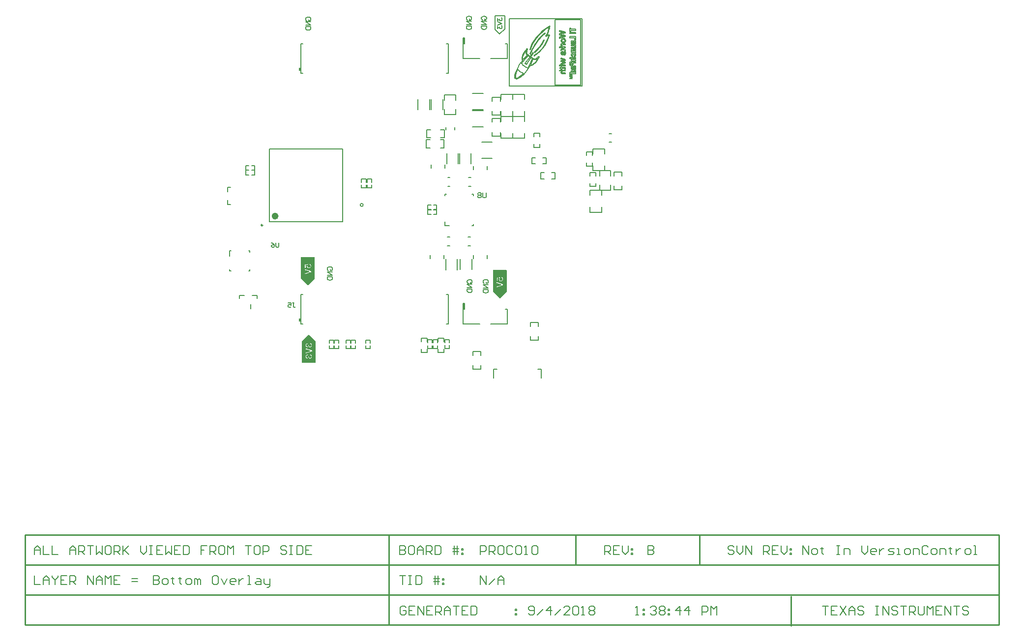
<source format=gbo>
G04 Layer_Color=32896*
%FSLAX25Y25*%
%MOIN*%
G70*
G01*
G75*
%ADD65C,0.01000*%
%ADD71C,0.00600*%
%ADD75C,0.00700*%
%ADD80C,0.00800*%
%ADD123C,0.00787*%
%ADD127C,0.00669*%
%ADD128C,0.00050*%
%ADD130C,0.00025*%
%ADD134R,0.00787X0.03248*%
%ADD153C,0.02362*%
%ADD154C,0.00984*%
%ADD155R,0.01378X0.02362*%
%ADD156R,0.01103X0.04011*%
G54D65*
X380200Y-174000D02*
Y-153717D01*
X261300Y-173350D02*
X521000D01*
Y-112350D01*
X107300Y-173350D02*
Y-112350D01*
X-139200Y-173350D02*
Y-112350D01*
X-139150Y-173350D02*
X18400D01*
X-139150D02*
Y-112350D01*
Y-112350D02*
X521000D01*
X-139200Y-173350D02*
X261300D01*
X-139200Y-153017D02*
X520800D01*
X-139200Y-132683D02*
X521000D01*
X234000D02*
Y-112350D01*
X318000Y-132683D02*
Y-112350D01*
G54D71*
X89998Y111487D02*
G03*
X89998Y111487I-974J0D01*
G01*
X10525Y131854D02*
X12578D01*
X10525D02*
Y135004D01*
X12578D01*
X14378D02*
X16431D01*
Y131854D02*
Y135004D01*
X14378Y131854D02*
X16431D01*
X10525Y135044D02*
X12578D01*
X10525D02*
Y138194D01*
X12578D01*
X14378D02*
X16431D01*
Y135044D02*
Y138194D01*
X14378Y135044D02*
X16431D01*
X137778Y111494D02*
X139831D01*
Y108344D02*
Y111494D01*
X137778Y108344D02*
X139831D01*
X133925D02*
X135978D01*
X133925D02*
Y111494D01*
X135978D01*
X133925Y105094D02*
X135978D01*
X133925D02*
Y108244D01*
X135978D01*
X137778D02*
X139831D01*
Y105094D02*
Y108244D01*
X137778Y105094D02*
X139831D01*
X91982Y123095D02*
Y125147D01*
X88832Y123095D02*
X91982D01*
X88832D02*
Y125147D01*
Y126947D02*
Y129000D01*
X91982D01*
Y126947D02*
Y129000D01*
X148600Y14275D02*
Y16328D01*
X145450Y14275D02*
X148600D01*
X145450D02*
Y16328D01*
Y18128D02*
Y20181D01*
X148600D01*
Y18128D02*
Y20181D01*
X140600Y14219D02*
Y16272D01*
X137450Y14219D02*
X140600D01*
X137450D02*
Y16272D01*
Y18072D02*
Y20125D01*
X140600D01*
Y18072D02*
Y20125D01*
X136850Y14219D02*
Y16272D01*
X133700Y14219D02*
X136850D01*
X133700D02*
Y16272D01*
Y18072D02*
Y20125D01*
X136850D01*
Y18072D02*
Y20125D01*
X95768Y123095D02*
Y125147D01*
X92619Y123095D02*
X95768D01*
X92619D02*
Y125147D01*
Y126947D02*
Y129000D01*
X95768D01*
Y126947D02*
Y129000D01*
X94850Y14019D02*
Y16072D01*
X91700Y14019D02*
X94850D01*
X91700D02*
Y16072D01*
Y17872D02*
Y19925D01*
X94850D01*
Y17872D02*
Y19925D01*
X84850Y13975D02*
Y16028D01*
X81700Y13975D02*
X84850D01*
X81700D02*
Y16028D01*
Y17828D02*
Y19881D01*
X84850D01*
Y17828D02*
Y19881D01*
X81488Y13975D02*
Y16028D01*
X78338Y13975D02*
X81488D01*
X78338D02*
Y16028D01*
Y17828D02*
Y19881D01*
X81488D01*
Y17828D02*
Y19881D01*
X73538Y13975D02*
Y16028D01*
X70388Y13975D02*
X73538D01*
X70388D02*
Y16028D01*
Y17828D02*
Y19881D01*
X73538D01*
Y17828D02*
Y19881D01*
X70088Y13975D02*
Y16028D01*
X66938Y13975D02*
X70088D01*
X66938D02*
Y16028D01*
Y17828D02*
Y19881D01*
X70088D01*
Y17828D02*
Y19881D01*
X214234Y222153D02*
X215158Y224241D01*
X216010Y226549D01*
X215198Y226309D02*
X216010Y226549D01*
X214186Y225769D02*
X215198Y226309D01*
X213922Y226037D02*
X214694Y227513D01*
X214602Y226449D02*
X215430Y226805D01*
X216282Y226949D01*
X216546Y226953D01*
X216462Y226697D02*
X216546Y226953D01*
X215546Y224177D02*
X216462Y226697D01*
X214550Y221933D02*
X215546Y224177D01*
X213462Y219933D02*
X214550Y221933D01*
X223134Y226913D02*
X226274Y226109D01*
Y226097D02*
Y226109D01*
X223134Y225333D02*
X226274Y226097D01*
X223134Y224605D02*
Y225333D01*
Y224605D02*
X227238Y225737D01*
Y226465D01*
X224102Y227289D02*
X227238Y226465D01*
X224102Y227289D02*
Y227301D01*
X225122Y224301D02*
X225750Y224401D01*
X224626Y224009D02*
X225122Y224301D01*
X224302Y223537D02*
X224626Y224009D01*
X224186Y222901D02*
X224302Y223537D01*
X224186Y222901D02*
X224302Y222265D01*
X224626Y221797D01*
X225122Y221505D01*
X225750Y221405D01*
X226378Y221505D01*
X226878Y221797D01*
X227202Y222265D01*
X227318Y222901D01*
X227202Y223537D02*
X227318Y222901D01*
X226878Y224009D02*
X227202Y223537D01*
X226378Y224301D02*
X226878Y224009D01*
X225750Y224401D02*
X226378Y224301D01*
X225370Y222105D02*
X225750Y222057D01*
X225034Y222261D02*
X225370Y222105D01*
X224794Y222521D02*
X225034Y222261D01*
X224702Y222901D02*
X224794Y222521D01*
X224702Y222901D02*
X224794Y223281D01*
X225034Y223545D01*
X225370Y223697D01*
X225750Y223749D01*
X226130Y223697D01*
X226470Y223545D01*
X226710Y223281D01*
X226802Y222901D01*
X226710Y222521D02*
X226802Y222901D01*
X226470Y222261D02*
X226710Y222521D01*
X226130Y222105D02*
X226470Y222261D01*
X225750Y222057D02*
X226130Y222105D01*
X224266Y220181D02*
Y220797D01*
Y220181D02*
X224842D01*
Y220173D02*
Y220181D01*
X224606Y220061D02*
X224842Y220173D01*
X224394Y219861D02*
X224606Y220061D01*
X224242Y219601D02*
X224394Y219861D01*
X224186Y219301D02*
X224242Y219601D01*
X224186Y219301D02*
X224202Y219057D01*
X224834D01*
X224806Y219337D02*
X224834Y219057D01*
X224806Y219337D02*
X224874Y219653D01*
X225070Y219909D01*
X225386Y220081D01*
X225822Y220141D01*
X227238D01*
Y220797D01*
X224266D02*
X227238D01*
X232590Y221501D02*
X232746Y221841D01*
X232918Y222185D01*
X233246Y222289D01*
X233550Y222221D01*
X233678Y221989D01*
X233566Y221665D02*
X233678Y221989D01*
X233198Y221501D02*
X233566Y221665D01*
X232590Y221501D02*
X233198D01*
X230034Y225633D02*
X234134D01*
X230034Y224805D02*
Y225633D01*
Y224805D02*
X233458D01*
Y223341D02*
Y224805D01*
Y223341D02*
X234134D01*
Y225633D01*
X231918Y222949D02*
X231990D01*
X231466Y222865D02*
X231918Y222949D01*
X231174Y222633D02*
X231466Y222865D01*
X231014Y222285D02*
X231174Y222633D01*
X230966Y221865D02*
X231014Y222285D01*
X230966Y221865D02*
X231034Y221293D01*
X231230Y220949D01*
X231530Y220785D01*
X231910Y220741D01*
X233538D01*
X233878Y220725D01*
X234134Y220645D01*
Y221405D01*
X233814Y221501D02*
X234134Y221405D01*
X233814Y221501D02*
Y221513D01*
X234134Y221833D01*
X234218Y222301D01*
X234138Y222653D02*
X234218Y222301D01*
X233930Y222881D02*
X234138Y222653D01*
X233642Y223009D02*
X233930Y222881D01*
X233330Y223049D02*
X233642Y223009D01*
X232958Y223001D02*
X233330Y223049D01*
X232686Y222861D02*
X232958Y223001D01*
X232498Y222617D02*
X232686Y222861D01*
X232366Y222265D02*
X232498Y222617D01*
X232246Y221817D02*
X232366Y222265D01*
X232118Y221573D02*
X232246Y221817D01*
X231882Y221501D02*
X232118Y221573D01*
X231606Y221585D02*
X231882Y221501D01*
X231506Y221869D02*
X231606Y221585D01*
X231506Y221869D02*
X231614Y222145D01*
X231906Y222237D01*
X231990D01*
Y222949D01*
X233774Y218533D02*
Y218545D01*
X234110Y218877D01*
X234218Y219333D01*
X234166Y219665D02*
X234218Y219333D01*
X234006Y219913D02*
X234166Y219665D01*
X233730Y220069D02*
X234006Y219913D01*
X233338Y220121D02*
X233730Y220069D01*
X231046Y220121D02*
X233338D01*
X231046Y219329D02*
Y220121D01*
Y219329D02*
X233178D01*
X233506Y219249D01*
X233606Y218989D01*
X233482Y218677D02*
X233606Y218989D01*
X233098Y218569D02*
X233482Y218677D01*
X231046Y218569D02*
X233098D01*
X231046Y217777D02*
Y218569D01*
Y217777D02*
X234134D01*
Y218533D01*
X233774D02*
X234134D01*
X223134Y218045D02*
Y218697D01*
Y218045D02*
X225466D01*
X224266Y216861D02*
X225466Y218045D01*
X224266Y216057D02*
Y216861D01*
Y216057D02*
X225358Y217193D01*
X227238Y215945D01*
Y216745D01*
X225794Y217653D02*
X227238Y216745D01*
X225794Y217653D02*
X226174Y218045D01*
X227238D01*
Y218701D01*
X223134D02*
X227238D01*
X223134Y218697D02*
Y218701D01*
X226286Y215077D02*
X226686Y214861D01*
X226802Y214405D01*
X226786Y214197D02*
X226802Y214405D01*
X226730Y213977D02*
X226786Y214197D01*
X226614Y213805D02*
X226730Y213977D01*
X226410Y213745D02*
X226614Y213805D01*
X226202Y213837D02*
X226410Y213745D01*
X226074Y214057D02*
X226202Y213837D01*
X225990Y214365D02*
X226074Y214057D01*
X225914Y214717D02*
X225990Y214365D01*
X225818Y215069D02*
X225914Y214717D01*
X225662Y215373D02*
X225818Y215069D01*
X225414Y215589D02*
X225662Y215373D01*
X225038Y215669D02*
X225414Y215589D01*
X224630Y215553D02*
X225038Y215669D01*
X224366Y215253D02*
X224630Y215553D01*
X224226Y214849D02*
X224366Y215253D01*
X224186Y214429D02*
X224226Y214849D01*
X224186Y214429D02*
X224234Y213989D01*
X224394Y213609D01*
X224678Y213329D01*
X225098Y213189D01*
Y213869D01*
X224786Y214085D02*
X225098Y213869D01*
X224702Y214473D02*
X224786Y214085D01*
X224702Y214473D02*
X224758Y214817D01*
X225006Y215013D01*
X225202Y214933D01*
X225326Y214713D01*
X225410Y214405D01*
X225486Y214049D01*
X225582Y213697D01*
X225738Y213393D01*
X225986Y213173D01*
X226354Y213089D01*
X226802Y213213D01*
X227098Y213521D01*
X227266Y213953D01*
X227318Y214417D01*
X227254Y214937D02*
X227318Y214417D01*
X227062Y215353D02*
X227254Y214937D01*
X226742Y215629D02*
X227062Y215353D01*
X226282Y215737D02*
X226742Y215629D01*
X226282Y215077D02*
Y215737D01*
Y215077D02*
X226286D01*
X224266Y210461D02*
Y211157D01*
Y210461D02*
X226486Y209881D01*
Y209869D02*
Y209881D01*
X224266Y209313D02*
X226486Y209869D01*
X224266Y208653D02*
Y209313D01*
Y208653D02*
X226486Y208117D01*
Y208105D02*
Y208117D01*
X224266Y207501D02*
X226486Y208105D01*
X224266Y206837D02*
Y207501D01*
Y206837D02*
X227238Y207765D01*
Y208437D01*
X225030Y208989D02*
X227238Y208437D01*
X225030Y208989D02*
Y209001D01*
X227238Y209549D01*
Y210237D01*
X224266Y211157D02*
X227238Y210237D01*
X231890Y207297D02*
Y207665D01*
X231738Y206897D02*
X231890Y207297D01*
X231274Y206745D02*
X231738Y206897D01*
X230806Y206877D02*
X231274Y206745D01*
X230642Y207321D02*
X230806Y206877D01*
X230642Y207321D02*
Y207665D01*
X231890D01*
X231046Y216437D02*
Y217197D01*
Y216437D02*
X231406D01*
Y216425D02*
Y216437D01*
X231070Y216093D02*
X231406Y216425D01*
X230966Y215637D02*
X231070Y216093D01*
X230966Y215637D02*
X231014Y215305D01*
X231174Y215061D01*
X231450Y214905D01*
X231842Y214853D01*
X234134D01*
Y215645D01*
X232006D02*
X234134D01*
X231674Y215725D02*
X232006Y215645D01*
X231574Y215985D02*
X231674Y215725D01*
X231574Y215985D02*
X231698Y216293D01*
X232086Y216405D01*
X234134D01*
Y217197D01*
X231046D02*
X234134D01*
X231738Y212849D02*
X232158Y212781D01*
X231538Y213137D02*
X231738Y212849D01*
X231538Y213137D02*
X231602Y213373D01*
X231798Y213513D01*
X232130Y213577D01*
X232598Y213593D01*
X233086Y213577D01*
X233422Y213513D01*
X233614Y213385D01*
X233678Y213165D01*
X233502Y212873D02*
X233678Y213165D01*
X232954Y212781D02*
X233502Y212873D01*
X232954Y212025D02*
Y212781D01*
Y212025D02*
X233490Y212089D01*
X233890Y212297D01*
X234134Y212661D01*
X234218Y213201D01*
X234138Y213721D02*
X234218Y213201D01*
X233870Y214089D02*
X234138Y213721D01*
X233366Y214313D02*
X233870Y214089D01*
X232590Y214385D02*
X233366Y214313D01*
X231802Y214293D02*
X232590Y214385D01*
X231302Y214033D02*
X231802Y214293D01*
X231038Y213637D02*
X231302Y214033D01*
X230966Y213129D02*
X231038Y213637D01*
X230966Y213129D02*
X231050Y212649D01*
X231290Y212305D01*
X231666Y212093D01*
X232158Y212025D01*
Y212781D01*
X230034Y210765D02*
Y211557D01*
Y210765D02*
X231358D01*
Y210753D02*
Y210765D01*
X231062Y210445D02*
X231358Y210753D01*
X230966Y210001D02*
X231062Y210445D01*
X230966Y210001D02*
X231014Y209669D01*
X231174Y209421D01*
X231450Y209265D01*
X231842Y209213D01*
X234134D01*
Y210005D01*
X232006D02*
X234134D01*
X231674Y210085D02*
X232006Y210005D01*
X231574Y210345D02*
X231674Y210085D01*
X231574Y210345D02*
X231698Y210657D01*
X232086Y210765D01*
X234134D01*
Y211557D01*
X230034D02*
X234134D01*
X230034Y207045D02*
Y208493D01*
Y207045D02*
X230138Y206513D01*
X232422Y206689D02*
X232498Y207221D01*
Y207665D01*
X234134D01*
Y208493D01*
X230034D02*
X234134D01*
X220078Y192961D02*
Y237041D01*
X220074Y192953D02*
Y237029D01*
X214694Y227513D02*
X215314Y229133D01*
X215786Y230725D01*
X216126Y232113D01*
X213846Y230645D02*
X216126Y232113D01*
X213898Y231149D02*
X216306Y232653D01*
X216670Y232853D01*
X216586Y232449D02*
X216670Y232853D01*
X216298Y231177D02*
X216586Y232449D01*
X215878Y229645D02*
X216298Y231177D01*
X215314Y228013D02*
X215878Y229645D01*
X214602Y226449D02*
X215314Y228013D01*
X223134Y229229D02*
Y229961D01*
Y229229D02*
X226274Y228489D01*
Y228477D02*
Y228489D01*
X223134Y227649D02*
X226274Y228477D01*
X223134Y226913D02*
Y227649D01*
X224102Y227301D02*
X227238Y228137D01*
Y228881D01*
X223134Y229961D02*
X227238Y228881D01*
X230034Y229009D02*
X230710D01*
Y229905D01*
X234134D01*
Y230733D01*
X230710D02*
X234134D01*
X230710D02*
Y231629D01*
X230034D02*
X230710D01*
X230034Y229009D02*
Y231629D01*
Y227733D02*
Y228561D01*
Y227733D02*
X234134D01*
Y228561D01*
X230034D02*
X234134D01*
X220078Y237041D02*
X237522D01*
Y192961D02*
Y237041D01*
X237514Y192953D02*
Y237029D01*
X220074D02*
X237514D01*
X189070Y237789D02*
X238274D01*
Y192209D02*
Y237789D01*
X211278Y220545D02*
X212670Y223157D01*
X209798Y218329D02*
X211278Y220545D01*
X208170Y216437D02*
X209798Y218329D01*
X206330Y214785D02*
X208170Y216437D01*
X206094Y215085D02*
X206330Y214785D01*
X206094Y215085D02*
X207898Y216709D01*
X209498Y218569D01*
X210954Y220749D01*
X212326Y223325D01*
X212670Y223157D01*
X205878Y212645D02*
X207710Y214021D01*
X209338Y215441D01*
X210782Y216937D01*
X212066Y218533D01*
X213206Y220261D01*
X214234Y222153D01*
X213922Y226037D02*
X214186Y225769D01*
X207666Y224737D02*
X209566Y226917D01*
X206114Y222613D02*
X207666Y224737D01*
X204874Y220529D02*
X206114Y222613D01*
X203974Y218553D02*
X204874Y220529D01*
X203458Y216757D02*
X203974Y218553D01*
X203086Y216825D02*
X203458Y216757D01*
X203086Y216825D02*
X203610Y218669D01*
X204526Y220685D01*
X205790Y222813D01*
X207366Y224977D01*
X209374Y227265D01*
X212262Y218137D02*
X213462Y219933D01*
X209598Y215145D02*
X212262Y218137D01*
X206098Y212333D02*
X209598Y215145D01*
X205878Y212645D02*
X206098Y212333D01*
X203234Y214029D02*
X203582Y213877D01*
X203234Y214029D02*
X203242Y214049D01*
X203822Y215389D01*
X204526Y216909D01*
X205382Y218573D01*
X206422Y220353D01*
X207674Y222221D01*
X209174Y224145D01*
X210950Y226089D01*
X209466Y223897D02*
X211222Y225821D01*
X207982Y221993D02*
X209466Y223897D01*
X206742Y220145D02*
X207982Y221993D01*
X205714Y218381D02*
X206742Y220145D01*
X204866Y216733D02*
X205714Y218381D01*
X204170Y215229D02*
X204866Y216733D01*
X203594Y213901D02*
X204170Y215229D01*
X203582Y213877D02*
X203594Y213901D01*
X195934Y206457D02*
X196902Y207937D01*
X197938Y209357D01*
X197718Y210489D02*
X197938Y209357D01*
X197718Y210489D02*
X197782Y211629D01*
X198086Y212745D01*
X198570Y213825D01*
X199182Y214841D01*
X199866Y215777D01*
X200574Y216609D01*
X201242Y217313D01*
X201562Y217117D01*
X201238Y216085D02*
X201562Y217117D01*
X201006Y215233D02*
X201238Y216085D01*
X200946Y214993D02*
X201006Y215233D01*
X200886Y214565D02*
X200946Y214993D01*
X200886Y214565D02*
X200962Y214101D01*
X201202Y213665D01*
X201650Y213309D01*
X203190Y212265D01*
X205030Y214865D01*
X205590Y214481D01*
X203854Y211813D02*
X205590Y214481D01*
X203854Y211813D02*
X205382Y210773D01*
X205398Y210761D01*
X205890Y210477D01*
X206386Y210413D01*
X206842Y210513D01*
X207222Y210721D01*
X207422Y210869D01*
X208130Y211397D01*
X208970Y212077D01*
X209274Y211857D01*
X208346Y210013D02*
X209274Y211857D01*
X207006Y208089D02*
X208346Y210013D01*
X205254Y206549D02*
X207006Y208089D01*
X200902Y213425D02*
X201466Y212977D01*
X200598Y213973D02*
X200902Y213425D01*
X200506Y214553D02*
X200598Y213973D01*
X200506Y214553D02*
X200574Y215093D01*
X200634Y215329D01*
X200770Y215833D01*
X200942Y216445D01*
X199906Y215201D02*
X200942Y216445D01*
X199086Y213961D02*
X199906Y215201D01*
X198194Y211717D02*
X199086Y213961D01*
X198194Y211717D02*
X198226Y209725D01*
X199834Y211541D01*
X201470Y212973D01*
X201466Y212977D02*
X201470Y212973D01*
X206946Y208617D02*
X207798Y209837D01*
X208574Y211257D01*
X208066Y210869D02*
X208574Y211257D01*
X207646Y210561D02*
X208066Y210869D01*
X207450Y210417D02*
X207646Y210561D01*
X206974Y210153D02*
X207450Y210417D01*
X206402Y210029D02*
X206974Y210153D01*
X205778Y210109D02*
X206402Y210029D01*
X205154Y210465D02*
X205778Y210109D01*
X205150Y210469D02*
X205154Y210465D01*
X204414Y208425D02*
X205150Y210469D01*
X203322Y206261D02*
X204414Y208425D01*
X203322Y206261D02*
X205186Y206961D01*
X206946Y208617D01*
X201654Y204589D02*
X203570Y207865D01*
X204678Y210789D01*
X203646Y211493D02*
X204678Y210789D01*
X200614Y206845D02*
X203646Y211493D01*
X199762Y207425D02*
X200614Y206845D01*
X199762Y207425D02*
X202966Y211953D01*
X201938Y212649D02*
X202966Y211953D01*
X199638Y210565D02*
X201938Y212649D01*
X197310Y207601D02*
X199638Y210565D01*
X197310Y207601D02*
X197366Y207669D01*
X197962Y206629D01*
X211646Y228901D02*
X213846Y230645D01*
X209566Y226917D02*
X211646Y228901D01*
X209374Y227265D02*
X211570Y229341D01*
X213898Y231149D01*
X210950Y226089D02*
X213038Y228033D01*
X213286Y227741D01*
X211222Y225821D02*
X213286Y227741D01*
X189070Y192209D02*
Y237789D01*
X220078Y192961D02*
X237522D01*
X220074Y192953D02*
X237514D01*
X189070Y192209D02*
X238274D01*
X223134Y205689D02*
Y206345D01*
Y205689D02*
X223754D01*
Y206345D01*
X223134D02*
X223754D01*
X224266Y205689D02*
Y206345D01*
Y205689D02*
X227238D01*
Y206345D01*
X224266D02*
X227238D01*
X224266Y204729D02*
Y205225D01*
X223374Y204729D02*
X224266D01*
X223374Y204077D02*
Y204729D01*
Y204077D02*
X224266D01*
Y203485D02*
Y204077D01*
Y203485D02*
X224754D01*
Y204077D01*
X226342D01*
X226646Y204029D01*
X226750Y203761D01*
X226726Y203485D02*
X226750Y203761D01*
X226726Y203485D02*
X227234D01*
X227266Y203909D01*
X227218Y204325D02*
X227266Y203909D01*
X227070Y204573D02*
X227218Y204325D01*
X226834Y204693D02*
X227070Y204573D01*
X226506Y204729D02*
X226834Y204693D01*
X224754Y204729D02*
X226506D01*
X224754D02*
Y205225D01*
X224266D02*
X224754D01*
X223134Y202305D02*
Y202961D01*
Y202305D02*
X224658D01*
Y202293D02*
Y202305D01*
X224318Y201933D02*
X224658Y202293D01*
X224186Y201405D02*
X224318Y201933D01*
X224186Y201405D02*
X224250Y200965D01*
X224442Y200637D01*
X224758Y200425D01*
X225198Y200349D01*
X227238D01*
Y201005D01*
X225370D02*
X227238D01*
X224862Y201157D02*
X225370Y201005D01*
X224702Y201585D02*
X224862Y201157D01*
X224702Y201585D02*
X224762Y201885D01*
X224930Y202109D01*
X225178Y202253D01*
X225486Y202305D01*
X227238D01*
Y202961D01*
X223134D02*
X227238D01*
X232590Y204281D02*
X232746Y204617D01*
X232918Y204965D01*
X233246Y205065D01*
X233550Y204997D01*
X233678Y204769D01*
X233566Y204445D02*
X233678Y204769D01*
X233198Y204281D02*
X233566Y204445D01*
X232590Y204281D02*
X233198D01*
X233542Y201553D02*
X233606Y201769D01*
X233350Y201425D02*
X233542Y201553D01*
X233030Y201365D02*
X233350Y201425D01*
X232590Y201345D02*
X233030Y201365D01*
X232146D02*
X232590Y201345D01*
X231830Y201425D02*
X232146Y201365D01*
X231638Y201553D02*
X231830Y201425D01*
X231574Y201769D02*
X231638Y201553D01*
X231574Y201769D02*
X231638Y201977D01*
X231830Y202105D01*
X232146Y202165D01*
X232590Y202181D01*
X233034Y202165D01*
X233350Y202105D01*
X233542Y201977D01*
X233606Y201769D01*
X230138Y206513D02*
X230418Y206165D01*
X230810Y205977D01*
X231262Y205917D01*
X231814Y206013D01*
X232198Y206277D01*
X232422Y206689D01*
X231918Y205725D02*
X231990D01*
X231466Y205641D02*
X231918Y205725D01*
X231174Y205409D02*
X231466Y205641D01*
X231014Y205065D02*
X231174Y205409D01*
X230966Y204641D02*
X231014Y205065D01*
X230966Y204641D02*
X231034Y204069D01*
X231230Y203729D01*
X231530Y203561D01*
X231910Y203521D01*
X233538D01*
X233878Y203501D01*
X234134Y203425D01*
Y204181D01*
X233814Y204281D02*
X234134Y204181D01*
X233814Y204281D02*
Y204289D01*
X234134Y204609D01*
X234218Y205077D01*
X234138Y205429D02*
X234218Y205077D01*
X233930Y205657D02*
X234138Y205429D01*
X233642Y205785D02*
X233930Y205657D01*
X233330Y205825D02*
X233642Y205785D01*
X232958Y205781D02*
X233330Y205825D01*
X232686Y205637D02*
X232958Y205781D01*
X232498Y205397D02*
X232686Y205637D01*
X232366Y205045D02*
X232498Y205397D01*
X232246Y204593D02*
X232366Y205045D01*
X232118Y204349D02*
X232246Y204593D01*
X231882Y204281D02*
X232118Y204349D01*
X231606Y204365D02*
X231882Y204281D01*
X231506Y204645D02*
X231606Y204365D01*
X231506Y204645D02*
X231614Y204921D01*
X231906Y205013D01*
X231990D01*
Y205725D01*
X233810Y201313D02*
Y201325D01*
X234118Y201625D01*
X234218Y202025D01*
X234126Y202449D02*
X234218Y202025D01*
X233834Y202745D02*
X234126Y202449D01*
X233330Y202917D02*
X233834Y202745D01*
X232590Y202973D02*
X233330Y202917D01*
X231850D02*
X232590Y202973D01*
X231346Y202745D02*
X231850Y202917D01*
X231058Y202449D02*
X231346Y202745D01*
X230966Y202025D02*
X231058Y202449D01*
X230966Y202025D02*
X231054Y201641D01*
X231330Y201357D01*
Y201345D02*
Y201357D01*
X230034Y201345D02*
X231330D01*
X230034Y200553D02*
Y201345D01*
Y200553D02*
X234134D01*
Y201313D01*
X233810D02*
X234134D01*
X230382Y199721D02*
Y200285D01*
X230190D02*
X230382D01*
X230190Y198929D02*
Y200285D01*
Y198929D02*
X230382D01*
Y199497D01*
X231882D01*
Y199721D01*
X230382D02*
X231882D01*
X230190Y198433D02*
Y198741D01*
Y198433D02*
X231614Y197901D01*
X230190Y197365D02*
X231614Y197901D01*
X230190Y197057D02*
Y197365D01*
Y197057D02*
X231882D01*
Y197269D01*
X230478D02*
X231882D01*
X230478D02*
Y197277D01*
X231882Y197805D01*
Y197993D01*
X230478Y198525D02*
X231882Y197993D01*
X230478Y198525D02*
Y198529D01*
X231882D01*
Y198741D01*
X230190D02*
X231882D01*
X193310Y197049D02*
X193334Y197033D01*
X192890Y197613D02*
X193310Y197049D01*
X192754Y198501D02*
X192890Y197613D01*
X192754Y198501D02*
X192866Y199509D01*
X193174Y200697D01*
X193654Y202029D01*
X194290Y203461D01*
X195058Y204949D01*
X195934Y206457D01*
X203086Y205857D02*
X205254Y206549D01*
X201126Y202925D02*
X203086Y205857D01*
X198942Y200293D02*
X201126Y202925D01*
X196782Y198241D02*
X198942Y200293D01*
X194890Y197045D02*
X196782Y198241D01*
X194018Y196845D02*
X194890Y197045D01*
X193334Y197033D02*
X194018Y196845D01*
X197962Y206629D02*
X199038Y205657D01*
X200350Y204921D01*
X201654Y204589D01*
X194690Y197541D02*
X195562Y198009D01*
X196558Y198745D01*
X197638Y199717D01*
X198774Y200901D01*
X197642Y201265D02*
X198774Y200901D01*
X196526Y201905D02*
X197642Y201265D01*
X195578Y202721D02*
X196526Y201905D01*
X194954Y203605D02*
X195578Y202721D01*
X194258Y202093D02*
X194954Y203605D01*
X193738Y200709D02*
X194258Y202093D01*
X193410Y199497D02*
X193738Y200709D01*
X193290Y198497D02*
X193410Y199497D01*
X193290Y198497D02*
X193350Y197933D01*
X193614Y197489D01*
X193630Y197481D01*
X194146Y197393D01*
X194690Y197541D01*
X32900Y85899D02*
Y83400D01*
X32400Y82900D01*
X31400D01*
X30901Y83400D01*
Y85899D01*
X27902D02*
X28901Y85399D01*
X29901Y84399D01*
Y83400D01*
X29401Y82900D01*
X28401D01*
X27902Y83400D01*
Y83900D01*
X28401Y84399D01*
X29901D01*
X42165Y44999D02*
X43165D01*
X42665D01*
Y42500D01*
X43165Y42000D01*
X43665D01*
X44164Y42500D01*
X39166Y44999D02*
X41165D01*
Y43499D01*
X40166Y43999D01*
X39666D01*
X39166Y43499D01*
Y42500D01*
X39666Y42000D01*
X40666D01*
X41165Y42500D01*
X173500Y119799D02*
Y116883D01*
X172917Y116300D01*
X171751D01*
X171167Y116883D01*
Y119799D01*
X170001Y119216D02*
X169418Y119799D01*
X168252D01*
X167669Y119216D01*
Y118633D01*
X168252Y118049D01*
X167669Y117466D01*
Y116883D01*
X168252Y116300D01*
X169418D01*
X170001Y116883D01*
Y117466D01*
X169418Y118049D01*
X170001Y118633D01*
Y119216D01*
X169418Y118049D02*
X168252D01*
X181267Y238107D02*
Y236536D01*
X182410Y237393D01*
Y236964D01*
X182552Y236679D01*
X182695Y236536D01*
X183124Y236393D01*
X183409D01*
X183838Y236536D01*
X184124Y236822D01*
X184266Y237250D01*
Y237679D01*
X184124Y238107D01*
X183981Y238250D01*
X183695Y238393D01*
X181267Y235722D02*
X184266Y234579D01*
X181267Y233437D02*
X184266Y234579D01*
X181267Y232765D02*
Y231194D01*
X182410Y232051D01*
Y231623D01*
X182552Y231337D01*
X182695Y231194D01*
X183124Y231051D01*
X183409D01*
X183838Y231194D01*
X184124Y231480D01*
X184266Y231908D01*
Y232337D01*
X184124Y232765D01*
X183981Y232908D01*
X183695Y233051D01*
X161268Y58451D02*
X160935Y58617D01*
X160601Y58950D01*
X160435Y59284D01*
Y59950D01*
X160601Y60283D01*
X160935Y60617D01*
X161268Y60783D01*
X161768Y60950D01*
X162601D01*
X163101Y60783D01*
X163434Y60617D01*
X163767Y60283D01*
X163934Y59950D01*
Y59284D01*
X163767Y58950D01*
X163434Y58617D01*
X163101Y58451D01*
X162601D01*
Y59284D02*
Y58451D01*
X160435Y57651D02*
X163934D01*
X160435D02*
X163934Y55318D01*
X160435D02*
X163934D01*
X160435Y54351D02*
X163934D01*
X160435D02*
Y53185D01*
X160601Y52685D01*
X160935Y52352D01*
X161268Y52185D01*
X161768Y52019D01*
X162601D01*
X163101Y52185D01*
X163434Y52352D01*
X163767Y52685D01*
X163934Y53185D01*
Y54351D01*
X172168Y58350D02*
X171835Y58517D01*
X171501Y58850D01*
X171335Y59184D01*
Y59850D01*
X171501Y60184D01*
X171835Y60517D01*
X172168Y60683D01*
X172668Y60850D01*
X173501D01*
X174001Y60683D01*
X174334Y60517D01*
X174667Y60184D01*
X174834Y59850D01*
Y59184D01*
X174667Y58850D01*
X174334Y58517D01*
X174001Y58350D01*
X173501D01*
Y59184D02*
Y58350D01*
X171335Y57551D02*
X174834D01*
X171335D02*
X174834Y55218D01*
X171335D02*
X174834D01*
X171335Y54251D02*
X174834D01*
X171335D02*
Y53085D01*
X171501Y52585D01*
X171835Y52252D01*
X172168Y52085D01*
X172668Y51919D01*
X173501D01*
X174001Y52085D01*
X174334Y52252D01*
X174667Y52585D01*
X174834Y53085D01*
Y54251D01*
X160868Y236950D02*
X160535Y237117D01*
X160201Y237450D01*
X160035Y237784D01*
Y238450D01*
X160201Y238784D01*
X160535Y239117D01*
X160868Y239283D01*
X161368Y239450D01*
X162201D01*
X162701Y239283D01*
X163034Y239117D01*
X163367Y238784D01*
X163534Y238450D01*
Y237784D01*
X163367Y237450D01*
X163034Y237117D01*
X162701Y236950D01*
X162201D01*
Y237784D02*
Y236950D01*
X160035Y236151D02*
X163534D01*
X160035D02*
X163534Y233818D01*
X160035D02*
X163534D01*
X160035Y232851D02*
X163534D01*
X160035D02*
Y231685D01*
X160201Y231185D01*
X160535Y230852D01*
X160868Y230685D01*
X161368Y230519D01*
X162201D01*
X162701Y230685D01*
X163034Y230852D01*
X163367Y231185D01*
X163534Y231685D01*
Y232851D01*
X170968Y236950D02*
X170635Y237117D01*
X170301Y237450D01*
X170135Y237784D01*
Y238450D01*
X170301Y238784D01*
X170635Y239117D01*
X170968Y239283D01*
X171468Y239450D01*
X172301D01*
X172801Y239283D01*
X173134Y239117D01*
X173467Y238784D01*
X173634Y238450D01*
Y237784D01*
X173467Y237450D01*
X173134Y237117D01*
X172801Y236950D01*
X172301D01*
Y237784D02*
Y236950D01*
X170135Y236151D02*
X173634D01*
X170135D02*
X173634Y233818D01*
X170135D02*
X173634D01*
X170135Y232851D02*
X173634D01*
X170135D02*
Y231685D01*
X170301Y231185D01*
X170635Y230852D01*
X170968Y230685D01*
X171468Y230519D01*
X172301D01*
X172801Y230685D01*
X173134Y230852D01*
X173467Y231185D01*
X173634Y231685D01*
Y232851D01*
X51801Y236451D02*
X51468Y236617D01*
X51134Y236950D01*
X50968Y237284D01*
Y237950D01*
X51134Y238283D01*
X51468Y238617D01*
X51801Y238783D01*
X52301Y238950D01*
X53134D01*
X53634Y238783D01*
X53967Y238617D01*
X54300Y238283D01*
X54467Y237950D01*
Y237284D01*
X54300Y236950D01*
X53967Y236617D01*
X53634Y236451D01*
X53134D01*
Y237284D02*
Y236451D01*
X50968Y235651D02*
X54467D01*
X50968D02*
X54467Y233318D01*
X50968D02*
X54467D01*
X50968Y232351D02*
X54467D01*
X50968D02*
Y231185D01*
X51134Y230685D01*
X51468Y230352D01*
X51801Y230185D01*
X52301Y230019D01*
X53134D01*
X53634Y230185D01*
X53967Y230352D01*
X54300Y230685D01*
X54467Y231185D01*
Y232351D01*
X66468Y67050D02*
X66135Y67217D01*
X65801Y67550D01*
X65635Y67884D01*
Y68550D01*
X65801Y68884D01*
X66135Y69217D01*
X66468Y69383D01*
X66968Y69550D01*
X67801D01*
X68301Y69383D01*
X68634Y69217D01*
X68967Y68884D01*
X69134Y68550D01*
Y67884D01*
X68967Y67550D01*
X68634Y67217D01*
X68301Y67050D01*
X67801D01*
Y67884D02*
Y67050D01*
X65635Y66251D02*
X69134D01*
X65635D02*
X69134Y63918D01*
X65635D02*
X69134D01*
X65635Y62951D02*
X69134D01*
X65635D02*
Y61785D01*
X65801Y61285D01*
X66135Y60952D01*
X66468Y60785D01*
X66968Y60619D01*
X67801D01*
X68301Y60785D01*
X68634Y60952D01*
X68967Y61285D01*
X69134Y61785D01*
Y62951D01*
G54D75*
X208280Y285D02*
X210642D01*
Y-6014D02*
Y285D01*
X178359Y-6014D02*
Y285D01*
X180721D01*
X251660Y117995D02*
Y121395D01*
X247660D02*
X251660D01*
X243660D02*
X247660D01*
X243660Y117995D02*
Y121395D01*
Y106595D02*
Y109995D01*
Y106595D02*
X247660D01*
X251660D01*
Y109995D01*
X250308Y131131D02*
Y134821D01*
X250378Y134891D01*
X257928Y131131D02*
Y134891D01*
X250378D02*
X257928D01*
X250378Y121371D02*
X257928D01*
Y125131D01*
X250308Y121440D02*
X250378Y121371D01*
X250308Y121440D02*
Y125131D01*
X217883Y129280D02*
X220183D01*
Y133380D01*
X217883D02*
X220183D01*
X210583Y129280D02*
X212883D01*
X210583D02*
Y133380D01*
X212883D01*
X260130Y121821D02*
Y124419D01*
Y121821D02*
X265577D01*
Y124419D01*
Y131219D02*
Y133817D01*
X260130D02*
X265577D01*
X260130Y131219D02*
Y133817D01*
X169827Y9450D02*
Y12048D01*
X164380D02*
X169827D01*
X164380Y9450D02*
Y12048D01*
Y52D02*
Y2650D01*
Y52D02*
X169827D01*
Y2650D01*
X208727Y29150D02*
Y31748D01*
X203280D02*
X208727D01*
X203280Y29150D02*
Y31748D01*
Y19752D02*
Y22350D01*
Y19752D02*
X208727D01*
Y22350D01*
X133033Y162598D02*
X135631D01*
X133033Y157151D02*
Y162598D01*
Y157151D02*
X135631D01*
X142431D02*
X145029D01*
Y162598D01*
X142431D02*
X145029D01*
X132871Y155632D02*
X135469D01*
X132871Y150185D02*
Y155632D01*
Y150185D02*
X135469D01*
X142269D02*
X144867D01*
Y155632D01*
X142269D02*
X144867D01*
X129487Y11585D02*
Y13885D01*
Y11585D02*
X133587D01*
Y13885D01*
X129487Y18885D02*
Y21185D01*
X133587D01*
Y18885D02*
Y21185D01*
X140752Y11585D02*
Y13885D01*
Y11585D02*
X144852D01*
Y13885D01*
X140752Y18885D02*
Y21185D01*
X144852D01*
Y18885D02*
Y21185D01*
X191500Y183000D02*
Y186400D01*
X187500D02*
X191500D01*
X183500D02*
X187500D01*
X183500Y183000D02*
Y186400D01*
Y171600D02*
Y175000D01*
Y171600D02*
X187500D01*
X191500D01*
Y175000D01*
X183500Y156681D02*
Y160081D01*
Y156681D02*
X187500D01*
X191500D01*
Y160081D01*
Y168080D02*
Y171481D01*
X187500D02*
X191500D01*
X183500D02*
X187500D01*
X183500Y168080D02*
Y171481D01*
X199500Y183000D02*
Y186400D01*
X195500D02*
X199500D01*
X191500D02*
X195500D01*
X191500Y183000D02*
Y186400D01*
Y171600D02*
Y175000D01*
Y171600D02*
X195500D01*
X199500D01*
Y175000D01*
X191500Y156681D02*
Y160081D01*
Y156681D02*
X195500D01*
X199500D01*
Y160081D01*
Y168080D02*
Y171481D01*
X195500D02*
X199500D01*
X191500D02*
X195500D01*
X191500Y168080D02*
Y171481D01*
X144985Y182500D02*
Y186190D01*
X145055Y186260D01*
X152605Y182500D02*
Y186260D01*
X145055D02*
X152605D01*
X145055Y172740D02*
X152605D01*
Y176500D01*
X144985Y172810D02*
X145055Y172740D01*
X144985Y172810D02*
Y176500D01*
X253815Y146140D02*
Y149540D01*
X249815D02*
X253815D01*
X245815D02*
X249815D01*
X245815Y146140D02*
Y149540D01*
Y134740D02*
Y138140D01*
Y134740D02*
X249815D01*
X253815D01*
Y138140D01*
X182980Y167685D02*
Y170283D01*
X177533D02*
X182980D01*
X177533Y167685D02*
Y170283D01*
Y158287D02*
Y160885D01*
Y158287D02*
X182980D01*
Y160885D01*
X177533Y172564D02*
Y175162D01*
Y172564D02*
X182980D01*
Y175162D01*
Y181962D02*
Y184560D01*
X177533D02*
X182980D01*
X177533Y181962D02*
Y184560D01*
X205705Y150470D02*
Y152770D01*
Y150470D02*
X209805D01*
Y152770D01*
X205705Y157770D02*
Y160070D01*
X209805D01*
Y157770D02*
Y160070D01*
X211835Y139350D02*
X214135D01*
Y143450D01*
X211835D02*
X214135D01*
X204535Y139350D02*
X206835D01*
X204535D02*
Y143450D01*
X206835D01*
X247870Y131295D02*
Y133595D01*
X243770D02*
X247870D01*
X243770Y131295D02*
Y133595D01*
X247870Y123995D02*
Y126295D01*
X243770Y123995D02*
X247870D01*
X243770D02*
Y126295D01*
X245577Y145158D02*
Y147458D01*
X241477D02*
X245577D01*
X241477Y145158D02*
Y147458D01*
X245577Y137858D02*
Y140158D01*
X241477Y137858D02*
X245577D01*
X241477D02*
Y140158D01*
G54D80*
X179451Y239750D02*
X186054D01*
Y230904D02*
Y239750D01*
X182600Y227450D02*
X186054Y230904D01*
X179451Y230599D02*
X182600Y227450D01*
X179451Y230599D02*
Y239750D01*
X-52300Y-139851D02*
Y-145849D01*
X-49301D01*
X-48301Y-144850D01*
Y-143850D01*
X-49301Y-142850D01*
X-52300D01*
X-49301D01*
X-48301Y-141851D01*
Y-140851D01*
X-49301Y-139851D01*
X-52300D01*
X-45302Y-145849D02*
X-43303D01*
X-42303Y-144850D01*
Y-142850D01*
X-43303Y-141851D01*
X-45302D01*
X-46302Y-142850D01*
Y-144850D01*
X-45302Y-145849D01*
X-39304Y-140851D02*
Y-141851D01*
X-40304D01*
X-38304D01*
X-39304D01*
Y-144850D01*
X-38304Y-145849D01*
X-34306Y-140851D02*
Y-141851D01*
X-35306D01*
X-33306D01*
X-34306D01*
Y-144850D01*
X-33306Y-145849D01*
X-29307D02*
X-27308D01*
X-26308Y-144850D01*
Y-142850D01*
X-27308Y-141851D01*
X-29307D01*
X-30307Y-142850D01*
Y-144850D01*
X-29307Y-145849D01*
X-24309D02*
Y-141851D01*
X-23309D01*
X-22310Y-142850D01*
Y-145849D01*
Y-142850D01*
X-21310Y-141851D01*
X-20310Y-142850D01*
Y-145849D01*
X-9314Y-139851D02*
X-11313D01*
X-12313Y-140851D01*
Y-144850D01*
X-11313Y-145849D01*
X-9314D01*
X-8314Y-144850D01*
Y-140851D01*
X-9314Y-139851D01*
X-6315Y-141851D02*
X-4315Y-145849D01*
X-2316Y-141851D01*
X2682Y-145849D02*
X683D01*
X-317Y-144850D01*
Y-142850D01*
X683Y-141851D01*
X2682D01*
X3682Y-142850D01*
Y-143850D01*
X-317D01*
X5681Y-141851D02*
Y-145849D01*
Y-143850D01*
X6681Y-142850D01*
X7681Y-141851D01*
X8680D01*
X11679Y-145849D02*
X13679D01*
X12679D01*
Y-139851D01*
X11679D01*
X17677Y-141851D02*
X19677D01*
X20676Y-142850D01*
Y-145849D01*
X17677D01*
X16678Y-144850D01*
X17677Y-143850D01*
X20676D01*
X22676Y-141851D02*
Y-144850D01*
X23675Y-145849D01*
X26675D01*
Y-146849D01*
X25675Y-147849D01*
X24675D01*
X26675Y-145849D02*
Y-141851D01*
X169350Y-145900D02*
Y-139902D01*
X173349Y-145900D01*
Y-139902D01*
X175348Y-145900D02*
X179347Y-141901D01*
X181346Y-145900D02*
Y-141901D01*
X183345Y-139902D01*
X185345Y-141901D01*
Y-145900D01*
Y-142901D01*
X181346D01*
X114800Y-139902D02*
X118799D01*
X116799D01*
Y-145900D01*
X120798Y-139902D02*
X122797D01*
X121798D01*
Y-145900D01*
X120798D01*
X122797D01*
X125796Y-139902D02*
Y-145900D01*
X128796D01*
X129795Y-144900D01*
Y-140902D01*
X128796Y-139902D01*
X125796D01*
X138792Y-145900D02*
Y-139902D01*
X140792D02*
Y-145900D01*
X137793Y-141901D02*
X140792D01*
X141791D01*
X137793Y-143901D02*
X141791D01*
X143791Y-141901D02*
X144790D01*
Y-142901D01*
X143791D01*
Y-141901D01*
Y-144900D02*
X144790D01*
Y-145900D01*
X143791D01*
Y-144900D01*
X401300Y-160435D02*
X405299D01*
X403299D01*
Y-166434D01*
X411297Y-160435D02*
X407298D01*
Y-166434D01*
X411297D01*
X407298Y-163435D02*
X409297D01*
X413296Y-160435D02*
X417295Y-166434D01*
Y-160435D02*
X413296Y-166434D01*
X419294D02*
Y-162435D01*
X421293Y-160435D01*
X423293Y-162435D01*
Y-166434D01*
Y-163435D01*
X419294D01*
X429291Y-161435D02*
X428291Y-160435D01*
X426292D01*
X425292Y-161435D01*
Y-162435D01*
X426292Y-163435D01*
X428291D01*
X429291Y-164434D01*
Y-165434D01*
X428291Y-166434D01*
X426292D01*
X425292Y-165434D01*
X437288Y-160435D02*
X439288D01*
X438288D01*
Y-166434D01*
X437288D01*
X439288D01*
X442287D02*
Y-160435D01*
X446285Y-166434D01*
Y-160435D01*
X452283Y-161435D02*
X451284Y-160435D01*
X449285D01*
X448285Y-161435D01*
Y-162435D01*
X449285Y-163435D01*
X451284D01*
X452283Y-164434D01*
Y-165434D01*
X451284Y-166434D01*
X449285D01*
X448285Y-165434D01*
X454283Y-160435D02*
X458282D01*
X456282D01*
Y-166434D01*
X460281D02*
Y-160435D01*
X463280D01*
X464280Y-161435D01*
Y-163435D01*
X463280Y-164434D01*
X460281D01*
X462280D02*
X464280Y-166434D01*
X466279Y-160435D02*
Y-165434D01*
X467279Y-166434D01*
X469278D01*
X470278Y-165434D01*
Y-160435D01*
X472277Y-166434D02*
Y-160435D01*
X474276Y-162435D01*
X476276Y-160435D01*
Y-166434D01*
X482274Y-160435D02*
X478275D01*
Y-166434D01*
X482274D01*
X478275Y-163435D02*
X480274D01*
X484273Y-166434D02*
Y-160435D01*
X488272Y-166434D01*
Y-160435D01*
X490271D02*
X494270D01*
X492271D01*
Y-166434D01*
X500268Y-161435D02*
X499268Y-160435D01*
X497269D01*
X496269Y-161435D01*
Y-162435D01*
X497269Y-163435D01*
X499268D01*
X500268Y-164434D01*
Y-165434D01*
X499268Y-166434D01*
X497269D01*
X496269Y-165434D01*
X274850Y-166434D02*
X276849D01*
X275850D01*
Y-160435D01*
X274850Y-161435D01*
X279848Y-162435D02*
X280848D01*
Y-163435D01*
X279848D01*
Y-162435D01*
Y-165434D02*
X280848D01*
Y-166434D01*
X279848D01*
Y-165434D01*
X284847Y-161435D02*
X285846Y-160435D01*
X287846D01*
X288845Y-161435D01*
Y-162435D01*
X287846Y-163435D01*
X286846D01*
X287846D01*
X288845Y-164434D01*
Y-165434D01*
X287846Y-166434D01*
X285846D01*
X284847Y-165434D01*
X290845Y-161435D02*
X291845Y-160435D01*
X293844D01*
X294844Y-161435D01*
Y-162435D01*
X293844Y-163435D01*
X294844Y-164434D01*
Y-165434D01*
X293844Y-166434D01*
X291845D01*
X290845Y-165434D01*
Y-164434D01*
X291845Y-163435D01*
X290845Y-162435D01*
Y-161435D01*
X291845Y-163435D02*
X293844D01*
X296843Y-162435D02*
X297843D01*
Y-163435D01*
X296843D01*
Y-162435D01*
Y-165434D02*
X297843D01*
Y-166434D01*
X296843D01*
Y-165434D01*
X304840Y-166434D02*
Y-160435D01*
X301841Y-163435D01*
X305840D01*
X310838Y-166434D02*
Y-160435D01*
X307839Y-163435D01*
X311838D01*
X319835Y-166434D02*
Y-160435D01*
X322834D01*
X323834Y-161435D01*
Y-163435D01*
X322834Y-164434D01*
X319835D01*
X325834Y-166434D02*
Y-160435D01*
X327833Y-162435D01*
X329832Y-160435D01*
Y-166434D01*
X-132850Y-139851D02*
Y-145849D01*
X-128851D01*
X-126852D02*
Y-141851D01*
X-124853Y-139851D01*
X-122853Y-141851D01*
Y-145849D01*
Y-142850D01*
X-126852D01*
X-120854Y-139851D02*
Y-140851D01*
X-118854Y-142850D01*
X-116855Y-140851D01*
Y-139851D01*
X-118854Y-142850D02*
Y-145849D01*
X-110857Y-139851D02*
X-114856D01*
Y-145849D01*
X-110857D01*
X-114856Y-142850D02*
X-112856D01*
X-108858Y-145849D02*
Y-139851D01*
X-105859D01*
X-104859Y-140851D01*
Y-142850D01*
X-105859Y-143850D01*
X-108858D01*
X-106858D02*
X-104859Y-145849D01*
X-96862D02*
Y-139851D01*
X-92863Y-145849D01*
Y-139851D01*
X-90864Y-145849D02*
Y-141851D01*
X-88864Y-139851D01*
X-86865Y-141851D01*
Y-145849D01*
Y-142850D01*
X-90864D01*
X-84865Y-145849D02*
Y-139851D01*
X-82866Y-141851D01*
X-80867Y-139851D01*
Y-145849D01*
X-74869Y-139851D02*
X-78868D01*
Y-145849D01*
X-74869D01*
X-78868Y-142850D02*
X-76868D01*
X-66871Y-143850D02*
X-62873D01*
X-66871Y-141851D02*
X-62873D01*
X114800Y-119569D02*
Y-125567D01*
X117799D01*
X118799Y-124567D01*
Y-123567D01*
X117799Y-122568D01*
X114800D01*
X117799D01*
X118799Y-121568D01*
Y-120568D01*
X117799Y-119569D01*
X114800D01*
X123797D02*
X121798D01*
X120798Y-120568D01*
Y-124567D01*
X121798Y-125567D01*
X123797D01*
X124797Y-124567D01*
Y-120568D01*
X123797Y-119569D01*
X126796Y-125567D02*
Y-121568D01*
X128796Y-119569D01*
X130795Y-121568D01*
Y-125567D01*
Y-122568D01*
X126796D01*
X132794Y-125567D02*
Y-119569D01*
X135793D01*
X136793Y-120568D01*
Y-122568D01*
X135793Y-123567D01*
X132794D01*
X134793D02*
X136793Y-125567D01*
X138792Y-119569D02*
Y-125567D01*
X141791D01*
X142791Y-124567D01*
Y-120568D01*
X141791Y-119569D01*
X138792D01*
X151788Y-125567D02*
Y-119569D01*
X153787D02*
Y-125567D01*
X150788Y-121568D02*
X153787D01*
X154787D01*
X150788Y-123567D02*
X154787D01*
X156786Y-121568D02*
X157786D01*
Y-122568D01*
X156786D01*
Y-121568D01*
Y-124567D02*
X157786D01*
Y-125567D01*
X156786D01*
Y-124567D01*
X169350Y-125567D02*
Y-119569D01*
X172349D01*
X173349Y-120568D01*
Y-122568D01*
X172349Y-123567D01*
X169350D01*
X175348Y-125567D02*
Y-119569D01*
X178347D01*
X179347Y-120568D01*
Y-122568D01*
X178347Y-123567D01*
X175348D01*
X177347D02*
X179347Y-125567D01*
X184345Y-119569D02*
X182346D01*
X181346Y-120568D01*
Y-124567D01*
X182346Y-125567D01*
X184345D01*
X185345Y-124567D01*
Y-120568D01*
X184345Y-119569D01*
X191343Y-120568D02*
X190343Y-119569D01*
X188344D01*
X187344Y-120568D01*
Y-124567D01*
X188344Y-125567D01*
X190343D01*
X191343Y-124567D01*
X193342Y-120568D02*
X194342Y-119569D01*
X196341D01*
X197341Y-120568D01*
Y-124567D01*
X196341Y-125567D01*
X194342D01*
X193342Y-124567D01*
Y-120568D01*
X199340Y-125567D02*
X201340D01*
X200340D01*
Y-119569D01*
X199340Y-120568D01*
X204339D02*
X205338Y-119569D01*
X207338D01*
X208337Y-120568D01*
Y-124567D01*
X207338Y-125567D01*
X205338D01*
X204339Y-124567D01*
Y-120568D01*
X282950Y-119569D02*
Y-125567D01*
X285949D01*
X286949Y-124567D01*
Y-123567D01*
X285949Y-122568D01*
X282950D01*
X285949D01*
X286949Y-121568D01*
Y-120568D01*
X285949Y-119569D01*
X282950D01*
X-132850Y-125567D02*
Y-121568D01*
X-130851Y-119569D01*
X-128851Y-121568D01*
Y-125567D01*
Y-122568D01*
X-132850D01*
X-126852Y-119569D02*
Y-125567D01*
X-122853D01*
X-120854Y-119569D02*
Y-125567D01*
X-116855D01*
X-108858D02*
Y-121568D01*
X-106858Y-119569D01*
X-104859Y-121568D01*
Y-125567D01*
Y-122568D01*
X-108858D01*
X-102860Y-125567D02*
Y-119569D01*
X-99861D01*
X-98861Y-120568D01*
Y-122568D01*
X-99861Y-123567D01*
X-102860D01*
X-100860D02*
X-98861Y-125567D01*
X-96862Y-119569D02*
X-92863D01*
X-94862D01*
Y-125567D01*
X-90864Y-119569D02*
Y-125567D01*
X-88864Y-123567D01*
X-86865Y-125567D01*
Y-119569D01*
X-81867D02*
X-83866D01*
X-84865Y-120568D01*
Y-124567D01*
X-83866Y-125567D01*
X-81867D01*
X-80867Y-124567D01*
Y-120568D01*
X-81867Y-119569D01*
X-78868Y-125567D02*
Y-119569D01*
X-75868D01*
X-74869Y-120568D01*
Y-122568D01*
X-75868Y-123567D01*
X-78868D01*
X-76868D02*
X-74869Y-125567D01*
X-72869Y-119569D02*
Y-125567D01*
Y-123567D01*
X-68871Y-119569D01*
X-71870Y-122568D01*
X-68871Y-125567D01*
X-60873Y-119569D02*
Y-123567D01*
X-58874Y-125567D01*
X-56875Y-123567D01*
Y-119569D01*
X-54875D02*
X-52876D01*
X-53875D01*
Y-125567D01*
X-54875D01*
X-52876D01*
X-45878Y-119569D02*
X-49877D01*
Y-125567D01*
X-45878D01*
X-49877Y-122568D02*
X-47877D01*
X-43879Y-119569D02*
Y-125567D01*
X-41879Y-123567D01*
X-39880Y-125567D01*
Y-119569D01*
X-33882D02*
X-37881D01*
Y-125567D01*
X-33882D01*
X-37881Y-122568D02*
X-35881D01*
X-31883Y-119569D02*
Y-125567D01*
X-28884D01*
X-27884Y-124567D01*
Y-120568D01*
X-28884Y-119569D01*
X-31883D01*
X-15888D02*
X-19886D01*
Y-122568D01*
X-17887D01*
X-19886D01*
Y-125567D01*
X-13889D02*
Y-119569D01*
X-10889D01*
X-9890Y-120568D01*
Y-122568D01*
X-10889Y-123567D01*
X-13889D01*
X-11889D02*
X-9890Y-125567D01*
X-4891Y-119569D02*
X-6891D01*
X-7890Y-120568D01*
Y-124567D01*
X-6891Y-125567D01*
X-4891D01*
X-3892Y-124567D01*
Y-120568D01*
X-4891Y-119569D01*
X-1892Y-125567D02*
Y-119569D01*
X107Y-121568D01*
X2106Y-119569D01*
Y-125567D01*
X10104Y-119569D02*
X14103D01*
X12103D01*
Y-125567D01*
X19101Y-119569D02*
X17101D01*
X16102Y-120568D01*
Y-124567D01*
X17101Y-125567D01*
X19101D01*
X20100Y-124567D01*
Y-120568D01*
X19101Y-119569D01*
X22100Y-125567D02*
Y-119569D01*
X25099D01*
X26099Y-120568D01*
Y-122568D01*
X25099Y-123567D01*
X22100D01*
X38095Y-120568D02*
X37095Y-119569D01*
X35096D01*
X34096Y-120568D01*
Y-121568D01*
X35096Y-122568D01*
X37095D01*
X38095Y-123567D01*
Y-124567D01*
X37095Y-125567D01*
X35096D01*
X34096Y-124567D01*
X40094Y-119569D02*
X42093D01*
X41094D01*
Y-125567D01*
X40094D01*
X42093D01*
X45092Y-119569D02*
Y-125567D01*
X48092D01*
X49091Y-124567D01*
Y-120568D01*
X48092Y-119569D01*
X45092D01*
X55089D02*
X51091D01*
Y-125567D01*
X55089D01*
X51091Y-122568D02*
X53090D01*
X118999Y-161435D02*
X117999Y-160435D01*
X116000D01*
X115000Y-161435D01*
Y-165434D01*
X116000Y-166434D01*
X117999D01*
X118999Y-165434D01*
Y-163435D01*
X116999D01*
X124997Y-160435D02*
X120998D01*
Y-166434D01*
X124997D01*
X120998Y-163435D02*
X122997D01*
X126996Y-166434D02*
Y-160435D01*
X130995Y-166434D01*
Y-160435D01*
X136993D02*
X132994D01*
Y-166434D01*
X136993D01*
X132994Y-163435D02*
X134994D01*
X138992Y-166434D02*
Y-160435D01*
X141991D01*
X142991Y-161435D01*
Y-163435D01*
X141991Y-164434D01*
X138992D01*
X140992D02*
X142991Y-166434D01*
X144990D02*
Y-162435D01*
X146990Y-160435D01*
X148989Y-162435D01*
Y-166434D01*
Y-163435D01*
X144990D01*
X150988Y-160435D02*
X154987D01*
X152988D01*
Y-166434D01*
X160985Y-160435D02*
X156986D01*
Y-166434D01*
X160985D01*
X156986Y-163435D02*
X158986D01*
X162985Y-160435D02*
Y-166434D01*
X165983D01*
X166983Y-165434D01*
Y-161435D01*
X165983Y-160435D01*
X162985D01*
X192975Y-162435D02*
X193974D01*
Y-163435D01*
X192975D01*
Y-162435D01*
Y-165434D02*
X193974D01*
Y-166434D01*
X192975D01*
Y-165434D01*
X201950D02*
X202950Y-166434D01*
X204949D01*
X205949Y-165434D01*
Y-161435D01*
X204949Y-160435D01*
X202950D01*
X201950Y-161435D01*
Y-162435D01*
X202950Y-163435D01*
X205949D01*
X207948Y-166434D02*
X211947Y-162435D01*
X216945Y-166434D02*
Y-160435D01*
X213946Y-163435D01*
X217945D01*
X219944Y-166434D02*
X223943Y-162435D01*
X229941Y-166434D02*
X225942D01*
X229941Y-162435D01*
Y-161435D01*
X228941Y-160435D01*
X226942D01*
X225942Y-161435D01*
X231940D02*
X232940Y-160435D01*
X234939D01*
X235939Y-161435D01*
Y-165434D01*
X234939Y-166434D01*
X232940D01*
X231940Y-165434D01*
Y-161435D01*
X237938Y-166434D02*
X239938D01*
X238938D01*
Y-160435D01*
X237938Y-161435D01*
X242937D02*
X243936Y-160435D01*
X245936D01*
X246935Y-161435D01*
Y-162435D01*
X245936Y-163435D01*
X246935Y-164434D01*
Y-165434D01*
X245936Y-166434D01*
X243936D01*
X242937Y-165434D01*
Y-164434D01*
X243936Y-163435D01*
X242937Y-162435D01*
Y-161435D01*
X243936Y-163435D02*
X245936D01*
X253800Y-125567D02*
Y-119569D01*
X256799D01*
X257799Y-120568D01*
Y-122568D01*
X256799Y-123567D01*
X253800D01*
X255799D02*
X257799Y-125567D01*
X263797Y-119569D02*
X259798D01*
Y-125567D01*
X263797D01*
X259798Y-122568D02*
X261797D01*
X265796Y-119569D02*
Y-123567D01*
X267795Y-125567D01*
X269795Y-123567D01*
Y-119569D01*
X271794Y-121568D02*
X272794D01*
Y-122568D01*
X271794D01*
Y-121568D01*
Y-124567D02*
X272794D01*
Y-125567D01*
X271794D01*
Y-124567D01*
X341599Y-120568D02*
X340599Y-119569D01*
X338600D01*
X337600Y-120568D01*
Y-121568D01*
X338600Y-122568D01*
X340599D01*
X341599Y-123567D01*
Y-124567D01*
X340599Y-125567D01*
X338600D01*
X337600Y-124567D01*
X343598Y-119569D02*
Y-123567D01*
X345597Y-125567D01*
X347597Y-123567D01*
Y-119569D01*
X349596Y-125567D02*
Y-119569D01*
X353595Y-125567D01*
Y-119569D01*
X361592Y-125567D02*
Y-119569D01*
X364591D01*
X365591Y-120568D01*
Y-122568D01*
X364591Y-123567D01*
X361592D01*
X363592D02*
X365591Y-125567D01*
X371589Y-119569D02*
X367590D01*
Y-125567D01*
X371589D01*
X367590Y-122568D02*
X369590D01*
X373588Y-119569D02*
Y-123567D01*
X375588Y-125567D01*
X377587Y-123567D01*
Y-119569D01*
X379586Y-121568D02*
X380586D01*
Y-122568D01*
X379586D01*
Y-121568D01*
Y-124567D02*
X380586D01*
Y-125567D01*
X379586D01*
Y-124567D01*
X388200Y-125567D02*
Y-119569D01*
X392199Y-125567D01*
Y-119569D01*
X395198Y-125567D02*
X397197D01*
X398197Y-124567D01*
Y-122568D01*
X397197Y-121568D01*
X395198D01*
X394198Y-122568D01*
Y-124567D01*
X395198Y-125567D01*
X401196Y-120568D02*
Y-121568D01*
X400196D01*
X402196D01*
X401196D01*
Y-124567D01*
X402196Y-125567D01*
X411193Y-119569D02*
X413192D01*
X412192D01*
Y-125567D01*
X411193D01*
X413192D01*
X416191D02*
Y-121568D01*
X419190D01*
X420190Y-122568D01*
Y-125567D01*
X428187Y-119569D02*
Y-123567D01*
X430186Y-125567D01*
X432186Y-123567D01*
Y-119569D01*
X437184Y-125567D02*
X435185D01*
X434185Y-124567D01*
Y-122568D01*
X435185Y-121568D01*
X437184D01*
X438184Y-122568D01*
Y-123567D01*
X434185D01*
X440183Y-121568D02*
Y-125567D01*
Y-123567D01*
X441183Y-122568D01*
X442182Y-121568D01*
X443182D01*
X446181Y-125567D02*
X449180D01*
X450180Y-124567D01*
X449180Y-123567D01*
X447181D01*
X446181Y-122568D01*
X447181Y-121568D01*
X450180D01*
X452179Y-125567D02*
X454179D01*
X453179D01*
Y-121568D01*
X452179D01*
X458177Y-125567D02*
X460177D01*
X461176Y-124567D01*
Y-122568D01*
X460177Y-121568D01*
X458177D01*
X457178Y-122568D01*
Y-124567D01*
X458177Y-125567D01*
X463176D02*
Y-121568D01*
X466175D01*
X467174Y-122568D01*
Y-125567D01*
X473173Y-120568D02*
X472173Y-119569D01*
X470174D01*
X469174Y-120568D01*
Y-124567D01*
X470174Y-125567D01*
X472173D01*
X473173Y-124567D01*
X476171Y-125567D02*
X478171D01*
X479171Y-124567D01*
Y-122568D01*
X478171Y-121568D01*
X476171D01*
X475172Y-122568D01*
Y-124567D01*
X476171Y-125567D01*
X481170D02*
Y-121568D01*
X484169D01*
X485169Y-122568D01*
Y-125567D01*
X488168Y-120568D02*
Y-121568D01*
X487168D01*
X489167D01*
X488168D01*
Y-124567D01*
X489167Y-125567D01*
X492166Y-121568D02*
Y-125567D01*
Y-123567D01*
X493166Y-122568D01*
X494166Y-121568D01*
X495165D01*
X499164Y-125567D02*
X501163D01*
X502163Y-124567D01*
Y-122568D01*
X501163Y-121568D01*
X499164D01*
X498164Y-122568D01*
Y-124567D01*
X499164Y-125567D01*
X504163D02*
X506162D01*
X505162D01*
Y-119569D01*
X504163D01*
G54D123*
X147750Y200950D02*
Y220950D01*
X146333Y200950D02*
X147750D01*
X146333Y220950D02*
X147750D01*
X47750D02*
X49167D01*
X47750Y200950D02*
X49167D01*
X47750D02*
Y220950D01*
X157749Y210896D02*
Y220896D01*
Y210896D02*
X169167D01*
X157749Y220896D02*
Y224907D01*
X158852D01*
X157749Y220896D02*
X158852D01*
Y224907D01*
X186333Y220950D02*
X187750D01*
Y210950D02*
Y220950D01*
X176333Y210896D02*
X187751D01*
X164746Y117695D02*
Y118680D01*
X163762D02*
X164746D01*
X145455Y97420D02*
X148309D01*
X145455D02*
Y100274D01*
Y118680D02*
X146439D01*
X145455Y117695D02*
Y118680D01*
X163762Y97420D02*
X164746D01*
Y98404D01*
X26376Y149607D02*
X75982D01*
X26376Y100001D02*
X75982D01*
Y149607D01*
X26376Y100001D02*
Y149607D01*
X-508Y66841D02*
Y67825D01*
Y80423D02*
X280D01*
X-508Y76782D02*
Y80423D01*
Y66841D02*
X280D01*
X12287D02*
X13075D01*
Y66841D02*
Y67825D01*
X12287Y80423D02*
X13075D01*
Y79439D02*
Y80423D01*
X-1948Y111803D02*
Y114953D01*
Y111803D02*
X21D01*
X-1948Y120465D02*
Y123615D01*
X21D01*
X161078Y89823D02*
X162652D01*
X161078Y83917D02*
X162652D01*
X157749Y30896D02*
Y40896D01*
Y30896D02*
X169167D01*
X157749Y40896D02*
Y44907D01*
X158852D01*
X157749Y40896D02*
X158852D01*
Y44907D01*
X186333Y40950D02*
X187750D01*
Y30950D02*
Y40950D01*
X176333Y30896D02*
X187751D01*
X17967Y48004D02*
Y49973D01*
X14818D02*
X17967D01*
X6157Y48004D02*
Y49973D01*
X9306D01*
X147750Y30950D02*
Y50950D01*
X146333Y30950D02*
X147750D01*
X146333Y50950D02*
X147750D01*
X47750D02*
X49167D01*
X47750Y30950D02*
X49167D01*
X47750D02*
Y50950D01*
X146042Y162443D02*
Y164017D01*
X151948Y162443D02*
Y164017D01*
X256713Y154047D02*
X258287D01*
X256713Y159953D02*
X258287D01*
X147298Y124262D02*
X148872D01*
X147298Y130168D02*
X148872D01*
X161408Y130083D02*
X162982D01*
X161408Y124177D02*
X162982D01*
X147198Y83917D02*
X148772D01*
X147198Y89823D02*
X148772D01*
G54D127*
X164196Y164462D02*
X171283D01*
X164196Y175485D02*
X171283D01*
X136061Y136509D02*
Y138871D01*
X145509Y136509D02*
Y138871D01*
X146681Y139419D02*
Y146506D01*
X154555Y139419D02*
Y146506D01*
X170470Y143195D02*
X177557D01*
X170470Y154219D02*
X177557D01*
X164196Y176231D02*
X171283D01*
X164196Y187255D02*
X171283D01*
X174079Y74999D02*
Y77361D01*
X164631Y74999D02*
Y77361D01*
X164681Y135449D02*
Y137811D01*
X174129Y135449D02*
Y137811D01*
X144879Y74999D02*
Y77361D01*
X135431Y74999D02*
Y77361D01*
X144137Y176107D02*
Y183193D01*
X136263Y176107D02*
Y183193D01*
X134957Y176082D02*
Y183168D01*
X127083Y176082D02*
Y183168D01*
X153933Y67600D02*
Y74686D01*
X146059Y67600D02*
Y74686D01*
X163706Y67632D02*
Y74719D01*
X155832Y67632D02*
Y74719D01*
X155346Y139316D02*
Y146402D01*
X163220Y139316D02*
Y146402D01*
G54D128*
X54600Y71013D02*
Y76063D01*
X54000Y70163D02*
Y70263D01*
X53950Y69963D02*
Y70513D01*
X53900Y69863D02*
Y70613D01*
X53850Y69763D02*
Y70663D01*
X53800Y69713D02*
Y70713D01*
X53750Y69663D02*
Y70763D01*
X53700Y69613D02*
Y70813D01*
X53650Y69563D02*
Y70863D01*
X53600Y69563D02*
Y70863D01*
X53550Y69513D02*
Y70913D01*
X53500Y69513D02*
Y70913D01*
X53450Y69463D02*
Y70913D01*
X53400Y69463D02*
Y70963D01*
X53350Y69463D02*
Y70963D01*
X53300Y69463D02*
Y76063D01*
X53250Y69463D02*
Y76063D01*
X53200Y69463D02*
Y76063D01*
X53150Y69413D02*
Y76063D01*
X53100Y69413D02*
Y76063D01*
X53050Y69463D02*
Y76063D01*
X53000Y69463D02*
Y76063D01*
X52950Y69463D02*
Y76063D01*
X52900Y69463D02*
Y76063D01*
X52850Y69463D02*
Y76063D01*
X52800Y69513D02*
Y76063D01*
X52750Y69513D02*
Y76063D01*
X52700Y69513D02*
Y76063D01*
X52650Y69563D02*
Y76063D01*
X52600Y69563D02*
Y70863D01*
X52550Y69613D02*
Y70813D01*
X52500Y69663D02*
Y70763D01*
X52450Y69713D02*
Y70713D01*
X52400Y69813D02*
Y70663D01*
X52350Y69913D02*
Y70563D01*
X52300Y70063D02*
Y70413D01*
X51900Y70763D02*
Y70813D01*
X51850Y70713D02*
Y70813D01*
X51800Y70613D02*
Y70763D01*
X51750Y70563D02*
Y70763D01*
X51700Y70463D02*
Y70763D01*
X51650Y70313D02*
Y70763D01*
X51600Y70063D02*
Y70763D01*
X54750Y70363D02*
Y76063D01*
X54700Y70713D02*
Y76063D01*
X54650Y70863D02*
Y76063D01*
X54600Y59563D02*
Y65763D01*
X54550Y59513D02*
Y65763D01*
X54500Y59463D02*
Y65763D01*
X54450Y59413D02*
Y65713D01*
X54400Y59363D02*
Y65713D01*
X54350Y59313D02*
Y65713D01*
X54300Y59263D02*
Y65663D01*
X54250Y59213D02*
Y65663D01*
X54200Y59163D02*
Y65663D01*
X54150Y59113D02*
Y65613D01*
X54100Y59063D02*
Y65613D01*
X54050Y59013D02*
Y65613D01*
X54000Y58963D02*
Y65563D01*
X53950Y58913D02*
Y65563D01*
X53900Y58863D02*
Y65563D01*
X53850Y58813D02*
Y65513D01*
X53800Y58763D02*
Y65513D01*
X53750Y58713D02*
Y65513D01*
X53700Y58663D02*
Y65463D01*
X53650Y58613D02*
Y65463D01*
X53600Y58563D02*
Y65463D01*
X53550Y58513D02*
Y65413D01*
X53500Y58463D02*
Y65413D01*
X53450Y58413D02*
Y65413D01*
X53400Y58363D02*
Y65363D01*
X53350Y58313D02*
Y65363D01*
X53300Y58263D02*
Y65363D01*
X53250Y58213D02*
Y65313D01*
X53200Y58163D02*
Y65313D01*
X53150Y58113D02*
Y65313D01*
X53100Y58063D02*
Y65263D01*
X53050Y58013D02*
Y65263D01*
X53000Y57963D02*
Y65263D01*
X52950Y57913D02*
Y65213D01*
X52900Y57863D02*
Y65213D01*
X52850Y57813D02*
Y65213D01*
X52800Y57763D02*
Y65163D01*
X52750Y57713D02*
Y65163D01*
X52700Y57663D02*
Y65163D01*
X52650Y57613D02*
Y65113D01*
X52600Y57563D02*
Y65113D01*
X52550Y57513D02*
Y65113D01*
X52500Y57463D02*
Y65063D01*
X52450Y57413D02*
Y65063D01*
X52400Y57363D02*
Y65063D01*
X52350Y57413D02*
Y65013D01*
X52300Y57463D02*
Y65013D01*
X52250Y57513D02*
Y65013D01*
X52200Y57563D02*
Y64963D01*
X52150Y57613D02*
Y64963D01*
X52100Y57663D02*
Y64963D01*
X52050Y57713D02*
Y64913D01*
X52000Y57763D02*
Y64913D01*
X51950Y57813D02*
Y64913D01*
X51900Y57863D02*
Y64863D01*
X51850Y57913D02*
Y64863D01*
X51800Y57963D02*
Y64863D01*
X51750Y58013D02*
Y64813D01*
X51700Y58063D02*
Y64813D01*
X51650Y58113D02*
Y64813D01*
X51600Y58163D02*
Y64763D01*
X51550Y58213D02*
Y64763D01*
X51500Y58263D02*
Y64763D01*
X51450Y58313D02*
Y64713D01*
X51400Y58363D02*
Y64713D01*
X51350Y58413D02*
Y64713D01*
X51300Y58463D02*
Y64663D01*
X51250Y58513D02*
Y64663D01*
X51200Y58563D02*
Y64663D01*
X51150Y58613D02*
Y64613D01*
X51100Y58663D02*
Y64613D01*
X51050Y58713D02*
Y64613D01*
X54600Y66963D02*
Y69463D01*
X54550Y66963D02*
Y69363D01*
X54500Y67013D02*
Y69263D01*
X54450Y67013D02*
Y69213D01*
X54400Y67013D02*
Y69113D01*
X54350Y67063D02*
Y69063D01*
X54300Y67063D02*
Y69013D01*
X54250Y67063D02*
Y68963D01*
X54200Y67113D02*
Y68913D01*
X54150Y67113D02*
Y68863D01*
X54100Y67113D02*
Y68863D01*
X54050Y67163D02*
Y68813D01*
X54000Y67163D02*
Y68763D01*
X53950Y67163D02*
Y68763D01*
X53900Y67213D02*
Y68713D01*
X53850Y67213D02*
Y68663D01*
X53800Y67213D02*
Y68663D01*
X53750Y67263D02*
Y68663D01*
X53700Y67263D02*
Y68613D01*
X53650Y67263D02*
Y68613D01*
X53600Y67313D02*
Y68563D01*
X53550Y67313D02*
Y68563D01*
X53500Y67313D02*
Y68563D01*
X53450Y67363D02*
Y68563D01*
X53400Y67363D02*
Y68563D01*
X53350Y67363D02*
Y68513D01*
X53300Y67413D02*
Y68513D01*
X53250Y67413D02*
Y68513D01*
X53200Y66313D02*
Y66413D01*
Y67413D02*
Y68513D01*
X53150Y66313D02*
Y66413D01*
Y67463D02*
Y68513D01*
X53100Y66313D02*
Y66413D01*
Y67463D02*
Y68513D01*
X53050Y66263D02*
Y66463D01*
Y67463D02*
Y68513D01*
X53000Y66263D02*
Y66463D01*
Y67513D02*
Y68513D01*
X52950Y66263D02*
Y66463D01*
Y67513D02*
Y68513D01*
X52900Y66213D02*
Y66513D01*
Y67513D02*
Y68513D01*
X52850Y66213D02*
Y66513D01*
Y67563D02*
Y68513D01*
X52800Y66213D02*
Y66513D01*
Y67563D02*
Y68563D01*
X52750Y66163D02*
Y66563D01*
Y67563D02*
Y68563D01*
X52700Y66163D02*
Y66563D01*
Y67563D02*
Y68563D01*
X52650Y66163D02*
Y66563D01*
Y67613D02*
Y68563D01*
X52600Y66113D02*
Y66613D01*
Y67613D02*
Y68613D01*
X52550Y66113D02*
Y66613D01*
Y67613D02*
Y68613D01*
X52500Y66113D02*
Y66613D01*
Y67663D02*
Y68613D01*
X52450Y66063D02*
Y66663D01*
Y67663D02*
Y68663D01*
X52400Y66063D02*
Y66663D01*
Y67663D02*
Y68663D01*
X52350Y66063D02*
Y66663D01*
Y67713D02*
Y68663D01*
X52300Y66013D02*
Y66713D01*
Y67713D02*
Y68713D01*
X52250Y66013D02*
Y66713D01*
Y67713D02*
Y68713D01*
X52200Y66013D02*
Y66713D01*
Y67763D02*
Y68763D01*
X52150Y66013D02*
Y66713D01*
Y67763D02*
Y68813D01*
X52100Y65963D02*
Y66763D01*
Y67763D02*
Y68813D01*
X52050Y65963D02*
Y66763D01*
Y67813D02*
Y68863D01*
X52000Y65963D02*
Y66763D01*
Y67813D02*
Y68913D01*
X51950Y65913D02*
Y66813D01*
Y67813D02*
Y68963D01*
X51900Y65913D02*
Y66813D01*
Y67863D02*
Y69013D01*
X51850Y65913D02*
Y66813D01*
Y67863D02*
Y69113D01*
X51800Y65863D02*
Y66863D01*
Y67863D02*
Y69163D01*
X51750Y65863D02*
Y66863D01*
Y67913D02*
Y69263D01*
X51700Y65863D02*
Y66863D01*
Y67913D02*
Y69363D01*
X51650Y65813D02*
Y66913D01*
Y67913D02*
Y69513D01*
X51600Y65813D02*
Y66913D01*
Y67963D02*
Y69763D01*
X51550Y65813D02*
Y66913D01*
Y67963D02*
Y70763D01*
X51500Y65763D02*
Y66963D01*
Y67963D02*
Y70713D01*
X51450Y65763D02*
Y66963D01*
Y68013D02*
Y70713D01*
X51400Y65763D02*
Y66963D01*
Y68013D02*
Y70713D01*
X51350Y65713D02*
Y67013D01*
Y68013D02*
Y70713D01*
X51300Y65713D02*
Y67013D01*
Y68063D02*
Y70713D01*
X51250Y65713D02*
Y67013D01*
Y68063D02*
Y70713D01*
X51200Y65663D02*
Y67013D01*
Y68063D02*
Y70663D01*
X51150Y65663D02*
Y67063D01*
Y68113D02*
Y70663D01*
X51100Y65663D02*
Y67063D01*
Y68113D02*
Y70663D01*
X51050Y65613D02*
Y67063D01*
Y68113D02*
Y70663D01*
X56900Y61863D02*
Y76063D01*
X56850Y61813D02*
Y76063D01*
X56800Y61763D02*
Y76063D01*
X56750Y61713D02*
Y76063D01*
X56700Y61663D02*
Y76063D01*
X56650Y61613D02*
Y76063D01*
X56600Y61563D02*
Y76063D01*
X56550Y61513D02*
Y76063D01*
X56500Y61463D02*
Y76063D01*
X56450Y61413D02*
Y76063D01*
X56400Y61363D02*
Y76063D01*
X56350Y61313D02*
Y76063D01*
X56300Y61263D02*
Y76063D01*
X56250Y61213D02*
Y76063D01*
X56200Y61163D02*
Y76063D01*
X56150Y61113D02*
Y76063D01*
X56100Y61063D02*
Y76063D01*
X56050Y61013D02*
Y76063D01*
X56000Y60963D02*
Y76063D01*
X55950Y60913D02*
Y76063D01*
X55900Y60863D02*
Y76063D01*
X55850Y60813D02*
Y76063D01*
X55800Y60763D02*
Y76063D01*
X55750Y60713D02*
Y76063D01*
X55700Y60663D02*
Y76063D01*
X55650Y60613D02*
Y76063D01*
X55600Y60563D02*
Y76063D01*
X55550Y60513D02*
Y76063D01*
X55500Y60463D02*
Y76063D01*
X55450Y60413D02*
Y76063D01*
X55400Y60363D02*
Y76063D01*
X55350Y60313D02*
Y76063D01*
X55300Y60263D02*
Y76063D01*
X55250Y60213D02*
Y76063D01*
X55200Y60163D02*
Y76063D01*
X55150Y60113D02*
Y76063D01*
X55100Y60063D02*
Y76063D01*
X55050Y60013D02*
Y76063D01*
X55000Y59963D02*
Y76063D01*
X54950Y59913D02*
Y76063D01*
X54900Y59863D02*
Y76063D01*
X54850Y59813D02*
Y76063D01*
X54800Y59763D02*
Y76063D01*
X54750Y59713D02*
Y70013D01*
X54700Y59663D02*
Y69713D01*
X54650Y59613D02*
Y65813D01*
Y66963D02*
Y69563D01*
X51000Y58763D02*
Y64563D01*
X50950Y58813D02*
Y64563D01*
X50900Y58863D02*
Y64563D01*
X50850Y58913D02*
Y64513D01*
X50800Y58963D02*
Y64513D01*
X50750Y59013D02*
Y64513D01*
X50700Y59063D02*
Y64463D01*
X50650Y59113D02*
Y64463D01*
X50600Y59163D02*
Y64463D01*
X50550Y59213D02*
Y64413D01*
X50500Y59263D02*
Y64413D01*
X50450Y59313D02*
Y64413D01*
X50400Y59363D02*
Y64363D01*
X50350Y59413D02*
Y64363D01*
X50300Y59463D02*
Y64363D01*
X50250Y59513D02*
Y64313D01*
X50200Y59563D02*
Y64313D01*
X50150Y59613D02*
Y64313D01*
X50100Y59663D02*
Y64263D01*
X50050Y59713D02*
Y76063D01*
X50000Y59763D02*
Y76063D01*
X49950Y59813D02*
Y76063D01*
X49900Y59863D02*
Y76063D01*
X49850Y59913D02*
Y76063D01*
X49800Y59963D02*
Y76063D01*
X49750Y60013D02*
Y76063D01*
X49700Y60063D02*
Y76063D01*
X49650Y60113D02*
Y76063D01*
X49600Y60163D02*
Y76063D01*
X49550Y60213D02*
Y76063D01*
X49500Y60263D02*
Y76063D01*
X49450Y60313D02*
Y76063D01*
X49400Y60363D02*
Y76063D01*
X49350Y60413D02*
Y76063D01*
X49300Y60463D02*
Y76063D01*
X49250Y60513D02*
Y76063D01*
X49200Y60563D02*
Y76063D01*
X49150Y60613D02*
Y76063D01*
X49100Y60663D02*
Y76063D01*
X49050Y60713D02*
Y76063D01*
X49000Y60763D02*
Y76063D01*
X48950Y60813D02*
Y76063D01*
X48900Y60863D02*
Y76063D01*
X48850Y60913D02*
Y76063D01*
X48800Y60963D02*
Y76063D01*
X48750Y61013D02*
Y76063D01*
X48700Y61063D02*
Y76063D01*
X48650Y61113D02*
Y76063D01*
X48600Y61163D02*
Y76063D01*
X48550Y61213D02*
Y76063D01*
X48500Y61263D02*
Y76063D01*
X48450Y61313D02*
Y76063D01*
X48400Y61363D02*
Y76063D01*
X48350Y61413D02*
Y76063D01*
X48300Y61463D02*
Y76063D01*
X48250Y61513D02*
Y76063D01*
X48200Y61563D02*
Y76063D01*
X48150Y61613D02*
Y76063D01*
X48100Y61663D02*
Y76063D01*
X48050Y61713D02*
Y76063D01*
X48000Y61763D02*
Y76063D01*
X47950Y61813D02*
Y76063D01*
X47900Y61913D02*
Y76063D01*
X51000Y65613D02*
Y67113D01*
Y68163D02*
Y70663D01*
X50950Y65613D02*
Y67113D01*
Y68163D02*
Y70663D01*
X50900Y65613D02*
Y67113D01*
Y68163D02*
Y68763D01*
X50850Y65563D02*
Y67163D01*
Y68213D02*
Y68763D01*
X50800Y65563D02*
Y67163D01*
Y68213D02*
Y68763D01*
X50750Y65563D02*
Y67163D01*
Y68213D02*
Y68763D01*
X50700Y65513D02*
Y67213D01*
Y68213D02*
Y68763D01*
X50650Y65513D02*
Y67213D01*
Y68263D02*
Y68763D01*
X50600Y65513D02*
Y67213D01*
Y68263D02*
Y68763D01*
X50550Y65463D02*
Y67263D01*
Y68263D02*
Y68763D01*
X50500Y65463D02*
Y67263D01*
Y68313D02*
Y68763D01*
X50450Y65463D02*
Y67263D01*
Y68313D02*
Y68763D01*
X50400Y65413D02*
Y67313D01*
Y68313D02*
Y68763D01*
X50350Y65413D02*
Y67313D01*
Y68363D02*
Y68763D01*
X50300Y65413D02*
Y67313D01*
Y68363D02*
Y68763D01*
X50250Y65363D02*
Y67363D01*
Y68363D02*
Y68763D01*
X50200Y65363D02*
Y67363D01*
Y68413D02*
Y68763D01*
X50150Y65363D02*
Y67363D01*
Y68413D02*
Y68763D01*
X50100Y65313D02*
Y67363D01*
Y68413D02*
Y76063D01*
X54550Y71113D02*
Y76063D01*
X54500Y71213D02*
Y76063D01*
X54450Y71263D02*
Y76063D01*
X54400Y71363D02*
Y76063D01*
X54350Y71413D02*
Y76063D01*
X54300Y71463D02*
Y76063D01*
X54250Y71513D02*
Y76063D01*
X54200Y71563D02*
Y76063D01*
X54150Y71613D02*
Y76063D01*
X54100Y71663D02*
Y76063D01*
X54050Y71663D02*
Y76063D01*
X54000Y71713D02*
Y76063D01*
X53950Y71713D02*
Y76063D01*
X53900Y71763D02*
Y76063D01*
X53850Y71763D02*
Y76063D01*
X53800Y71813D02*
Y76063D01*
X53750Y71813D02*
Y76063D01*
X53700Y71813D02*
Y76063D01*
X53650Y71863D02*
Y76063D01*
X53600Y71863D02*
Y76063D01*
X53550Y71863D02*
Y76063D01*
X53500Y71863D02*
Y76063D01*
X53450Y71863D02*
Y76063D01*
X53400Y71863D02*
Y76063D01*
X53350Y71863D02*
Y76063D01*
X52600Y71713D02*
Y76063D01*
X52550Y71713D02*
Y76063D01*
X52500Y71713D02*
Y76063D01*
X52450Y71713D02*
Y76063D01*
X52400Y71713D02*
Y76063D01*
X52350Y71663D02*
Y76063D01*
X52300Y71663D02*
Y76063D01*
X52250Y71663D02*
Y76063D01*
X52200Y71663D02*
Y76063D01*
X52150Y71663D02*
Y76063D01*
X52100Y71663D02*
Y76063D01*
X52050Y71613D02*
Y76063D01*
X52000Y71613D02*
Y76063D01*
X51950Y71613D02*
Y76063D01*
X51900Y71613D02*
Y76063D01*
X51850Y71613D02*
Y76063D01*
X51800Y71563D02*
Y76063D01*
X51750Y71563D02*
Y76063D01*
X51700Y71563D02*
Y76063D01*
X51650Y71563D02*
Y76063D01*
X51600Y71563D02*
Y76063D01*
X51550Y71563D02*
Y76063D01*
X51500Y71513D02*
Y76063D01*
X51450Y71513D02*
Y76063D01*
X51400Y71513D02*
Y76063D01*
X51350Y71513D02*
Y76063D01*
X51300Y71513D02*
Y76063D01*
X51250Y71463D02*
Y76063D01*
X51200Y71463D02*
Y76063D01*
X51150Y71463D02*
Y76063D01*
X51100Y71463D02*
Y76063D01*
X51050Y71463D02*
Y76063D01*
X51000Y71463D02*
Y76063D01*
X50950Y71413D02*
Y76063D01*
X50900Y71413D02*
Y76063D01*
X50850Y71413D02*
Y76063D01*
X50800Y71413D02*
Y76063D01*
X50750Y71413D02*
Y76063D01*
X50700Y71413D02*
Y76063D01*
X50650Y71363D02*
Y76063D01*
X50600Y71363D02*
Y76063D01*
X50550Y71363D02*
Y76063D01*
X50500Y71363D02*
Y76063D01*
X50450Y71363D02*
Y76063D01*
X50400Y71313D02*
Y76063D01*
X50350Y71313D02*
Y76063D01*
X50300Y71313D02*
Y76063D01*
X50250Y71313D02*
Y76063D01*
X50200Y71313D02*
Y76063D01*
X50150Y71263D02*
Y76063D01*
X184800Y62113D02*
Y67163D01*
X184200Y61263D02*
Y61363D01*
X184150Y61063D02*
Y61613D01*
X184100Y60963D02*
Y61713D01*
X184050Y60863D02*
Y61763D01*
X184000Y60813D02*
Y61813D01*
X183950Y60763D02*
Y61863D01*
X183900Y60713D02*
Y61913D01*
X183850Y60663D02*
Y61963D01*
X183800Y60663D02*
Y61963D01*
X183750Y60613D02*
Y62013D01*
X183700Y60613D02*
Y62013D01*
X183650Y60563D02*
Y62013D01*
X183600Y60563D02*
Y62063D01*
X183550Y60563D02*
Y62063D01*
X183500Y60563D02*
Y67163D01*
X183450Y60563D02*
Y67163D01*
X183400Y60563D02*
Y67163D01*
X183350Y60513D02*
Y67163D01*
X183300Y60513D02*
Y67163D01*
X183250Y60563D02*
Y67163D01*
X183200Y60563D02*
Y67163D01*
X183150Y60563D02*
Y67163D01*
X183100Y60563D02*
Y67163D01*
X183050Y60563D02*
Y67163D01*
X183000Y60613D02*
Y67163D01*
X182950Y60613D02*
Y67163D01*
X182900Y60613D02*
Y67163D01*
X182850Y60663D02*
Y67163D01*
X182800Y60663D02*
Y61963D01*
X182750Y60713D02*
Y61913D01*
X182700Y60763D02*
Y61863D01*
X182650Y60813D02*
Y61813D01*
X182600Y60913D02*
Y61763D01*
X182550Y61013D02*
Y61663D01*
X182500Y61163D02*
Y61513D01*
X182100Y61863D02*
Y61913D01*
X182050Y61813D02*
Y61913D01*
X182000Y61713D02*
Y61863D01*
X181950Y61663D02*
Y61863D01*
X181900Y61563D02*
Y61863D01*
X181850Y61413D02*
Y61863D01*
X181800Y61163D02*
Y61863D01*
X184950Y61463D02*
Y67163D01*
X184900Y61813D02*
Y67163D01*
X184850Y61963D02*
Y67163D01*
X184800Y50663D02*
Y56863D01*
X184750Y50613D02*
Y56863D01*
X184700Y50563D02*
Y56863D01*
X184650Y50513D02*
Y56813D01*
X184600Y50463D02*
Y56813D01*
X184550Y50413D02*
Y56813D01*
X184500Y50363D02*
Y56763D01*
X184450Y50313D02*
Y56763D01*
X184400Y50263D02*
Y56763D01*
X184350Y50213D02*
Y56713D01*
X184300Y50163D02*
Y56713D01*
X184250Y50113D02*
Y56713D01*
X184200Y50063D02*
Y56663D01*
X184150Y50013D02*
Y56663D01*
X184100Y49963D02*
Y56663D01*
X184050Y49913D02*
Y56613D01*
X184000Y49863D02*
Y56613D01*
X183950Y49813D02*
Y56613D01*
X183900Y49763D02*
Y56563D01*
X183850Y49713D02*
Y56563D01*
X183800Y49663D02*
Y56563D01*
X183750Y49613D02*
Y56513D01*
X183700Y49563D02*
Y56513D01*
X183650Y49513D02*
Y56513D01*
X183600Y49463D02*
Y56463D01*
X183550Y49413D02*
Y56463D01*
X183500Y49363D02*
Y56463D01*
X183450Y49313D02*
Y56413D01*
X183400Y49263D02*
Y56413D01*
X183350Y49213D02*
Y56413D01*
X183300Y49163D02*
Y56363D01*
X183250Y49113D02*
Y56363D01*
X183200Y49063D02*
Y56363D01*
X183150Y49013D02*
Y56313D01*
X183100Y48963D02*
Y56313D01*
X183050Y48913D02*
Y56313D01*
X183000Y48863D02*
Y56263D01*
X182950Y48813D02*
Y56263D01*
X182900Y48763D02*
Y56263D01*
X182850Y48713D02*
Y56213D01*
X182800Y48663D02*
Y56213D01*
X182750Y48613D02*
Y56213D01*
X182700Y48563D02*
Y56163D01*
X182650Y48513D02*
Y56163D01*
X182600Y48463D02*
Y56163D01*
X182550Y48513D02*
Y56113D01*
X182500Y48563D02*
Y56113D01*
X182450Y48613D02*
Y56113D01*
X182400Y48663D02*
Y56063D01*
X182350Y48713D02*
Y56063D01*
X182300Y48763D02*
Y56063D01*
X182250Y48813D02*
Y56013D01*
X182200Y48863D02*
Y56013D01*
X182150Y48913D02*
Y56013D01*
X182100Y48963D02*
Y55963D01*
X182050Y49013D02*
Y55963D01*
X182000Y49063D02*
Y55963D01*
X181950Y49113D02*
Y55913D01*
X181900Y49163D02*
Y55913D01*
X181850Y49213D02*
Y55913D01*
X181800Y49263D02*
Y55863D01*
X181750Y49313D02*
Y55863D01*
X181700Y49363D02*
Y55863D01*
X181650Y49413D02*
Y55813D01*
X181600Y49463D02*
Y55813D01*
X181550Y49513D02*
Y55813D01*
X181500Y49563D02*
Y55763D01*
X181450Y49613D02*
Y55763D01*
X181400Y49663D02*
Y55763D01*
X181350Y49713D02*
Y55713D01*
X181300Y49763D02*
Y55713D01*
X181250Y49813D02*
Y55713D01*
X184800Y58063D02*
Y60563D01*
X184750Y58063D02*
Y60463D01*
X184700Y58113D02*
Y60363D01*
X184650Y58113D02*
Y60313D01*
X184600Y58113D02*
Y60213D01*
X184550Y58163D02*
Y60163D01*
X184500Y58163D02*
Y60113D01*
X184450Y58163D02*
Y60063D01*
X184400Y58213D02*
Y60013D01*
X184350Y58213D02*
Y59963D01*
X184300Y58213D02*
Y59963D01*
X184250Y58263D02*
Y59913D01*
X184200Y58263D02*
Y59863D01*
X184150Y58263D02*
Y59863D01*
X184100Y58313D02*
Y59813D01*
X184050Y58313D02*
Y59763D01*
X184000Y58313D02*
Y59763D01*
X183950Y58363D02*
Y59763D01*
X183900Y58363D02*
Y59713D01*
X183850Y58363D02*
Y59713D01*
X183800Y58413D02*
Y59663D01*
X183750Y58413D02*
Y59663D01*
X183700Y58413D02*
Y59663D01*
X183650Y58463D02*
Y59663D01*
X183600Y58463D02*
Y59663D01*
X183550Y58463D02*
Y59613D01*
X183500Y58513D02*
Y59613D01*
X183450Y58513D02*
Y59613D01*
X183400Y57413D02*
Y57513D01*
Y58513D02*
Y59613D01*
X183350Y57413D02*
Y57513D01*
Y58563D02*
Y59613D01*
X183300Y57413D02*
Y57513D01*
Y58563D02*
Y59613D01*
X183250Y57363D02*
Y57563D01*
Y58563D02*
Y59613D01*
X183200Y57363D02*
Y57563D01*
Y58613D02*
Y59613D01*
X183150Y57363D02*
Y57563D01*
Y58613D02*
Y59613D01*
X183100Y57313D02*
Y57613D01*
Y58613D02*
Y59613D01*
X183050Y57313D02*
Y57613D01*
Y58663D02*
Y59613D01*
X183000Y57313D02*
Y57613D01*
Y58663D02*
Y59663D01*
X182950Y57263D02*
Y57663D01*
Y58663D02*
Y59663D01*
X182900Y57263D02*
Y57663D01*
Y58663D02*
Y59663D01*
X182850Y57263D02*
Y57663D01*
Y58713D02*
Y59663D01*
X182800Y57213D02*
Y57713D01*
Y58713D02*
Y59713D01*
X182750Y57213D02*
Y57713D01*
Y58713D02*
Y59713D01*
X182700Y57213D02*
Y57713D01*
Y58763D02*
Y59713D01*
X182650Y57163D02*
Y57763D01*
Y58763D02*
Y59763D01*
X182600Y57163D02*
Y57763D01*
Y58763D02*
Y59763D01*
X182550Y57163D02*
Y57763D01*
Y58813D02*
Y59763D01*
X182500Y57113D02*
Y57813D01*
Y58813D02*
Y59813D01*
X182450Y57113D02*
Y57813D01*
Y58813D02*
Y59813D01*
X182400Y57113D02*
Y57813D01*
Y58863D02*
Y59863D01*
X182350Y57113D02*
Y57813D01*
Y58863D02*
Y59913D01*
X182300Y57063D02*
Y57863D01*
Y58863D02*
Y59913D01*
X182250Y57063D02*
Y57863D01*
Y58913D02*
Y59963D01*
X182200Y57063D02*
Y57863D01*
Y58913D02*
Y60013D01*
X182150Y57013D02*
Y57913D01*
Y58913D02*
Y60063D01*
X182100Y57013D02*
Y57913D01*
Y58963D02*
Y60113D01*
X182050Y57013D02*
Y57913D01*
Y58963D02*
Y60213D01*
X182000Y56963D02*
Y57963D01*
Y58963D02*
Y60263D01*
X181950Y56963D02*
Y57963D01*
Y59013D02*
Y60363D01*
X181900Y56963D02*
Y57963D01*
Y59013D02*
Y60463D01*
X181850Y56913D02*
Y58013D01*
Y59013D02*
Y60613D01*
X181800Y56913D02*
Y58013D01*
Y59063D02*
Y60863D01*
X181750Y56913D02*
Y58013D01*
Y59063D02*
Y61863D01*
X181700Y56863D02*
Y58063D01*
Y59063D02*
Y61813D01*
X181650Y56863D02*
Y58063D01*
Y59113D02*
Y61813D01*
X181600Y56863D02*
Y58063D01*
Y59113D02*
Y61813D01*
X181550Y56813D02*
Y58113D01*
Y59113D02*
Y61813D01*
X181500Y56813D02*
Y58113D01*
Y59163D02*
Y61813D01*
X181450Y56813D02*
Y58113D01*
Y59163D02*
Y61813D01*
X181400Y56763D02*
Y58113D01*
Y59163D02*
Y61763D01*
X181350Y56763D02*
Y58163D01*
Y59213D02*
Y61763D01*
X181300Y56763D02*
Y58163D01*
Y59213D02*
Y61763D01*
X181250Y56713D02*
Y58163D01*
Y59213D02*
Y61763D01*
X187100Y52963D02*
Y67163D01*
X187050Y52913D02*
Y67163D01*
X187000Y52863D02*
Y67163D01*
X186950Y52813D02*
Y67163D01*
X186900Y52763D02*
Y67163D01*
X186850Y52713D02*
Y67163D01*
X186800Y52663D02*
Y67163D01*
X186750Y52613D02*
Y67163D01*
X186700Y52563D02*
Y67163D01*
X186650Y52513D02*
Y67163D01*
X186600Y52463D02*
Y67163D01*
X186550Y52413D02*
Y67163D01*
X186500Y52363D02*
Y67163D01*
X186450Y52313D02*
Y67163D01*
X186400Y52263D02*
Y67163D01*
X186350Y52213D02*
Y67163D01*
X186300Y52163D02*
Y67163D01*
X186250Y52113D02*
Y67163D01*
X186200Y52063D02*
Y67163D01*
X186150Y52013D02*
Y67163D01*
X186100Y51963D02*
Y67163D01*
X186050Y51913D02*
Y67163D01*
X186000Y51863D02*
Y67163D01*
X185950Y51813D02*
Y67163D01*
X185900Y51763D02*
Y67163D01*
X185850Y51713D02*
Y67163D01*
X185800Y51663D02*
Y67163D01*
X185750Y51613D02*
Y67163D01*
X185700Y51563D02*
Y67163D01*
X185650Y51513D02*
Y67163D01*
X185600Y51463D02*
Y67163D01*
X185550Y51413D02*
Y67163D01*
X185500Y51363D02*
Y67163D01*
X185450Y51313D02*
Y67163D01*
X185400Y51263D02*
Y67163D01*
X185350Y51213D02*
Y67163D01*
X185300Y51163D02*
Y67163D01*
X185250Y51113D02*
Y67163D01*
X185200Y51063D02*
Y67163D01*
X185150Y51013D02*
Y67163D01*
X185100Y50963D02*
Y67163D01*
X185050Y50913D02*
Y67163D01*
X185000Y50863D02*
Y67163D01*
X184950Y50813D02*
Y61113D01*
X184900Y50763D02*
Y60813D01*
X184850Y50713D02*
Y56913D01*
Y58063D02*
Y60663D01*
X181200Y49863D02*
Y55663D01*
X181150Y49913D02*
Y55663D01*
X181100Y49963D02*
Y55663D01*
X181050Y50013D02*
Y55613D01*
X181000Y50063D02*
Y55613D01*
X180950Y50113D02*
Y55613D01*
X180900Y50163D02*
Y55563D01*
X180850Y50213D02*
Y55563D01*
X180800Y50263D02*
Y55563D01*
X180750Y50313D02*
Y55513D01*
X180700Y50363D02*
Y55513D01*
X180650Y50413D02*
Y55513D01*
X180600Y50463D02*
Y55463D01*
X180550Y50513D02*
Y55463D01*
X180500Y50563D02*
Y55463D01*
X180450Y50613D02*
Y55413D01*
X180400Y50663D02*
Y55413D01*
X180350Y50713D02*
Y55413D01*
X180300Y50763D02*
Y55363D01*
X180250Y50813D02*
Y67163D01*
X180200Y50863D02*
Y67163D01*
X180150Y50913D02*
Y67163D01*
X180100Y50963D02*
Y67163D01*
X180050Y51013D02*
Y67163D01*
X180000Y51063D02*
Y67163D01*
X179950Y51113D02*
Y67163D01*
X179900Y51163D02*
Y67163D01*
X179850Y51213D02*
Y67163D01*
X179800Y51263D02*
Y67163D01*
X179750Y51313D02*
Y67163D01*
X179700Y51363D02*
Y67163D01*
X179650Y51413D02*
Y67163D01*
X179600Y51463D02*
Y67163D01*
X179550Y51513D02*
Y67163D01*
X179500Y51563D02*
Y67163D01*
X179450Y51613D02*
Y67163D01*
X179400Y51663D02*
Y67163D01*
X179350Y51713D02*
Y67163D01*
X179300Y51763D02*
Y67163D01*
X179250Y51813D02*
Y67163D01*
X179200Y51863D02*
Y67163D01*
X179150Y51913D02*
Y67163D01*
X179100Y51963D02*
Y67163D01*
X179050Y52013D02*
Y67163D01*
X179000Y52063D02*
Y67163D01*
X178950Y52113D02*
Y67163D01*
X178900Y52163D02*
Y67163D01*
X178850Y52213D02*
Y67163D01*
X178800Y52263D02*
Y67163D01*
X178750Y52313D02*
Y67163D01*
X178700Y52363D02*
Y67163D01*
X178650Y52413D02*
Y67163D01*
X178600Y52463D02*
Y67163D01*
X178550Y52513D02*
Y67163D01*
X178500Y52563D02*
Y67163D01*
X178450Y52613D02*
Y67163D01*
X178400Y52663D02*
Y67163D01*
X178350Y52713D02*
Y67163D01*
X178300Y52763D02*
Y67163D01*
X178250Y52813D02*
Y67163D01*
X178200Y52863D02*
Y67163D01*
X178150Y52913D02*
Y67163D01*
X178100Y53013D02*
Y67163D01*
X181200Y56713D02*
Y58213D01*
Y59263D02*
Y61763D01*
X181150Y56713D02*
Y58213D01*
Y59263D02*
Y61763D01*
X181100Y56713D02*
Y58213D01*
Y59263D02*
Y59863D01*
X181050Y56663D02*
Y58263D01*
Y59313D02*
Y59863D01*
X181000Y56663D02*
Y58263D01*
Y59313D02*
Y59863D01*
X180950Y56663D02*
Y58263D01*
Y59313D02*
Y59863D01*
X180900Y56613D02*
Y58313D01*
Y59313D02*
Y59863D01*
X180850Y56613D02*
Y58313D01*
Y59363D02*
Y59863D01*
X180800Y56613D02*
Y58313D01*
Y59363D02*
Y59863D01*
X180750Y56563D02*
Y58363D01*
Y59363D02*
Y59863D01*
X180700Y56563D02*
Y58363D01*
Y59413D02*
Y59863D01*
X180650Y56563D02*
Y58363D01*
Y59413D02*
Y59863D01*
X180600Y56513D02*
Y58413D01*
Y59413D02*
Y59863D01*
X180550Y56513D02*
Y58413D01*
Y59463D02*
Y59863D01*
X180500Y56513D02*
Y58413D01*
Y59463D02*
Y59863D01*
X180450Y56463D02*
Y58463D01*
Y59463D02*
Y59863D01*
X180400Y56463D02*
Y58463D01*
Y59513D02*
Y59863D01*
X180350Y56463D02*
Y58463D01*
Y59513D02*
Y59863D01*
X180300Y56413D02*
Y58463D01*
Y59513D02*
Y67163D01*
X184750Y62213D02*
Y67163D01*
X184700Y62313D02*
Y67163D01*
X184650Y62363D02*
Y67163D01*
X184600Y62463D02*
Y67163D01*
X184550Y62513D02*
Y67163D01*
X184500Y62563D02*
Y67163D01*
X184450Y62613D02*
Y67163D01*
X184400Y62663D02*
Y67163D01*
X184350Y62713D02*
Y67163D01*
X184300Y62763D02*
Y67163D01*
X184250Y62763D02*
Y67163D01*
X184200Y62813D02*
Y67163D01*
X184150Y62813D02*
Y67163D01*
X184100Y62863D02*
Y67163D01*
X184050Y62863D02*
Y67163D01*
X184000Y62913D02*
Y67163D01*
X183950Y62913D02*
Y67163D01*
X183900Y62913D02*
Y67163D01*
X183850Y62963D02*
Y67163D01*
X183800Y62963D02*
Y67163D01*
X183750Y62963D02*
Y67163D01*
X183700Y62963D02*
Y67163D01*
X183650Y62963D02*
Y67163D01*
X183600Y62963D02*
Y67163D01*
X183550Y62963D02*
Y67163D01*
X182800Y62813D02*
Y67163D01*
X182750Y62813D02*
Y67163D01*
X182700Y62813D02*
Y67163D01*
X182650Y62813D02*
Y67163D01*
X182600Y62813D02*
Y67163D01*
X182550Y62763D02*
Y67163D01*
X182500Y62763D02*
Y67163D01*
X182450Y62763D02*
Y67163D01*
X182400Y62763D02*
Y67163D01*
X182350Y62763D02*
Y67163D01*
X182300Y62763D02*
Y67163D01*
X182250Y62713D02*
Y67163D01*
X182200Y62713D02*
Y67163D01*
X182150Y62713D02*
Y67163D01*
X182100Y62713D02*
Y67163D01*
X182050Y62713D02*
Y67163D01*
X182000Y62663D02*
Y67163D01*
X181950Y62663D02*
Y67163D01*
X181900Y62663D02*
Y67163D01*
X181850Y62663D02*
Y67163D01*
X181800Y62663D02*
Y67163D01*
X181750Y62663D02*
Y67163D01*
X181700Y62613D02*
Y67163D01*
X181650Y62613D02*
Y67163D01*
X181600Y62613D02*
Y67163D01*
X181550Y62613D02*
Y67163D01*
X181500Y62613D02*
Y67163D01*
X181450Y62563D02*
Y67163D01*
X181400Y62563D02*
Y67163D01*
X181350Y62563D02*
Y67163D01*
X181300Y62563D02*
Y67163D01*
X181250Y62563D02*
Y67163D01*
X181200Y62563D02*
Y67163D01*
X181150Y62513D02*
Y67163D01*
X181100Y62513D02*
Y67163D01*
X181050Y62513D02*
Y67163D01*
X181000Y62513D02*
Y67163D01*
X180950Y62513D02*
Y67163D01*
X180900Y62513D02*
Y67163D01*
X180850Y62463D02*
Y67163D01*
X180800Y62463D02*
Y67163D01*
X180750Y62463D02*
Y67163D01*
X180700Y62463D02*
Y67163D01*
X180650Y62463D02*
Y67163D01*
X180600Y62413D02*
Y67163D01*
X180550Y62413D02*
Y67163D01*
X180500Y62413D02*
Y67163D01*
X180450Y62413D02*
Y67163D01*
X180400Y62413D02*
Y67163D01*
X180350Y62363D02*
Y67163D01*
X55400Y8963D02*
Y16263D01*
Y16613D02*
Y20963D01*
X55350Y9263D02*
Y15963D01*
X55300Y9463D02*
Y12063D01*
Y13213D02*
Y15763D01*
X55250Y9563D02*
Y12013D01*
Y13213D02*
Y15663D01*
X55200Y9663D02*
Y12013D01*
Y13213D02*
Y15563D01*
X55150Y9763D02*
Y12013D01*
Y13263D02*
Y15463D01*
X55100Y9863D02*
Y11963D01*
Y13263D02*
Y15363D01*
X55050Y9913D02*
Y11963D01*
Y13263D02*
Y15313D01*
X55000Y9963D02*
Y11963D01*
Y13313D02*
Y15263D01*
X54950Y10013D02*
Y11913D01*
Y13313D02*
Y15163D01*
X54900Y10063D02*
Y11913D01*
Y13313D02*
Y15113D01*
X54850Y10113D02*
Y11913D01*
Y13363D02*
Y15113D01*
X54800Y10163D02*
Y11863D01*
Y13363D02*
Y15063D01*
X54750Y10163D02*
Y11863D01*
Y13363D02*
Y15013D01*
X54700Y10213D02*
Y11863D01*
Y13413D02*
Y14963D01*
X54650Y8763D02*
Y8813D01*
Y10263D02*
Y11813D01*
Y13413D02*
Y14963D01*
Y16413D02*
Y16513D01*
X54600Y8513D02*
Y9063D01*
Y10263D02*
Y11813D01*
Y13413D02*
Y14913D01*
Y16163D02*
Y16763D01*
X54550Y8413D02*
Y9213D01*
Y10313D02*
Y11813D01*
Y13463D02*
Y14913D01*
Y16063D02*
Y16863D01*
X54500Y8313D02*
Y9263D01*
Y10313D02*
Y11763D01*
Y13463D02*
Y14863D01*
Y15963D02*
Y16913D01*
X54450Y8263D02*
Y9313D01*
Y10363D02*
Y11763D01*
Y13463D02*
Y14863D01*
Y15913D02*
Y16963D01*
X54400Y8213D02*
Y9363D01*
Y10363D02*
Y11763D01*
Y13513D02*
Y14813D01*
Y15863D02*
Y17013D01*
X54350Y8163D02*
Y9413D01*
Y10363D02*
Y11713D01*
Y13513D02*
Y14813D01*
Y15813D02*
Y17063D01*
X54300Y8163D02*
Y9413D01*
Y10413D02*
Y11713D01*
Y13513D02*
Y14813D01*
Y15813D02*
Y17113D01*
X54250Y8113D02*
Y9463D01*
Y10413D02*
Y11713D01*
Y13513D02*
Y14813D01*
Y15763D02*
Y17113D01*
X54200Y8113D02*
Y9463D01*
Y10413D02*
Y11663D01*
Y13563D02*
Y14763D01*
Y15763D02*
Y17163D01*
X54150Y8063D02*
Y9513D01*
Y10413D02*
Y11663D01*
Y13563D02*
Y14763D01*
Y15763D02*
Y17163D01*
X54100Y8063D02*
Y9513D01*
Y10413D02*
Y11663D01*
Y13563D02*
Y14763D01*
Y15713D02*
Y17163D01*
X54050Y8063D02*
Y9513D01*
Y10413D02*
Y11613D01*
Y13613D02*
Y14763D01*
Y15713D02*
Y17213D01*
X54000Y8063D02*
Y9563D01*
Y10463D02*
Y11613D01*
Y13613D02*
Y14763D01*
Y15713D02*
Y17213D01*
X53950Y8063D02*
Y9563D01*
Y10463D02*
Y11613D01*
Y13613D02*
Y14763D01*
Y15713D02*
Y17213D01*
X53900Y8063D02*
Y9563D01*
Y10463D02*
Y11563D01*
Y13663D02*
Y14763D01*
Y15713D02*
Y17213D01*
X53850Y8063D02*
Y9563D01*
Y10463D02*
Y11563D01*
Y12563D02*
Y12663D01*
Y13663D02*
Y14763D01*
Y15713D02*
Y17213D01*
X53800Y8063D02*
Y9563D01*
Y10463D02*
Y11563D01*
Y12563D02*
Y12663D01*
Y13663D02*
Y14763D01*
Y15713D02*
Y17213D01*
X53750Y8063D02*
Y11513D01*
Y12563D02*
Y12663D01*
Y13713D02*
Y14763D01*
Y15713D02*
Y22613D01*
X53700Y8063D02*
Y11513D01*
Y12513D02*
Y12713D01*
Y13713D02*
Y14763D01*
Y15763D02*
Y22663D01*
X53650Y8113D02*
Y11513D01*
Y12513D02*
Y12713D01*
Y13713D02*
Y14813D01*
Y15763D02*
Y22713D01*
X53600Y8113D02*
Y11463D01*
Y12513D02*
Y12713D01*
Y13763D02*
Y14813D01*
Y15763D02*
Y22763D01*
X53550Y8163D02*
Y11463D01*
Y12463D02*
Y12763D01*
Y13763D02*
Y14813D01*
Y15813D02*
Y22813D01*
X53500Y8213D02*
Y11463D01*
Y12463D02*
Y12763D01*
Y13763D02*
Y14813D01*
Y15863D02*
Y22863D01*
X53450Y8263D02*
Y11413D01*
Y12463D02*
Y12763D01*
Y13813D02*
Y14863D01*
Y15913D02*
Y22913D01*
X53400Y8313D02*
Y11413D01*
Y12413D02*
Y12813D01*
Y13813D02*
Y14863D01*
Y15963D02*
Y22963D01*
X53350Y8413D02*
Y11413D01*
Y12413D02*
Y12813D01*
Y13813D02*
Y14913D01*
Y16063D02*
Y23013D01*
X53300Y8613D02*
Y11363D01*
Y12413D02*
Y12813D01*
Y13863D02*
Y14963D01*
Y16263D02*
Y23063D01*
X53250Y9113D02*
Y11363D01*
Y12363D02*
Y12813D01*
Y13863D02*
Y14963D01*
X53200Y9113D02*
Y11363D01*
Y12363D02*
Y12863D01*
Y13863D02*
Y15013D01*
X53150Y9113D02*
Y11313D01*
Y12363D02*
Y12863D01*
Y13913D02*
Y15063D01*
X53100Y9113D02*
Y11313D01*
Y12313D02*
Y12863D01*
Y13913D02*
Y15113D01*
X53050Y9113D02*
Y11313D01*
Y12313D02*
Y12913D01*
Y13913D02*
Y15213D01*
X53000Y9113D02*
Y11263D01*
Y12313D02*
Y12913D01*
Y13963D02*
Y15263D01*
X52950Y9113D02*
Y11263D01*
Y12263D02*
Y12913D01*
Y13963D02*
Y15363D01*
X52900Y9113D02*
Y11263D01*
Y12263D02*
Y12963D01*
Y13963D02*
Y15513D01*
X52850Y9113D02*
Y11213D01*
Y12263D02*
Y12963D01*
Y14013D02*
Y15463D01*
X52800Y9113D02*
Y11213D01*
Y12213D02*
Y12963D01*
Y14013D02*
Y15363D01*
X52750Y9113D02*
Y11213D01*
Y12213D02*
Y13013D01*
Y14013D02*
Y15263D01*
X52700Y9113D02*
Y11163D01*
Y12213D02*
Y13013D01*
Y14063D02*
Y15213D01*
X52650Y9113D02*
Y11163D01*
Y12163D02*
Y13013D01*
Y14063D02*
Y15163D01*
X52600Y8613D02*
Y11163D01*
Y12163D02*
Y13063D01*
Y14063D02*
Y15113D01*
Y16313D02*
Y22813D01*
X52550Y8463D02*
Y11113D01*
Y12163D02*
Y13063D01*
Y14113D02*
Y15113D01*
Y16113D02*
Y22763D01*
X52500Y8363D02*
Y11113D01*
Y12163D02*
Y13063D01*
Y14113D02*
Y15063D01*
Y16013D02*
Y22713D01*
X52450Y8313D02*
Y11113D01*
Y12113D02*
Y13113D01*
Y14113D02*
Y15013D01*
Y15963D02*
Y22663D01*
X52400Y8263D02*
Y11063D01*
Y12113D02*
Y13113D01*
Y14113D02*
Y15013D01*
Y15913D02*
Y22613D01*
X52350Y8213D02*
Y11063D01*
Y12113D02*
Y13113D01*
Y14163D02*
Y15013D01*
Y15863D02*
Y22563D01*
X52300Y8213D02*
Y11063D01*
Y12063D02*
Y13163D01*
Y14163D02*
Y14963D01*
Y15863D02*
Y22513D01*
X52250Y8163D02*
Y9463D01*
Y10313D02*
Y11013D01*
Y12063D02*
Y13163D01*
Y14163D02*
Y14963D01*
Y15813D02*
Y17113D01*
X52200Y8163D02*
Y9463D01*
Y10313D02*
Y11013D01*
Y12063D02*
Y13163D01*
Y14213D02*
Y14963D01*
Y15813D02*
Y17113D01*
X52150Y8163D02*
Y9463D01*
Y10313D02*
Y11013D01*
Y12013D02*
Y13163D01*
Y14213D02*
Y14963D01*
Y15813D02*
Y17113D01*
X52100Y8163D02*
Y9463D01*
Y10313D02*
Y10963D01*
Y12013D02*
Y13213D01*
Y14213D02*
Y14913D01*
Y15813D02*
Y17113D01*
X52050Y8113D02*
Y9463D01*
Y10313D02*
Y10963D01*
Y12013D02*
Y13213D01*
Y14263D02*
Y14913D01*
Y15813D02*
Y17113D01*
X52000Y8163D02*
Y9463D01*
Y10313D02*
Y10963D01*
Y11963D02*
Y13213D01*
Y14263D02*
Y14913D01*
Y15813D02*
Y17113D01*
X51950Y8163D02*
Y9413D01*
Y10313D02*
Y10913D01*
Y11963D02*
Y13263D01*
Y14263D02*
Y14913D01*
Y15813D02*
Y17063D01*
X51900Y8163D02*
Y9413D01*
Y10313D02*
Y10913D01*
Y11963D02*
Y13263D01*
Y14313D02*
Y14913D01*
Y15813D02*
Y17063D01*
X51850Y8163D02*
Y9413D01*
Y10263D02*
Y10913D01*
Y11913D02*
Y13263D01*
Y14313D02*
Y14913D01*
Y15813D02*
Y17063D01*
X51800Y8213D02*
Y9363D01*
Y10263D02*
Y10863D01*
Y11913D02*
Y13313D01*
Y14313D02*
Y14913D01*
Y15863D02*
Y17013D01*
X51750Y8213D02*
Y9313D01*
Y10263D02*
Y10863D01*
Y11913D02*
Y13313D01*
Y14363D02*
Y14963D01*
Y15863D02*
Y17013D01*
X51700Y8263D02*
Y9313D01*
Y10213D02*
Y10863D01*
Y11863D02*
Y13313D01*
Y14363D02*
Y14963D01*
Y15913D02*
Y16963D01*
X51650Y8313D02*
Y9263D01*
Y10213D02*
Y10813D01*
Y11863D02*
Y13363D01*
Y14363D02*
Y14963D01*
Y15963D02*
Y16913D01*
X51600Y8363D02*
Y9213D01*
Y10213D02*
Y10813D01*
Y11863D02*
Y13363D01*
Y14413D02*
Y14963D01*
Y16013D02*
Y16863D01*
X51550Y8413D02*
Y9113D01*
Y10163D02*
Y10813D01*
Y11813D02*
Y13363D01*
Y14413D02*
Y15013D01*
Y16113D02*
Y16763D01*
X51500Y8563D02*
Y9013D01*
Y10163D02*
Y10763D01*
Y11813D02*
Y13413D01*
Y14413D02*
Y15013D01*
Y16213D02*
Y16663D01*
X51450Y10113D02*
Y10763D01*
Y11813D02*
Y13413D01*
Y14463D02*
Y15063D01*
X51400Y10113D02*
Y10763D01*
Y11763D02*
Y13413D01*
Y14463D02*
Y15063D01*
X51350Y10063D02*
Y10713D01*
Y11763D02*
Y13463D01*
Y14463D02*
Y15113D01*
X51300Y10013D02*
Y10713D01*
Y11763D02*
Y13463D01*
Y14513D02*
Y15163D01*
X51250Y10013D02*
Y10713D01*
Y11763D02*
Y13463D01*
Y14513D02*
Y15163D01*
X51200Y9963D02*
Y10663D01*
Y11713D02*
Y13463D01*
Y14513D02*
Y15213D01*
X51150Y9913D02*
Y10663D01*
Y11713D02*
Y13513D01*
Y14563D02*
Y15263D01*
X51100Y9863D02*
Y10663D01*
Y11713D02*
Y13513D01*
Y14563D02*
Y15313D01*
X51050Y9813D02*
Y10613D01*
Y11663D02*
Y13513D01*
Y14563D02*
Y15363D01*
X51000Y9713D02*
Y10613D01*
Y11663D02*
Y13563D01*
Y14613D02*
Y15463D01*
X50950Y9663D02*
Y10613D01*
Y11663D02*
Y13563D01*
Y14613D02*
Y15513D01*
X50900Y9563D02*
Y10563D01*
Y11613D02*
Y13563D01*
Y14613D02*
Y15613D01*
X50850Y9463D02*
Y10563D01*
Y11613D02*
Y13613D01*
Y14663D02*
Y15713D01*
X50800Y9363D02*
Y10563D01*
Y11613D02*
Y13613D01*
Y14663D02*
Y15863D01*
X50750Y9163D02*
Y10513D01*
Y11563D02*
Y13613D01*
Y14663D02*
Y16063D01*
X49750Y4663D02*
Y20013D01*
X49700Y4663D02*
Y19963D01*
X49650Y4663D02*
Y19913D01*
X49600Y4663D02*
Y19863D01*
X49550Y4663D02*
Y19813D01*
X49500Y4663D02*
Y19763D01*
X49450Y4663D02*
Y19713D01*
X49400Y4663D02*
Y19663D01*
X49350Y4663D02*
Y19613D01*
X49300Y4663D02*
Y19563D01*
X49250Y4663D02*
Y19513D01*
X49200Y4663D02*
Y19463D01*
X49150Y4663D02*
Y19413D01*
X49100Y4663D02*
Y19363D01*
X49050Y4663D02*
Y19313D01*
X49000Y4663D02*
Y19263D01*
X48950Y4663D02*
Y19213D01*
X48900Y4663D02*
Y19163D01*
X48850Y4663D02*
Y19113D01*
X48800Y4663D02*
Y19063D01*
X48750Y4663D02*
Y19013D01*
X48700Y4663D02*
Y18963D01*
X48650Y4663D02*
Y18913D01*
X48600Y4663D02*
Y18863D01*
X48550Y4663D02*
Y18763D01*
X57550Y4663D02*
Y18813D01*
X57500Y4663D02*
Y18863D01*
X57450Y4663D02*
Y18913D01*
X57400Y4663D02*
Y18963D01*
X57350Y4663D02*
Y19013D01*
X57300Y4663D02*
Y19063D01*
X57250Y4663D02*
Y19113D01*
X57200Y4663D02*
Y19163D01*
X57150Y4663D02*
Y19213D01*
X57100Y4663D02*
Y19263D01*
X57050Y4663D02*
Y19313D01*
X57000Y4663D02*
Y19363D01*
X56950Y4663D02*
Y19413D01*
X56900Y4663D02*
Y19463D01*
X56850Y4663D02*
Y19513D01*
X56800Y4663D02*
Y19563D01*
X56750Y4663D02*
Y19613D01*
X56700Y4663D02*
Y19663D01*
X56650Y4663D02*
Y19713D01*
X56600Y4663D02*
Y19763D01*
X56550Y4663D02*
Y19813D01*
X56500Y4663D02*
Y19863D01*
X56450Y4663D02*
Y19913D01*
X56400Y4663D02*
Y19963D01*
X56350Y4663D02*
Y20013D01*
X56300Y4663D02*
Y20063D01*
X56250Y4663D02*
Y20113D01*
X56200Y4663D02*
Y20163D01*
X56150Y4663D02*
Y20213D01*
X56100Y4663D02*
Y20263D01*
X56050Y4663D02*
Y20313D01*
X56000Y4663D02*
Y20363D01*
X55950Y4663D02*
Y20413D01*
X55900Y4663D02*
Y20463D01*
X55850Y4663D02*
Y20513D01*
X55800Y4663D02*
Y20563D01*
X55750Y4663D02*
Y20613D01*
X55700Y4663D02*
Y20663D01*
X55650Y4663D02*
Y20713D01*
X55600Y4663D02*
Y20763D01*
X55550Y4663D02*
Y20813D01*
X55500Y4663D02*
Y20863D01*
X55450Y4663D02*
Y20913D01*
X55400Y4663D02*
Y8613D01*
X55350Y4663D02*
Y8263D01*
X55300Y4663D02*
Y8113D01*
X55250Y4663D02*
Y7963D01*
X55200Y4663D02*
Y7863D01*
X55150Y4663D02*
Y7813D01*
X55100Y4663D02*
Y7713D01*
X55050Y4663D02*
Y7663D01*
X55000Y4663D02*
Y7563D01*
X54950Y4663D02*
Y7513D01*
X54900Y4663D02*
Y7463D01*
X54850Y4663D02*
Y7413D01*
X54800Y4663D02*
Y7413D01*
X54750Y4663D02*
Y7363D01*
X54700Y4663D02*
Y7313D01*
X54650Y4663D02*
Y7313D01*
X54600Y4663D02*
Y7263D01*
X54550Y4663D02*
Y7213D01*
X54500Y4663D02*
Y7213D01*
X54450Y4663D02*
Y7213D01*
X54400Y4663D02*
Y7163D01*
X54350Y4663D02*
Y7163D01*
X54300Y4663D02*
Y7163D01*
X54250Y4663D02*
Y7113D01*
X54200Y4663D02*
Y7113D01*
X54150Y4663D02*
Y7113D01*
X54100Y4663D02*
Y7113D01*
X54050Y4663D02*
Y7113D01*
X54000Y4663D02*
Y7113D01*
X53950Y4663D02*
Y7113D01*
X53900Y4663D02*
Y7113D01*
X53850Y4663D02*
Y7113D01*
X53800Y4663D02*
Y7113D01*
X53750Y4663D02*
Y7113D01*
X53700Y4663D02*
Y7113D01*
X53650Y4663D02*
Y7113D01*
X53600Y4663D02*
Y7163D01*
X53550Y4663D02*
Y7163D01*
X53500Y4663D02*
Y7163D01*
X53450Y4663D02*
Y7213D01*
X53400Y4663D02*
Y7213D01*
X53350Y4663D02*
Y7263D01*
X53300Y4663D02*
Y7263D01*
X53250Y4663D02*
Y7313D01*
X53200Y4663D02*
Y7363D01*
X53150Y4663D02*
Y7413D01*
X53100Y4663D02*
Y7463D01*
X53050Y4663D02*
Y7513D01*
X53000Y4663D02*
Y7613D01*
X52950Y4663D02*
Y7713D01*
X52900Y4663D02*
Y7863D01*
X52850Y4663D02*
Y7813D01*
X52800Y4663D02*
Y7713D01*
X52750Y4663D02*
Y7613D01*
X52700Y4663D02*
Y7563D01*
X52650Y4663D02*
Y7513D01*
X52600Y4663D02*
Y7463D01*
X52550Y4663D02*
Y7413D01*
X52500Y4663D02*
Y7413D01*
X52450Y4663D02*
Y7363D01*
X52400Y4663D02*
Y7363D01*
X52350Y4663D02*
Y7313D01*
X52300Y4663D02*
Y7313D01*
X52250Y4663D02*
Y7313D01*
X52200Y4663D02*
Y7313D01*
X52150Y4663D02*
Y7263D01*
X52100Y4663D02*
Y7263D01*
X52050Y4663D02*
Y7263D01*
X52000Y4663D02*
Y7263D01*
X51950Y4663D02*
Y7263D01*
X51900Y4663D02*
Y7263D01*
X51850Y4663D02*
Y7263D01*
X51800Y4663D02*
Y7263D01*
X51750Y4663D02*
Y7263D01*
X51700Y4663D02*
Y7313D01*
X51650Y4663D02*
Y7313D01*
X51600Y4663D02*
Y7313D01*
X51550Y4663D02*
Y7363D01*
X51500Y4663D02*
Y7363D01*
X51450Y4663D02*
Y7413D01*
X51400Y4663D02*
Y7413D01*
X51350Y4663D02*
Y7463D01*
X51300Y4663D02*
Y7463D01*
X51250Y4663D02*
Y7513D01*
X51200Y4663D02*
Y7563D01*
X51150Y4663D02*
Y7613D01*
X51100Y4663D02*
Y7663D01*
X51050Y4663D02*
Y7713D01*
X51000Y4663D02*
Y7813D01*
X50950Y4663D02*
Y7863D01*
X50900Y4663D02*
Y7963D01*
X50850Y4663D02*
Y8063D01*
X50800Y4663D02*
Y8213D01*
X50750Y4663D02*
Y8413D01*
X50700Y4663D02*
Y20913D01*
X50650Y4663D02*
Y20913D01*
X50600Y4663D02*
Y20863D01*
X50550Y4663D02*
Y20813D01*
X50500Y4663D02*
Y20763D01*
X50450Y4663D02*
Y20713D01*
X50400Y4663D02*
Y20663D01*
X50350Y4663D02*
Y20613D01*
X50300Y4663D02*
Y20563D01*
X50250Y4663D02*
Y20513D01*
X50200Y4663D02*
Y20463D01*
X50150Y4663D02*
Y20413D01*
X50100Y4663D02*
Y20363D01*
X50050Y4663D02*
Y20313D01*
X50000Y4663D02*
Y20263D01*
X49950Y4663D02*
Y20213D01*
X49900Y4663D02*
Y20163D01*
X49850Y4663D02*
Y20113D01*
X49800Y4663D02*
Y20063D01*
X55350Y16963D02*
Y21013D01*
X55300Y17113D02*
Y21063D01*
X55250Y17213D02*
Y21113D01*
X55200Y17363D02*
Y21163D01*
X55150Y17413D02*
Y21213D01*
X55100Y17513D02*
Y21263D01*
X55050Y17563D02*
Y21313D01*
X55000Y17613D02*
Y21363D01*
X54950Y17663D02*
Y21413D01*
X54900Y17713D02*
Y21463D01*
X54850Y17763D02*
Y21513D01*
X54800Y17813D02*
Y21563D01*
X54750Y17863D02*
Y21613D01*
X54700Y17863D02*
Y21663D01*
X54650Y17913D02*
Y21713D01*
X54600Y17913D02*
Y21763D01*
X54550Y17963D02*
Y21813D01*
X54500Y17963D02*
Y21863D01*
X54450Y18013D02*
Y21913D01*
X54400Y18013D02*
Y21963D01*
X54350Y18013D02*
Y22013D01*
X54300Y18063D02*
Y22063D01*
X54250Y18063D02*
Y22113D01*
X54200Y18063D02*
Y22163D01*
X54150Y18063D02*
Y22213D01*
X54100Y18063D02*
Y22263D01*
X54050Y18113D02*
Y22313D01*
X54000Y18113D02*
Y22363D01*
X53950Y18113D02*
Y22413D01*
X53900Y18113D02*
Y22463D01*
X53850Y18113D02*
Y22513D01*
X53800Y18113D02*
Y22563D01*
X53250Y16763D02*
Y23113D01*
X53200Y16763D02*
Y23163D01*
X53150Y16763D02*
Y23213D01*
X53100Y16763D02*
Y23263D01*
X53050Y16763D02*
Y23263D01*
X53000Y16763D02*
Y23213D01*
X52950Y16763D02*
Y23163D01*
X52900Y16763D02*
Y23113D01*
X52850Y16763D02*
Y23063D01*
X52800Y16763D02*
Y23013D01*
X52750Y16763D02*
Y22963D01*
X52700Y16763D02*
Y22913D01*
X52650Y16763D02*
Y22863D01*
X52250Y18013D02*
Y22463D01*
X52200Y18013D02*
Y22413D01*
X52150Y18013D02*
Y22363D01*
X52100Y17963D02*
Y22313D01*
X52050Y17963D02*
Y22263D01*
X52000Y17963D02*
Y22213D01*
X51950Y17963D02*
Y22163D01*
X51900Y17963D02*
Y22113D01*
X51850Y17963D02*
Y22063D01*
X51800Y17913D02*
Y22013D01*
X51750Y17913D02*
Y21963D01*
X51700Y17913D02*
Y21913D01*
X51650Y17863D02*
Y21863D01*
X51600Y17863D02*
Y21813D01*
X51550Y17813D02*
Y21763D01*
X51500Y17813D02*
Y21713D01*
X51450Y17763D02*
Y21663D01*
X51400Y17763D02*
Y21613D01*
X51350Y17713D02*
Y21563D01*
X51300Y17663D02*
Y21513D01*
X51250Y17663D02*
Y21463D01*
X51200Y17613D02*
Y21413D01*
X51150Y17563D02*
Y21363D01*
X51100Y17513D02*
Y21313D01*
X51050Y17463D02*
Y21263D01*
X51000Y17413D02*
Y21213D01*
X50950Y17313D02*
Y21163D01*
X50900Y17213D02*
Y21113D01*
X50850Y17113D02*
Y21063D01*
X50800Y17013D02*
Y21013D01*
X50750Y16813D02*
Y20963D01*
G54D130*
X54600Y69476D02*
G03*
X54600Y69450I0J-13D01*
G01*
D02*
G03*
X54600Y69476I0J13D01*
G01*
Y71026D02*
G03*
X54600Y71000I0J-13D01*
G01*
D02*
G03*
X54600Y71026I0J13D01*
G01*
X54550Y69376D02*
G03*
X54550Y69350I0J-13D01*
G01*
D02*
G03*
X54550Y69376I0J13D01*
G01*
X54500Y69276D02*
G03*
X54500Y69250I0J-13D01*
G01*
D02*
G03*
X54500Y69276I0J13D01*
G01*
X54450Y69226D02*
G03*
X54450Y69200I0J-13D01*
G01*
D02*
G03*
X54450Y69226I0J13D01*
G01*
X54400Y69126D02*
G03*
X54400Y69100I0J-13D01*
G01*
D02*
G03*
X54400Y69126I0J13D01*
G01*
X54350Y69076D02*
G03*
X54350Y69050I0J-13D01*
G01*
D02*
G03*
X54350Y69076I0J13D01*
G01*
X54300Y69026D02*
G03*
X54300Y69000I0J-13D01*
G01*
D02*
G03*
X54300Y69026I0J13D01*
G01*
X54250Y68976D02*
G03*
X54250Y68950I0J-13D01*
G01*
D02*
G03*
X54250Y68976I0J13D01*
G01*
X54000Y70276D02*
G03*
X54000Y70250I0J-13D01*
G01*
D02*
G03*
X54000Y70276I0J13D01*
G01*
Y70176D02*
G03*
X54000Y70150I0J-13D01*
G01*
D02*
G03*
X54000Y70176I0J13D01*
G01*
X53950Y70526D02*
G03*
X53950Y70500I0J-13D01*
G01*
D02*
G03*
X53950Y70526I0J13D01*
G01*
Y69976D02*
G03*
X53950Y69950I0J-13D01*
G01*
D02*
G03*
X53950Y69976I0J13D01*
G01*
X53900Y70626D02*
G03*
X53900Y70600I0J-13D01*
G01*
D02*
G03*
X53900Y70626I0J13D01*
G01*
Y69876D02*
G03*
X53900Y69850I0J-13D01*
G01*
D02*
G03*
X53900Y69876I0J13D01*
G01*
X53850Y70676D02*
G03*
X53850Y70650I0J-13D01*
G01*
D02*
G03*
X53850Y70676I0J13D01*
G01*
Y69776D02*
G03*
X53850Y69750I0J-13D01*
G01*
D02*
G03*
X53850Y69776I0J13D01*
G01*
X53800Y70726D02*
G03*
X53800Y70700I0J-13D01*
G01*
D02*
G03*
X53800Y70726I0J13D01*
G01*
Y69726D02*
G03*
X53800Y69700I0J-13D01*
G01*
D02*
G03*
X53800Y69726I0J13D01*
G01*
X53750Y70776D02*
G03*
X53750Y70750I0J-13D01*
G01*
D02*
G03*
X53750Y70776I0J13D01*
G01*
Y69676D02*
G03*
X53750Y69650I0J-13D01*
G01*
D02*
G03*
X53750Y69676I0J13D01*
G01*
X53700Y70826D02*
G03*
X53700Y70800I0J-13D01*
G01*
D02*
G03*
X53700Y70826I0J13D01*
G01*
Y69626D02*
G03*
X53700Y69600I0J-13D01*
G01*
D02*
G03*
X53700Y69626I0J13D01*
G01*
X53650Y70876D02*
G03*
X53650Y70850I0J-13D01*
G01*
D02*
G03*
X53650Y70876I0J13D01*
G01*
Y69576D02*
G03*
X53650Y69550I0J-13D01*
G01*
D02*
G03*
X53650Y69576I0J13D01*
G01*
X53600Y70876D02*
G03*
X53600Y70850I0J-13D01*
G01*
D02*
G03*
X53600Y70876I0J13D01*
G01*
Y69576D02*
G03*
X53600Y69550I0J-13D01*
G01*
D02*
G03*
X53600Y69576I0J13D01*
G01*
X53550Y70926D02*
G03*
X53550Y70900I0J-13D01*
G01*
D02*
G03*
X53550Y70926I0J13D01*
G01*
Y69526D02*
G03*
X53550Y69500I0J-13D01*
G01*
D02*
G03*
X53550Y69526I0J13D01*
G01*
X53500Y70926D02*
G03*
X53500Y70900I0J-13D01*
G01*
D02*
G03*
X53500Y70926I0J13D01*
G01*
Y69526D02*
G03*
X53500Y69500I0J-13D01*
G01*
D02*
G03*
X53500Y69526I0J13D01*
G01*
X53450Y70926D02*
G03*
X53450Y70900I0J-13D01*
G01*
D02*
G03*
X53450Y70926I0J13D01*
G01*
Y69476D02*
G03*
X53450Y69450I0J-13D01*
G01*
D02*
G03*
X53450Y69476I0J13D01*
G01*
X53400Y70976D02*
G03*
X53400Y70950I0J-13D01*
G01*
D02*
G03*
X53400Y70976I0J13D01*
G01*
Y69476D02*
G03*
X53400Y69450I0J-13D01*
G01*
D02*
G03*
X53400Y69476I0J13D01*
G01*
X53350Y70976D02*
G03*
X53350Y70950I0J-13D01*
G01*
D02*
G03*
X53350Y70976I0J13D01*
G01*
Y69476D02*
G03*
X53350Y69450I0J-13D01*
G01*
D02*
G03*
X53350Y69476I0J13D01*
G01*
X53300D02*
G03*
X53300Y69450I0J-13D01*
G01*
D02*
G03*
X53300Y69476I0J13D01*
G01*
X53250D02*
G03*
X53250Y69450I0J-13D01*
G01*
D02*
G03*
X53250Y69476I0J13D01*
G01*
X53200D02*
G03*
X53200Y69450I0J-13D01*
G01*
D02*
G03*
X53200Y69476I0J13D01*
G01*
X53150Y69426D02*
G03*
X53150Y69400I0J-13D01*
G01*
D02*
G03*
X53150Y69426I0J13D01*
G01*
X53100D02*
G03*
X53100Y69400I0J-13D01*
G01*
D02*
G03*
X53100Y69426I0J13D01*
G01*
X53050Y69476D02*
G03*
X53050Y69450I0J-13D01*
G01*
D02*
G03*
X53050Y69476I0J13D01*
G01*
X53000D02*
G03*
X53000Y69450I0J-13D01*
G01*
D02*
G03*
X53000Y69476I0J13D01*
G01*
X52950D02*
G03*
X52950Y69450I0J-13D01*
G01*
D02*
G03*
X52950Y69476I0J13D01*
G01*
X52900D02*
G03*
X52900Y69450I0J-13D01*
G01*
D02*
G03*
X52900Y69476I0J13D01*
G01*
X52850D02*
G03*
X52850Y69450I0J-13D01*
G01*
D02*
G03*
X52850Y69476I0J13D01*
G01*
X52800Y69526D02*
G03*
X52800Y69500I0J-13D01*
G01*
D02*
G03*
X52800Y69526I0J13D01*
G01*
X52750D02*
G03*
X52750Y69500I0J-13D01*
G01*
D02*
G03*
X52750Y69526I0J13D01*
G01*
X52700D02*
G03*
X52700Y69500I0J-13D01*
G01*
D02*
G03*
X52700Y69526I0J13D01*
G01*
X52650Y69576D02*
G03*
X52650Y69550I0J-13D01*
G01*
D02*
G03*
X52650Y69576I0J13D01*
G01*
X52600Y70876D02*
G03*
X52600Y70850I0J-13D01*
G01*
D02*
G03*
X52600Y70876I0J13D01*
G01*
Y69576D02*
G03*
X52600Y69550I0J-13D01*
G01*
D02*
G03*
X52600Y69576I0J13D01*
G01*
X52550Y70826D02*
G03*
X52550Y70800I0J-13D01*
G01*
D02*
G03*
X52550Y70826I0J13D01*
G01*
Y69626D02*
G03*
X52550Y69600I0J-13D01*
G01*
D02*
G03*
X52550Y69626I0J13D01*
G01*
X52500Y70776D02*
G03*
X52500Y70750I0J-13D01*
G01*
D02*
G03*
X52500Y70776I0J13D01*
G01*
Y69676D02*
G03*
X52500Y69650I0J-13D01*
G01*
D02*
G03*
X52500Y69676I0J13D01*
G01*
X52450Y70726D02*
G03*
X52450Y70700I0J-13D01*
G01*
D02*
G03*
X52450Y70726I0J13D01*
G01*
Y69726D02*
G03*
X52450Y69700I0J-13D01*
G01*
D02*
G03*
X52450Y69726I0J13D01*
G01*
X52400Y70676D02*
G03*
X52400Y70650I0J-13D01*
G01*
D02*
G03*
X52400Y70676I0J13D01*
G01*
Y69826D02*
G03*
X52400Y69800I0J-13D01*
G01*
D02*
G03*
X52400Y69826I0J13D01*
G01*
X52350Y70576D02*
G03*
X52350Y70550I0J-13D01*
G01*
D02*
G03*
X52350Y70576I0J13D01*
G01*
Y69926D02*
G03*
X52350Y69900I0J-13D01*
G01*
D02*
G03*
X52350Y69926I0J13D01*
G01*
X52300Y70426D02*
G03*
X52300Y70400I0J-13D01*
G01*
D02*
G03*
X52300Y70426I0J13D01*
G01*
Y70076D02*
G03*
X52300Y70050I0J-13D01*
G01*
D02*
G03*
X52300Y70076I0J13D01*
G01*
X51950Y68976D02*
G03*
X51950Y68950I0J-13D01*
G01*
D02*
G03*
X51950Y68976I0J13D01*
G01*
X51900Y69026D02*
G03*
X51900Y69000I0J-13D01*
G01*
D02*
G03*
X51900Y69026I0J13D01*
G01*
Y70826D02*
G03*
X51900Y70800I0J-13D01*
G01*
D02*
G03*
X51900Y70826I0J13D01*
G01*
Y70776D02*
G03*
X51900Y70750I0J-13D01*
G01*
D02*
G03*
X51900Y70776I0J13D01*
G01*
X51850Y69126D02*
G03*
X51850Y69100I0J-13D01*
G01*
D02*
G03*
X51850Y69126I0J13D01*
G01*
Y70826D02*
G03*
X51850Y70800I0J-13D01*
G01*
D02*
G03*
X51850Y70826I0J13D01*
G01*
Y70726D02*
G03*
X51850Y70700I0J-13D01*
G01*
D02*
G03*
X51850Y70726I0J13D01*
G01*
X51800Y69176D02*
G03*
X51800Y69150I0J-13D01*
G01*
D02*
G03*
X51800Y69176I0J13D01*
G01*
Y70776D02*
G03*
X51800Y70750I0J-13D01*
G01*
D02*
G03*
X51800Y70776I0J13D01*
G01*
Y70626D02*
G03*
X51800Y70600I0J-13D01*
G01*
D02*
G03*
X51800Y70626I0J13D01*
G01*
X51750Y69276D02*
G03*
X51750Y69250I0J-13D01*
G01*
D02*
G03*
X51750Y69276I0J13D01*
G01*
Y70776D02*
G03*
X51750Y70750I0J-13D01*
G01*
D02*
G03*
X51750Y70776I0J13D01*
G01*
Y70576D02*
G03*
X51750Y70550I0J-13D01*
G01*
D02*
G03*
X51750Y70576I0J13D01*
G01*
X51700Y69376D02*
G03*
X51700Y69350I0J-13D01*
G01*
D02*
G03*
X51700Y69376I0J13D01*
G01*
Y70776D02*
G03*
X51700Y70750I0J-13D01*
G01*
D02*
G03*
X51700Y70776I0J13D01*
G01*
Y70476D02*
G03*
X51700Y70450I0J-13D01*
G01*
D02*
G03*
X51700Y70476I0J13D01*
G01*
X51650Y69526D02*
G03*
X51650Y69500I0J-13D01*
G01*
D02*
G03*
X51650Y69526I0J13D01*
G01*
Y70776D02*
G03*
X51650Y70750I0J-13D01*
G01*
D02*
G03*
X51650Y70776I0J13D01*
G01*
Y70326D02*
G03*
X51650Y70300I0J-13D01*
G01*
D02*
G03*
X51650Y70326I0J13D01*
G01*
X51600Y69776D02*
G03*
X51600Y69750I0J-13D01*
G01*
D02*
G03*
X51600Y69776I0J13D01*
G01*
Y70776D02*
G03*
X51600Y70750I0J-13D01*
G01*
D02*
G03*
X51600Y70776I0J13D01*
G01*
Y70076D02*
G03*
X51600Y70050I0J-13D01*
G01*
D02*
G03*
X51600Y70076I0J13D01*
G01*
X51550Y70776D02*
G03*
X51550Y70750I0J-13D01*
G01*
D02*
G03*
X51550Y70776I0J13D01*
G01*
X51500Y70726D02*
G03*
X51500Y70700I0J-13D01*
G01*
D02*
G03*
X51500Y70726I0J13D01*
G01*
X51450D02*
G03*
X51450Y70700I0J-13D01*
G01*
D02*
G03*
X51450Y70726I0J13D01*
G01*
X51400D02*
G03*
X51400Y70700I0J-13D01*
G01*
D02*
G03*
X51400Y70726I0J13D01*
G01*
X51350D02*
G03*
X51350Y70700I0J-13D01*
G01*
D02*
G03*
X51350Y70726I0J13D01*
G01*
X51300D02*
G03*
X51300Y70700I0J-13D01*
G01*
D02*
G03*
X51300Y70726I0J13D01*
G01*
X51250D02*
G03*
X51250Y70700I0J-13D01*
G01*
D02*
G03*
X51250Y70726I0J13D01*
G01*
X51200Y70676D02*
G03*
X51200Y70650I0J-13D01*
G01*
D02*
G03*
X51200Y70676I0J13D01*
G01*
X51150D02*
G03*
X51150Y70650I0J-13D01*
G01*
D02*
G03*
X51150Y70676I0J13D01*
G01*
X51100D02*
G03*
X51100Y70650I0J-13D01*
G01*
D02*
G03*
X51100Y70676I0J13D01*
G01*
X51050D02*
G03*
X51050Y70650I0J-13D01*
G01*
D02*
G03*
X51050Y70676I0J13D01*
G01*
X54750Y70026D02*
G03*
X54750Y70000I0J-13D01*
G01*
D02*
G03*
X54750Y70026I0J13D01*
G01*
Y70376D02*
G03*
X54750Y70350I0J-13D01*
G01*
D02*
G03*
X54750Y70376I0J13D01*
G01*
X54700Y69726D02*
G03*
X54700Y69700I0J-13D01*
G01*
D02*
G03*
X54700Y69726I0J13D01*
G01*
Y70726D02*
G03*
X54700Y70700I0J-13D01*
G01*
D02*
G03*
X54700Y70726I0J13D01*
G01*
X54650Y69576D02*
G03*
X54650Y69550I0J-13D01*
G01*
D02*
G03*
X54650Y69576I0J13D01*
G01*
Y70876D02*
G03*
X54650Y70850I0J-13D01*
G01*
D02*
G03*
X54650Y70876I0J13D01*
G01*
X54600Y59576D02*
G03*
X54600Y59550I0J-13D01*
G01*
D02*
G03*
X54600Y59576I0J13D01*
G01*
X54550Y59526D02*
G03*
X54550Y59500I0J-13D01*
G01*
D02*
G03*
X54550Y59526I0J13D01*
G01*
X54500Y59476D02*
G03*
X54500Y59450I0J-13D01*
G01*
D02*
G03*
X54500Y59476I0J13D01*
G01*
X54450Y59426D02*
G03*
X54450Y59400I0J-13D01*
G01*
D02*
G03*
X54450Y59426I0J13D01*
G01*
X54400Y59376D02*
G03*
X54400Y59350I0J-13D01*
G01*
D02*
G03*
X54400Y59376I0J13D01*
G01*
X54350Y59326D02*
G03*
X54350Y59300I0J-13D01*
G01*
D02*
G03*
X54350Y59326I0J13D01*
G01*
X54300Y59276D02*
G03*
X54300Y59250I0J-13D01*
G01*
D02*
G03*
X54300Y59276I0J13D01*
G01*
X54250Y59226D02*
G03*
X54250Y59200I0J-13D01*
G01*
D02*
G03*
X54250Y59226I0J13D01*
G01*
X54200Y59176D02*
G03*
X54200Y59150I0J-13D01*
G01*
D02*
G03*
X54200Y59176I0J13D01*
G01*
X54150Y59126D02*
G03*
X54150Y59100I0J-13D01*
G01*
D02*
G03*
X54150Y59126I0J13D01*
G01*
X54100Y59076D02*
G03*
X54100Y59050I0J-13D01*
G01*
D02*
G03*
X54100Y59076I0J13D01*
G01*
X54050Y59026D02*
G03*
X54050Y59000I0J-13D01*
G01*
D02*
G03*
X54050Y59026I0J13D01*
G01*
X54000Y58976D02*
G03*
X54000Y58950I0J-13D01*
G01*
D02*
G03*
X54000Y58976I0J13D01*
G01*
X53950Y58926D02*
G03*
X53950Y58900I0J-13D01*
G01*
D02*
G03*
X53950Y58926I0J13D01*
G01*
X53900Y58876D02*
G03*
X53900Y58850I0J-13D01*
G01*
D02*
G03*
X53900Y58876I0J13D01*
G01*
X53850Y58826D02*
G03*
X53850Y58800I0J-13D01*
G01*
D02*
G03*
X53850Y58826I0J13D01*
G01*
X53800Y58776D02*
G03*
X53800Y58750I0J-13D01*
G01*
D02*
G03*
X53800Y58776I0J13D01*
G01*
X53750Y58726D02*
G03*
X53750Y58700I0J-13D01*
G01*
D02*
G03*
X53750Y58726I0J13D01*
G01*
X53700Y58676D02*
G03*
X53700Y58650I0J-13D01*
G01*
D02*
G03*
X53700Y58676I0J13D01*
G01*
X53650Y58626D02*
G03*
X53650Y58600I0J-13D01*
G01*
D02*
G03*
X53650Y58626I0J13D01*
G01*
X53600Y58576D02*
G03*
X53600Y58550I0J-13D01*
G01*
D02*
G03*
X53600Y58576I0J13D01*
G01*
X53550Y58526D02*
G03*
X53550Y58500I0J-13D01*
G01*
D02*
G03*
X53550Y58526I0J13D01*
G01*
X53500Y58476D02*
G03*
X53500Y58450I0J-13D01*
G01*
D02*
G03*
X53500Y58476I0J13D01*
G01*
X53450Y58426D02*
G03*
X53450Y58400I0J-13D01*
G01*
D02*
G03*
X53450Y58426I0J13D01*
G01*
X53400Y58376D02*
G03*
X53400Y58350I0J-13D01*
G01*
D02*
G03*
X53400Y58376I0J13D01*
G01*
X53350Y58326D02*
G03*
X53350Y58300I0J-13D01*
G01*
D02*
G03*
X53350Y58326I0J13D01*
G01*
X53300Y58276D02*
G03*
X53300Y58250I0J-13D01*
G01*
D02*
G03*
X53300Y58276I0J13D01*
G01*
X53250Y58226D02*
G03*
X53250Y58200I0J-13D01*
G01*
D02*
G03*
X53250Y58226I0J13D01*
G01*
X53200Y58176D02*
G03*
X53200Y58150I0J-13D01*
G01*
D02*
G03*
X53200Y58176I0J13D01*
G01*
X53150Y58126D02*
G03*
X53150Y58100I0J-13D01*
G01*
D02*
G03*
X53150Y58126I0J13D01*
G01*
X53100Y65276D02*
G03*
X53100Y65250I0J-13D01*
G01*
D02*
G03*
X53100Y65276I0J13D01*
G01*
Y58076D02*
G03*
X53100Y58050I0J-13D01*
G01*
D02*
G03*
X53100Y58076I0J13D01*
G01*
X53050Y65276D02*
G03*
X53050Y65250I0J-13D01*
G01*
D02*
G03*
X53050Y65276I0J13D01*
G01*
Y58026D02*
G03*
X53050Y58000I0J-13D01*
G01*
D02*
G03*
X53050Y58026I0J13D01*
G01*
X53000Y65276D02*
G03*
X53000Y65250I0J-13D01*
G01*
D02*
G03*
X53000Y65276I0J13D01*
G01*
Y57976D02*
G03*
X53000Y57950I0J-13D01*
G01*
D02*
G03*
X53000Y57976I0J13D01*
G01*
X52950Y65226D02*
G03*
X52950Y65200I0J-13D01*
G01*
D02*
G03*
X52950Y65226I0J13D01*
G01*
Y57926D02*
G03*
X52950Y57900I0J-13D01*
G01*
D02*
G03*
X52950Y57926I0J13D01*
G01*
X52900Y65226D02*
G03*
X52900Y65200I0J-13D01*
G01*
D02*
G03*
X52900Y65226I0J13D01*
G01*
Y57876D02*
G03*
X52900Y57850I0J-13D01*
G01*
D02*
G03*
X52900Y57876I0J13D01*
G01*
X52850Y65226D02*
G03*
X52850Y65200I0J-13D01*
G01*
D02*
G03*
X52850Y65226I0J13D01*
G01*
Y57826D02*
G03*
X52850Y57800I0J-13D01*
G01*
D02*
G03*
X52850Y57826I0J13D01*
G01*
X52800Y65176D02*
G03*
X52800Y65150I0J-13D01*
G01*
D02*
G03*
X52800Y65176I0J13D01*
G01*
Y57776D02*
G03*
X52800Y57750I0J-13D01*
G01*
D02*
G03*
X52800Y57776I0J13D01*
G01*
X52750Y65176D02*
G03*
X52750Y65150I0J-13D01*
G01*
D02*
G03*
X52750Y65176I0J13D01*
G01*
Y57726D02*
G03*
X52750Y57700I0J-13D01*
G01*
D02*
G03*
X52750Y57726I0J13D01*
G01*
X52700Y65176D02*
G03*
X52700Y65150I0J-13D01*
G01*
D02*
G03*
X52700Y65176I0J13D01*
G01*
Y57676D02*
G03*
X52700Y57650I0J-13D01*
G01*
D02*
G03*
X52700Y57676I0J13D01*
G01*
X52650Y65126D02*
G03*
X52650Y65100I0J-13D01*
G01*
D02*
G03*
X52650Y65126I0J13D01*
G01*
Y57626D02*
G03*
X52650Y57600I0J-13D01*
G01*
D02*
G03*
X52650Y57626I0J13D01*
G01*
X52600Y65126D02*
G03*
X52600Y65100I0J-13D01*
G01*
D02*
G03*
X52600Y65126I0J13D01*
G01*
Y57576D02*
G03*
X52600Y57550I0J-13D01*
G01*
D02*
G03*
X52600Y57576I0J13D01*
G01*
X52550Y65126D02*
G03*
X52550Y65100I0J-13D01*
G01*
D02*
G03*
X52550Y65126I0J13D01*
G01*
Y57526D02*
G03*
X52550Y57500I0J-13D01*
G01*
D02*
G03*
X52550Y57526I0J13D01*
G01*
X52500Y65076D02*
G03*
X52500Y65050I0J-13D01*
G01*
D02*
G03*
X52500Y65076I0J13D01*
G01*
Y57476D02*
G03*
X52500Y57450I0J-13D01*
G01*
D02*
G03*
X52500Y57476I0J13D01*
G01*
X52450Y65076D02*
G03*
X52450Y65050I0J-13D01*
G01*
D02*
G03*
X52450Y65076I0J13D01*
G01*
Y57426D02*
G03*
X52450Y57400I0J-13D01*
G01*
D02*
G03*
X52450Y57426I0J13D01*
G01*
X52400Y65076D02*
G03*
X52400Y65050I0J-13D01*
G01*
D02*
G03*
X52400Y65076I0J13D01*
G01*
Y57376D02*
G03*
X52400Y57350I0J-13D01*
G01*
D02*
G03*
X52400Y57376I0J13D01*
G01*
X52350Y65026D02*
G03*
X52350Y65000I0J-13D01*
G01*
D02*
G03*
X52350Y65026I0J13D01*
G01*
Y57426D02*
G03*
X52350Y57400I0J-13D01*
G01*
D02*
G03*
X52350Y57426I0J13D01*
G01*
X52300Y65026D02*
G03*
X52300Y65000I0J-13D01*
G01*
D02*
G03*
X52300Y65026I0J13D01*
G01*
Y57476D02*
G03*
X52300Y57450I0J-13D01*
G01*
D02*
G03*
X52300Y57476I0J13D01*
G01*
X52250Y65026D02*
G03*
X52250Y65000I0J-13D01*
G01*
D02*
G03*
X52250Y65026I0J13D01*
G01*
Y57526D02*
G03*
X52250Y57500I0J-13D01*
G01*
D02*
G03*
X52250Y57526I0J13D01*
G01*
X52200Y64976D02*
G03*
X52200Y64950I0J-13D01*
G01*
D02*
G03*
X52200Y64976I0J13D01*
G01*
Y57576D02*
G03*
X52200Y57550I0J-13D01*
G01*
D02*
G03*
X52200Y57576I0J13D01*
G01*
X52150Y64976D02*
G03*
X52150Y64950I0J-13D01*
G01*
D02*
G03*
X52150Y64976I0J13D01*
G01*
Y57626D02*
G03*
X52150Y57600I0J-13D01*
G01*
D02*
G03*
X52150Y57626I0J13D01*
G01*
X52100Y64976D02*
G03*
X52100Y64950I0J-13D01*
G01*
D02*
G03*
X52100Y64976I0J13D01*
G01*
Y57676D02*
G03*
X52100Y57650I0J-13D01*
G01*
D02*
G03*
X52100Y57676I0J13D01*
G01*
X52050Y64926D02*
G03*
X52050Y64900I0J-13D01*
G01*
D02*
G03*
X52050Y64926I0J13D01*
G01*
Y57726D02*
G03*
X52050Y57700I0J-13D01*
G01*
D02*
G03*
X52050Y57726I0J13D01*
G01*
X52000Y64926D02*
G03*
X52000Y64900I0J-13D01*
G01*
D02*
G03*
X52000Y64926I0J13D01*
G01*
Y57776D02*
G03*
X52000Y57750I0J-13D01*
G01*
D02*
G03*
X52000Y57776I0J13D01*
G01*
X51950Y64926D02*
G03*
X51950Y64900I0J-13D01*
G01*
D02*
G03*
X51950Y64926I0J13D01*
G01*
Y57826D02*
G03*
X51950Y57800I0J-13D01*
G01*
D02*
G03*
X51950Y57826I0J13D01*
G01*
X51900Y64876D02*
G03*
X51900Y64850I0J-13D01*
G01*
D02*
G03*
X51900Y64876I0J13D01*
G01*
Y57876D02*
G03*
X51900Y57850I0J-13D01*
G01*
D02*
G03*
X51900Y57876I0J13D01*
G01*
X51850Y64876D02*
G03*
X51850Y64850I0J-13D01*
G01*
D02*
G03*
X51850Y64876I0J13D01*
G01*
Y57926D02*
G03*
X51850Y57900I0J-13D01*
G01*
D02*
G03*
X51850Y57926I0J13D01*
G01*
X51800Y64876D02*
G03*
X51800Y64850I0J-13D01*
G01*
D02*
G03*
X51800Y64876I0J13D01*
G01*
Y57976D02*
G03*
X51800Y57950I0J-13D01*
G01*
D02*
G03*
X51800Y57976I0J13D01*
G01*
X51750Y64826D02*
G03*
X51750Y64800I0J-13D01*
G01*
D02*
G03*
X51750Y64826I0J13D01*
G01*
Y58026D02*
G03*
X51750Y58000I0J-13D01*
G01*
D02*
G03*
X51750Y58026I0J13D01*
G01*
X51700Y64826D02*
G03*
X51700Y64800I0J-13D01*
G01*
D02*
G03*
X51700Y64826I0J13D01*
G01*
Y58076D02*
G03*
X51700Y58050I0J-13D01*
G01*
D02*
G03*
X51700Y58076I0J13D01*
G01*
X51650Y64826D02*
G03*
X51650Y64800I0J-13D01*
G01*
D02*
G03*
X51650Y64826I0J13D01*
G01*
Y58126D02*
G03*
X51650Y58100I0J-13D01*
G01*
D02*
G03*
X51650Y58126I0J13D01*
G01*
X51600Y64776D02*
G03*
X51600Y64750I0J-13D01*
G01*
D02*
G03*
X51600Y64776I0J13D01*
G01*
Y58176D02*
G03*
X51600Y58150I0J-13D01*
G01*
D02*
G03*
X51600Y58176I0J13D01*
G01*
X51550Y64776D02*
G03*
X51550Y64750I0J-13D01*
G01*
D02*
G03*
X51550Y64776I0J13D01*
G01*
Y58226D02*
G03*
X51550Y58200I0J-13D01*
G01*
D02*
G03*
X51550Y58226I0J13D01*
G01*
X51500Y64776D02*
G03*
X51500Y64750I0J-13D01*
G01*
D02*
G03*
X51500Y64776I0J13D01*
G01*
Y58276D02*
G03*
X51500Y58250I0J-13D01*
G01*
D02*
G03*
X51500Y58276I0J13D01*
G01*
X51450Y64726D02*
G03*
X51450Y64700I0J-13D01*
G01*
D02*
G03*
X51450Y64726I0J13D01*
G01*
Y58326D02*
G03*
X51450Y58300I0J-13D01*
G01*
D02*
G03*
X51450Y58326I0J13D01*
G01*
X51400Y64726D02*
G03*
X51400Y64700I0J-13D01*
G01*
D02*
G03*
X51400Y64726I0J13D01*
G01*
Y58376D02*
G03*
X51400Y58350I0J-13D01*
G01*
D02*
G03*
X51400Y58376I0J13D01*
G01*
X51350Y64726D02*
G03*
X51350Y64700I0J-13D01*
G01*
D02*
G03*
X51350Y64726I0J13D01*
G01*
Y58426D02*
G03*
X51350Y58400I0J-13D01*
G01*
D02*
G03*
X51350Y58426I0J13D01*
G01*
X51300Y64676D02*
G03*
X51300Y64650I0J-13D01*
G01*
D02*
G03*
X51300Y64676I0J13D01*
G01*
Y58476D02*
G03*
X51300Y58450I0J-13D01*
G01*
D02*
G03*
X51300Y58476I0J13D01*
G01*
X51250Y64676D02*
G03*
X51250Y64650I0J-13D01*
G01*
D02*
G03*
X51250Y64676I0J13D01*
G01*
Y58526D02*
G03*
X51250Y58500I0J-13D01*
G01*
D02*
G03*
X51250Y58526I0J13D01*
G01*
X51200Y64676D02*
G03*
X51200Y64650I0J-13D01*
G01*
D02*
G03*
X51200Y64676I0J13D01*
G01*
Y58576D02*
G03*
X51200Y58550I0J-13D01*
G01*
D02*
G03*
X51200Y58576I0J13D01*
G01*
X51150Y64626D02*
G03*
X51150Y64600I0J-13D01*
G01*
D02*
G03*
X51150Y64626I0J13D01*
G01*
Y58626D02*
G03*
X51150Y58600I0J-13D01*
G01*
D02*
G03*
X51150Y58626I0J13D01*
G01*
X51100Y64626D02*
G03*
X51100Y64600I0J-13D01*
G01*
D02*
G03*
X51100Y64626I0J13D01*
G01*
Y58676D02*
G03*
X51100Y58650I0J-13D01*
G01*
D02*
G03*
X51100Y58676I0J13D01*
G01*
X51050Y64626D02*
G03*
X51050Y64600I0J-13D01*
G01*
D02*
G03*
X51050Y64626I0J13D01*
G01*
Y58726D02*
G03*
X51050Y58700I0J-13D01*
G01*
D02*
G03*
X51050Y58726I0J13D01*
G01*
X54600Y65776D02*
G03*
X54600Y65750I0J-13D01*
G01*
D02*
G03*
X54600Y65776I0J13D01*
G01*
Y66976D02*
G03*
X54600Y66950I0J-13D01*
G01*
D02*
G03*
X54600Y66976I0J13D01*
G01*
X54550Y65776D02*
G03*
X54550Y65750I0J-13D01*
G01*
D02*
G03*
X54550Y65776I0J13D01*
G01*
Y66976D02*
G03*
X54550Y66950I0J-13D01*
G01*
D02*
G03*
X54550Y66976I0J13D01*
G01*
X54500Y65776D02*
G03*
X54500Y65750I0J-13D01*
G01*
D02*
G03*
X54500Y65776I0J13D01*
G01*
Y67026D02*
G03*
X54500Y67000I0J-13D01*
G01*
D02*
G03*
X54500Y67026I0J13D01*
G01*
X54450Y65726D02*
G03*
X54450Y65700I0J-13D01*
G01*
D02*
G03*
X54450Y65726I0J13D01*
G01*
Y67026D02*
G03*
X54450Y67000I0J-13D01*
G01*
D02*
G03*
X54450Y67026I0J13D01*
G01*
X54400Y65726D02*
G03*
X54400Y65700I0J-13D01*
G01*
D02*
G03*
X54400Y65726I0J13D01*
G01*
Y67026D02*
G03*
X54400Y67000I0J-13D01*
G01*
D02*
G03*
X54400Y67026I0J13D01*
G01*
X54350Y65726D02*
G03*
X54350Y65700I0J-13D01*
G01*
D02*
G03*
X54350Y65726I0J13D01*
G01*
Y67076D02*
G03*
X54350Y67050I0J-13D01*
G01*
D02*
G03*
X54350Y67076I0J13D01*
G01*
X54300Y65676D02*
G03*
X54300Y65650I0J-13D01*
G01*
D02*
G03*
X54300Y65676I0J13D01*
G01*
Y67076D02*
G03*
X54300Y67050I0J-13D01*
G01*
D02*
G03*
X54300Y67076I0J13D01*
G01*
X54250Y65676D02*
G03*
X54250Y65650I0J-13D01*
G01*
D02*
G03*
X54250Y65676I0J13D01*
G01*
Y67076D02*
G03*
X54250Y67050I0J-13D01*
G01*
D02*
G03*
X54250Y67076I0J13D01*
G01*
X54200Y65676D02*
G03*
X54200Y65650I0J-13D01*
G01*
D02*
G03*
X54200Y65676I0J13D01*
G01*
Y68926D02*
G03*
X54200Y68900I0J-13D01*
G01*
D02*
G03*
X54200Y68926I0J13D01*
G01*
Y67126D02*
G03*
X54200Y67100I0J-13D01*
G01*
D02*
G03*
X54200Y67126I0J13D01*
G01*
X54150Y65626D02*
G03*
X54150Y65600I0J-13D01*
G01*
D02*
G03*
X54150Y65626I0J13D01*
G01*
Y68876D02*
G03*
X54150Y68850I0J-13D01*
G01*
D02*
G03*
X54150Y68876I0J13D01*
G01*
Y67126D02*
G03*
X54150Y67100I0J-13D01*
G01*
D02*
G03*
X54150Y67126I0J13D01*
G01*
X54100Y65626D02*
G03*
X54100Y65600I0J-13D01*
G01*
D02*
G03*
X54100Y65626I0J13D01*
G01*
Y68876D02*
G03*
X54100Y68850I0J-13D01*
G01*
D02*
G03*
X54100Y68876I0J13D01*
G01*
Y67126D02*
G03*
X54100Y67100I0J-13D01*
G01*
D02*
G03*
X54100Y67126I0J13D01*
G01*
X54050Y65626D02*
G03*
X54050Y65600I0J-13D01*
G01*
D02*
G03*
X54050Y65626I0J13D01*
G01*
Y68826D02*
G03*
X54050Y68800I0J-13D01*
G01*
D02*
G03*
X54050Y68826I0J13D01*
G01*
Y67176D02*
G03*
X54050Y67150I0J-13D01*
G01*
D02*
G03*
X54050Y67176I0J13D01*
G01*
X54000Y65576D02*
G03*
X54000Y65550I0J-13D01*
G01*
D02*
G03*
X54000Y65576I0J13D01*
G01*
Y68776D02*
G03*
X54000Y68750I0J-13D01*
G01*
D02*
G03*
X54000Y68776I0J13D01*
G01*
Y67176D02*
G03*
X54000Y67150I0J-13D01*
G01*
D02*
G03*
X54000Y67176I0J13D01*
G01*
X53950Y65576D02*
G03*
X53950Y65550I0J-13D01*
G01*
D02*
G03*
X53950Y65576I0J13D01*
G01*
Y68776D02*
G03*
X53950Y68750I0J-13D01*
G01*
D02*
G03*
X53950Y68776I0J13D01*
G01*
Y67176D02*
G03*
X53950Y67150I0J-13D01*
G01*
D02*
G03*
X53950Y67176I0J13D01*
G01*
X53900Y65576D02*
G03*
X53900Y65550I0J-13D01*
G01*
D02*
G03*
X53900Y65576I0J13D01*
G01*
Y68726D02*
G03*
X53900Y68700I0J-13D01*
G01*
D02*
G03*
X53900Y68726I0J13D01*
G01*
Y67226D02*
G03*
X53900Y67200I0J-13D01*
G01*
D02*
G03*
X53900Y67226I0J13D01*
G01*
X53850Y65526D02*
G03*
X53850Y65500I0J-13D01*
G01*
D02*
G03*
X53850Y65526I0J13D01*
G01*
Y68676D02*
G03*
X53850Y68650I0J-13D01*
G01*
D02*
G03*
X53850Y68676I0J13D01*
G01*
Y67226D02*
G03*
X53850Y67200I0J-13D01*
G01*
D02*
G03*
X53850Y67226I0J13D01*
G01*
X53800Y65526D02*
G03*
X53800Y65500I0J-13D01*
G01*
D02*
G03*
X53800Y65526I0J13D01*
G01*
Y68676D02*
G03*
X53800Y68650I0J-13D01*
G01*
D02*
G03*
X53800Y68676I0J13D01*
G01*
Y67226D02*
G03*
X53800Y67200I0J-13D01*
G01*
D02*
G03*
X53800Y67226I0J13D01*
G01*
X53750Y65526D02*
G03*
X53750Y65500I0J-13D01*
G01*
D02*
G03*
X53750Y65526I0J13D01*
G01*
Y68676D02*
G03*
X53750Y68650I0J-13D01*
G01*
D02*
G03*
X53750Y68676I0J13D01*
G01*
Y67276D02*
G03*
X53750Y67250I0J-13D01*
G01*
D02*
G03*
X53750Y67276I0J13D01*
G01*
X53700Y65476D02*
G03*
X53700Y65450I0J-13D01*
G01*
D02*
G03*
X53700Y65476I0J13D01*
G01*
Y68626D02*
G03*
X53700Y68600I0J-13D01*
G01*
D02*
G03*
X53700Y68626I0J13D01*
G01*
Y67276D02*
G03*
X53700Y67250I0J-13D01*
G01*
D02*
G03*
X53700Y67276I0J13D01*
G01*
X53650Y65476D02*
G03*
X53650Y65450I0J-13D01*
G01*
D02*
G03*
X53650Y65476I0J13D01*
G01*
Y68626D02*
G03*
X53650Y68600I0J-13D01*
G01*
D02*
G03*
X53650Y68626I0J13D01*
G01*
Y67276D02*
G03*
X53650Y67250I0J-13D01*
G01*
D02*
G03*
X53650Y67276I0J13D01*
G01*
X53600Y65476D02*
G03*
X53600Y65450I0J-13D01*
G01*
D02*
G03*
X53600Y65476I0J13D01*
G01*
Y68576D02*
G03*
X53600Y68550I0J-13D01*
G01*
D02*
G03*
X53600Y68576I0J13D01*
G01*
Y67326D02*
G03*
X53600Y67300I0J-13D01*
G01*
D02*
G03*
X53600Y67326I0J13D01*
G01*
X53550Y65426D02*
G03*
X53550Y65400I0J-13D01*
G01*
D02*
G03*
X53550Y65426I0J13D01*
G01*
Y68576D02*
G03*
X53550Y68550I0J-13D01*
G01*
D02*
G03*
X53550Y68576I0J13D01*
G01*
Y67326D02*
G03*
X53550Y67300I0J-13D01*
G01*
D02*
G03*
X53550Y67326I0J13D01*
G01*
X53500Y65426D02*
G03*
X53500Y65400I0J-13D01*
G01*
D02*
G03*
X53500Y65426I0J13D01*
G01*
Y68576D02*
G03*
X53500Y68550I0J-13D01*
G01*
D02*
G03*
X53500Y68576I0J13D01*
G01*
Y67326D02*
G03*
X53500Y67300I0J-13D01*
G01*
D02*
G03*
X53500Y67326I0J13D01*
G01*
X53450Y65426D02*
G03*
X53450Y65400I0J-13D01*
G01*
D02*
G03*
X53450Y65426I0J13D01*
G01*
Y68576D02*
G03*
X53450Y68550I0J-13D01*
G01*
D02*
G03*
X53450Y68576I0J13D01*
G01*
Y67376D02*
G03*
X53450Y67350I0J-13D01*
G01*
D02*
G03*
X53450Y67376I0J13D01*
G01*
X53400Y65376D02*
G03*
X53400Y65350I0J-13D01*
G01*
D02*
G03*
X53400Y65376I0J13D01*
G01*
Y68576D02*
G03*
X53400Y68550I0J-13D01*
G01*
D02*
G03*
X53400Y68576I0J13D01*
G01*
Y67376D02*
G03*
X53400Y67350I0J-13D01*
G01*
D02*
G03*
X53400Y67376I0J13D01*
G01*
X53350Y65376D02*
G03*
X53350Y65350I0J-13D01*
G01*
D02*
G03*
X53350Y65376I0J13D01*
G01*
Y68526D02*
G03*
X53350Y68500I0J-13D01*
G01*
D02*
G03*
X53350Y68526I0J13D01*
G01*
Y67376D02*
G03*
X53350Y67350I0J-13D01*
G01*
D02*
G03*
X53350Y67376I0J13D01*
G01*
X53300Y65376D02*
G03*
X53300Y65350I0J-13D01*
G01*
D02*
G03*
X53300Y65376I0J13D01*
G01*
Y68526D02*
G03*
X53300Y68500I0J-13D01*
G01*
D02*
G03*
X53300Y68526I0J13D01*
G01*
Y67426D02*
G03*
X53300Y67400I0J-13D01*
G01*
D02*
G03*
X53300Y67426I0J13D01*
G01*
X53250Y65326D02*
G03*
X53250Y65300I0J-13D01*
G01*
D02*
G03*
X53250Y65326I0J13D01*
G01*
Y68526D02*
G03*
X53250Y68500I0J-13D01*
G01*
D02*
G03*
X53250Y68526I0J13D01*
G01*
Y67426D02*
G03*
X53250Y67400I0J-13D01*
G01*
D02*
G03*
X53250Y67426I0J13D01*
G01*
X53200Y65326D02*
G03*
X53200Y65300I0J-13D01*
G01*
D02*
G03*
X53200Y65326I0J13D01*
G01*
Y66426D02*
G03*
X53200Y66400I0J-13D01*
G01*
D02*
G03*
X53200Y66426I0J13D01*
G01*
Y66326D02*
G03*
X53200Y66300I0J-13D01*
G01*
D02*
G03*
X53200Y66326I0J13D01*
G01*
Y68526D02*
G03*
X53200Y68500I0J-13D01*
G01*
D02*
G03*
X53200Y68526I0J13D01*
G01*
Y67426D02*
G03*
X53200Y67400I0J-13D01*
G01*
D02*
G03*
X53200Y67426I0J13D01*
G01*
X53150Y65326D02*
G03*
X53150Y65300I0J-13D01*
G01*
D02*
G03*
X53150Y65326I0J13D01*
G01*
Y66426D02*
G03*
X53150Y66400I0J-13D01*
G01*
D02*
G03*
X53150Y66426I0J13D01*
G01*
Y66326D02*
G03*
X53150Y66300I0J-13D01*
G01*
D02*
G03*
X53150Y66326I0J13D01*
G01*
Y68526D02*
G03*
X53150Y68500I0J-13D01*
G01*
D02*
G03*
X53150Y68526I0J13D01*
G01*
Y67476D02*
G03*
X53150Y67450I0J-13D01*
G01*
D02*
G03*
X53150Y67476I0J13D01*
G01*
X53100Y66426D02*
G03*
X53100Y66400I0J-13D01*
G01*
D02*
G03*
X53100Y66426I0J13D01*
G01*
Y66326D02*
G03*
X53100Y66300I0J-13D01*
G01*
D02*
G03*
X53100Y66326I0J13D01*
G01*
Y68526D02*
G03*
X53100Y68500I0J-13D01*
G01*
D02*
G03*
X53100Y68526I0J13D01*
G01*
Y67476D02*
G03*
X53100Y67450I0J-13D01*
G01*
D02*
G03*
X53100Y67476I0J13D01*
G01*
X53050Y66476D02*
G03*
X53050Y66450I0J-13D01*
G01*
D02*
G03*
X53050Y66476I0J13D01*
G01*
Y66276D02*
G03*
X53050Y66250I0J-13D01*
G01*
D02*
G03*
X53050Y66276I0J13D01*
G01*
Y68526D02*
G03*
X53050Y68500I0J-13D01*
G01*
D02*
G03*
X53050Y68526I0J13D01*
G01*
Y67476D02*
G03*
X53050Y67450I0J-13D01*
G01*
D02*
G03*
X53050Y67476I0J13D01*
G01*
X53000Y66476D02*
G03*
X53000Y66450I0J-13D01*
G01*
D02*
G03*
X53000Y66476I0J13D01*
G01*
Y66276D02*
G03*
X53000Y66250I0J-13D01*
G01*
D02*
G03*
X53000Y66276I0J13D01*
G01*
Y68526D02*
G03*
X53000Y68500I0J-13D01*
G01*
D02*
G03*
X53000Y68526I0J13D01*
G01*
Y67526D02*
G03*
X53000Y67500I0J-13D01*
G01*
D02*
G03*
X53000Y67526I0J13D01*
G01*
X52950Y66476D02*
G03*
X52950Y66450I0J-13D01*
G01*
D02*
G03*
X52950Y66476I0J13D01*
G01*
Y66276D02*
G03*
X52950Y66250I0J-13D01*
G01*
D02*
G03*
X52950Y66276I0J13D01*
G01*
Y68526D02*
G03*
X52950Y68500I0J-13D01*
G01*
D02*
G03*
X52950Y68526I0J13D01*
G01*
Y67526D02*
G03*
X52950Y67500I0J-13D01*
G01*
D02*
G03*
X52950Y67526I0J13D01*
G01*
X52900Y66526D02*
G03*
X52900Y66500I0J-13D01*
G01*
D02*
G03*
X52900Y66526I0J13D01*
G01*
Y66226D02*
G03*
X52900Y66200I0J-13D01*
G01*
D02*
G03*
X52900Y66226I0J13D01*
G01*
Y68526D02*
G03*
X52900Y68500I0J-13D01*
G01*
D02*
G03*
X52900Y68526I0J13D01*
G01*
Y67526D02*
G03*
X52900Y67500I0J-13D01*
G01*
D02*
G03*
X52900Y67526I0J13D01*
G01*
X52850Y66526D02*
G03*
X52850Y66500I0J-13D01*
G01*
D02*
G03*
X52850Y66526I0J13D01*
G01*
Y66226D02*
G03*
X52850Y66200I0J-13D01*
G01*
D02*
G03*
X52850Y66226I0J13D01*
G01*
Y68526D02*
G03*
X52850Y68500I0J-13D01*
G01*
D02*
G03*
X52850Y68526I0J13D01*
G01*
Y67576D02*
G03*
X52850Y67550I0J-13D01*
G01*
D02*
G03*
X52850Y67576I0J13D01*
G01*
X52800Y66526D02*
G03*
X52800Y66500I0J-13D01*
G01*
D02*
G03*
X52800Y66526I0J13D01*
G01*
Y66226D02*
G03*
X52800Y66200I0J-13D01*
G01*
D02*
G03*
X52800Y66226I0J13D01*
G01*
Y68576D02*
G03*
X52800Y68550I0J-13D01*
G01*
D02*
G03*
X52800Y68576I0J13D01*
G01*
Y67576D02*
G03*
X52800Y67550I0J-13D01*
G01*
D02*
G03*
X52800Y67576I0J13D01*
G01*
X52750Y66576D02*
G03*
X52750Y66550I0J-13D01*
G01*
D02*
G03*
X52750Y66576I0J13D01*
G01*
Y66176D02*
G03*
X52750Y66150I0J-13D01*
G01*
D02*
G03*
X52750Y66176I0J13D01*
G01*
Y68576D02*
G03*
X52750Y68550I0J-13D01*
G01*
D02*
G03*
X52750Y68576I0J13D01*
G01*
Y67576D02*
G03*
X52750Y67550I0J-13D01*
G01*
D02*
G03*
X52750Y67576I0J13D01*
G01*
X52700Y66576D02*
G03*
X52700Y66550I0J-13D01*
G01*
D02*
G03*
X52700Y66576I0J13D01*
G01*
Y66176D02*
G03*
X52700Y66150I0J-13D01*
G01*
D02*
G03*
X52700Y66176I0J13D01*
G01*
Y68576D02*
G03*
X52700Y68550I0J-13D01*
G01*
D02*
G03*
X52700Y68576I0J13D01*
G01*
Y67576D02*
G03*
X52700Y67550I0J-13D01*
G01*
D02*
G03*
X52700Y67576I0J13D01*
G01*
X52650Y66576D02*
G03*
X52650Y66550I0J-13D01*
G01*
D02*
G03*
X52650Y66576I0J13D01*
G01*
Y66176D02*
G03*
X52650Y66150I0J-13D01*
G01*
D02*
G03*
X52650Y66176I0J13D01*
G01*
Y68576D02*
G03*
X52650Y68550I0J-13D01*
G01*
D02*
G03*
X52650Y68576I0J13D01*
G01*
Y67626D02*
G03*
X52650Y67600I0J-13D01*
G01*
D02*
G03*
X52650Y67626I0J13D01*
G01*
X52600Y66626D02*
G03*
X52600Y66600I0J-13D01*
G01*
D02*
G03*
X52600Y66626I0J13D01*
G01*
Y66126D02*
G03*
X52600Y66100I0J-13D01*
G01*
D02*
G03*
X52600Y66126I0J13D01*
G01*
Y68626D02*
G03*
X52600Y68600I0J-13D01*
G01*
D02*
G03*
X52600Y68626I0J13D01*
G01*
Y67626D02*
G03*
X52600Y67600I0J-13D01*
G01*
D02*
G03*
X52600Y67626I0J13D01*
G01*
X52550Y66626D02*
G03*
X52550Y66600I0J-13D01*
G01*
D02*
G03*
X52550Y66626I0J13D01*
G01*
Y66126D02*
G03*
X52550Y66100I0J-13D01*
G01*
D02*
G03*
X52550Y66126I0J13D01*
G01*
Y68626D02*
G03*
X52550Y68600I0J-13D01*
G01*
D02*
G03*
X52550Y68626I0J13D01*
G01*
Y67626D02*
G03*
X52550Y67600I0J-13D01*
G01*
D02*
G03*
X52550Y67626I0J13D01*
G01*
X52500Y66626D02*
G03*
X52500Y66600I0J-13D01*
G01*
D02*
G03*
X52500Y66626I0J13D01*
G01*
Y66126D02*
G03*
X52500Y66100I0J-13D01*
G01*
D02*
G03*
X52500Y66126I0J13D01*
G01*
Y68626D02*
G03*
X52500Y68600I0J-13D01*
G01*
D02*
G03*
X52500Y68626I0J13D01*
G01*
Y67676D02*
G03*
X52500Y67650I0J-13D01*
G01*
D02*
G03*
X52500Y67676I0J13D01*
G01*
X52450Y66676D02*
G03*
X52450Y66650I0J-13D01*
G01*
D02*
G03*
X52450Y66676I0J13D01*
G01*
Y66076D02*
G03*
X52450Y66050I0J-13D01*
G01*
D02*
G03*
X52450Y66076I0J13D01*
G01*
Y68676D02*
G03*
X52450Y68650I0J-13D01*
G01*
D02*
G03*
X52450Y68676I0J13D01*
G01*
Y67676D02*
G03*
X52450Y67650I0J-13D01*
G01*
D02*
G03*
X52450Y67676I0J13D01*
G01*
X52400Y66676D02*
G03*
X52400Y66650I0J-13D01*
G01*
D02*
G03*
X52400Y66676I0J13D01*
G01*
Y66076D02*
G03*
X52400Y66050I0J-13D01*
G01*
D02*
G03*
X52400Y66076I0J13D01*
G01*
Y68676D02*
G03*
X52400Y68650I0J-13D01*
G01*
D02*
G03*
X52400Y68676I0J13D01*
G01*
Y67676D02*
G03*
X52400Y67650I0J-13D01*
G01*
D02*
G03*
X52400Y67676I0J13D01*
G01*
X52350Y66676D02*
G03*
X52350Y66650I0J-13D01*
G01*
D02*
G03*
X52350Y66676I0J13D01*
G01*
Y66076D02*
G03*
X52350Y66050I0J-13D01*
G01*
D02*
G03*
X52350Y66076I0J13D01*
G01*
Y68676D02*
G03*
X52350Y68650I0J-13D01*
G01*
D02*
G03*
X52350Y68676I0J13D01*
G01*
Y67726D02*
G03*
X52350Y67700I0J-13D01*
G01*
D02*
G03*
X52350Y67726I0J13D01*
G01*
X52300Y66726D02*
G03*
X52300Y66700I0J-13D01*
G01*
D02*
G03*
X52300Y66726I0J13D01*
G01*
Y66026D02*
G03*
X52300Y66000I0J-13D01*
G01*
D02*
G03*
X52300Y66026I0J13D01*
G01*
Y68726D02*
G03*
X52300Y68700I0J-13D01*
G01*
D02*
G03*
X52300Y68726I0J13D01*
G01*
Y67726D02*
G03*
X52300Y67700I0J-13D01*
G01*
D02*
G03*
X52300Y67726I0J13D01*
G01*
X52250Y66726D02*
G03*
X52250Y66700I0J-13D01*
G01*
D02*
G03*
X52250Y66726I0J13D01*
G01*
Y66026D02*
G03*
X52250Y66000I0J-13D01*
G01*
D02*
G03*
X52250Y66026I0J13D01*
G01*
Y68726D02*
G03*
X52250Y68700I0J-13D01*
G01*
D02*
G03*
X52250Y68726I0J13D01*
G01*
Y67726D02*
G03*
X52250Y67700I0J-13D01*
G01*
D02*
G03*
X52250Y67726I0J13D01*
G01*
X52200Y66726D02*
G03*
X52200Y66700I0J-13D01*
G01*
D02*
G03*
X52200Y66726I0J13D01*
G01*
Y66026D02*
G03*
X52200Y66000I0J-13D01*
G01*
D02*
G03*
X52200Y66026I0J13D01*
G01*
Y68776D02*
G03*
X52200Y68750I0J-13D01*
G01*
D02*
G03*
X52200Y68776I0J13D01*
G01*
Y67776D02*
G03*
X52200Y67750I0J-13D01*
G01*
D02*
G03*
X52200Y67776I0J13D01*
G01*
X52150Y66726D02*
G03*
X52150Y66700I0J-13D01*
G01*
D02*
G03*
X52150Y66726I0J13D01*
G01*
Y66026D02*
G03*
X52150Y66000I0J-13D01*
G01*
D02*
G03*
X52150Y66026I0J13D01*
G01*
Y68826D02*
G03*
X52150Y68800I0J-13D01*
G01*
D02*
G03*
X52150Y68826I0J13D01*
G01*
Y67776D02*
G03*
X52150Y67750I0J-13D01*
G01*
D02*
G03*
X52150Y67776I0J13D01*
G01*
X52100Y66776D02*
G03*
X52100Y66750I0J-13D01*
G01*
D02*
G03*
X52100Y66776I0J13D01*
G01*
Y65976D02*
G03*
X52100Y65950I0J-13D01*
G01*
D02*
G03*
X52100Y65976I0J13D01*
G01*
Y68826D02*
G03*
X52100Y68800I0J-13D01*
G01*
D02*
G03*
X52100Y68826I0J13D01*
G01*
Y67776D02*
G03*
X52100Y67750I0J-13D01*
G01*
D02*
G03*
X52100Y67776I0J13D01*
G01*
X52050Y66776D02*
G03*
X52050Y66750I0J-13D01*
G01*
D02*
G03*
X52050Y66776I0J13D01*
G01*
Y65976D02*
G03*
X52050Y65950I0J-13D01*
G01*
D02*
G03*
X52050Y65976I0J13D01*
G01*
Y68876D02*
G03*
X52050Y68850I0J-13D01*
G01*
D02*
G03*
X52050Y68876I0J13D01*
G01*
Y67826D02*
G03*
X52050Y67800I0J-13D01*
G01*
D02*
G03*
X52050Y67826I0J13D01*
G01*
X52000Y66776D02*
G03*
X52000Y66750I0J-13D01*
G01*
D02*
G03*
X52000Y66776I0J13D01*
G01*
Y65976D02*
G03*
X52000Y65950I0J-13D01*
G01*
D02*
G03*
X52000Y65976I0J13D01*
G01*
Y68926D02*
G03*
X52000Y68900I0J-13D01*
G01*
D02*
G03*
X52000Y68926I0J13D01*
G01*
Y67826D02*
G03*
X52000Y67800I0J-13D01*
G01*
D02*
G03*
X52000Y67826I0J13D01*
G01*
X51950Y66826D02*
G03*
X51950Y66800I0J-13D01*
G01*
D02*
G03*
X51950Y66826I0J13D01*
G01*
Y65926D02*
G03*
X51950Y65900I0J-13D01*
G01*
D02*
G03*
X51950Y65926I0J13D01*
G01*
Y67826D02*
G03*
X51950Y67800I0J-13D01*
G01*
D02*
G03*
X51950Y67826I0J13D01*
G01*
X51900Y66826D02*
G03*
X51900Y66800I0J-13D01*
G01*
D02*
G03*
X51900Y66826I0J13D01*
G01*
Y65926D02*
G03*
X51900Y65900I0J-13D01*
G01*
D02*
G03*
X51900Y65926I0J13D01*
G01*
Y67876D02*
G03*
X51900Y67850I0J-13D01*
G01*
D02*
G03*
X51900Y67876I0J13D01*
G01*
X51850Y66826D02*
G03*
X51850Y66800I0J-13D01*
G01*
D02*
G03*
X51850Y66826I0J13D01*
G01*
Y65926D02*
G03*
X51850Y65900I0J-13D01*
G01*
D02*
G03*
X51850Y65926I0J13D01*
G01*
Y67876D02*
G03*
X51850Y67850I0J-13D01*
G01*
D02*
G03*
X51850Y67876I0J13D01*
G01*
X51800Y66876D02*
G03*
X51800Y66850I0J-13D01*
G01*
D02*
G03*
X51800Y66876I0J13D01*
G01*
Y65876D02*
G03*
X51800Y65850I0J-13D01*
G01*
D02*
G03*
X51800Y65876I0J13D01*
G01*
Y67876D02*
G03*
X51800Y67850I0J-13D01*
G01*
D02*
G03*
X51800Y67876I0J13D01*
G01*
X51750Y66876D02*
G03*
X51750Y66850I0J-13D01*
G01*
D02*
G03*
X51750Y66876I0J13D01*
G01*
Y65876D02*
G03*
X51750Y65850I0J-13D01*
G01*
D02*
G03*
X51750Y65876I0J13D01*
G01*
Y67926D02*
G03*
X51750Y67900I0J-13D01*
G01*
D02*
G03*
X51750Y67926I0J13D01*
G01*
X51700Y66876D02*
G03*
X51700Y66850I0J-13D01*
G01*
D02*
G03*
X51700Y66876I0J13D01*
G01*
Y65876D02*
G03*
X51700Y65850I0J-13D01*
G01*
D02*
G03*
X51700Y65876I0J13D01*
G01*
Y67926D02*
G03*
X51700Y67900I0J-13D01*
G01*
D02*
G03*
X51700Y67926I0J13D01*
G01*
X51650Y66926D02*
G03*
X51650Y66900I0J-13D01*
G01*
D02*
G03*
X51650Y66926I0J13D01*
G01*
Y65826D02*
G03*
X51650Y65800I0J-13D01*
G01*
D02*
G03*
X51650Y65826I0J13D01*
G01*
Y67926D02*
G03*
X51650Y67900I0J-13D01*
G01*
D02*
G03*
X51650Y67926I0J13D01*
G01*
X51600Y66926D02*
G03*
X51600Y66900I0J-13D01*
G01*
D02*
G03*
X51600Y66926I0J13D01*
G01*
Y65826D02*
G03*
X51600Y65800I0J-13D01*
G01*
D02*
G03*
X51600Y65826I0J13D01*
G01*
Y67976D02*
G03*
X51600Y67950I0J-13D01*
G01*
D02*
G03*
X51600Y67976I0J13D01*
G01*
X51550Y66926D02*
G03*
X51550Y66900I0J-13D01*
G01*
D02*
G03*
X51550Y66926I0J13D01*
G01*
Y65826D02*
G03*
X51550Y65800I0J-13D01*
G01*
D02*
G03*
X51550Y65826I0J13D01*
G01*
Y67976D02*
G03*
X51550Y67950I0J-13D01*
G01*
D02*
G03*
X51550Y67976I0J13D01*
G01*
X51500Y66976D02*
G03*
X51500Y66950I0J-13D01*
G01*
D02*
G03*
X51500Y66976I0J13D01*
G01*
Y65776D02*
G03*
X51500Y65750I0J-13D01*
G01*
D02*
G03*
X51500Y65776I0J13D01*
G01*
Y67976D02*
G03*
X51500Y67950I0J-13D01*
G01*
D02*
G03*
X51500Y67976I0J13D01*
G01*
X51450Y66976D02*
G03*
X51450Y66950I0J-13D01*
G01*
D02*
G03*
X51450Y66976I0J13D01*
G01*
Y65776D02*
G03*
X51450Y65750I0J-13D01*
G01*
D02*
G03*
X51450Y65776I0J13D01*
G01*
Y68026D02*
G03*
X51450Y68000I0J-13D01*
G01*
D02*
G03*
X51450Y68026I0J13D01*
G01*
X51400Y66976D02*
G03*
X51400Y66950I0J-13D01*
G01*
D02*
G03*
X51400Y66976I0J13D01*
G01*
Y65776D02*
G03*
X51400Y65750I0J-13D01*
G01*
D02*
G03*
X51400Y65776I0J13D01*
G01*
Y68026D02*
G03*
X51400Y68000I0J-13D01*
G01*
D02*
G03*
X51400Y68026I0J13D01*
G01*
X51350Y67026D02*
G03*
X51350Y67000I0J-13D01*
G01*
D02*
G03*
X51350Y67026I0J13D01*
G01*
Y65726D02*
G03*
X51350Y65700I0J-13D01*
G01*
D02*
G03*
X51350Y65726I0J13D01*
G01*
Y68026D02*
G03*
X51350Y68000I0J-13D01*
G01*
D02*
G03*
X51350Y68026I0J13D01*
G01*
X51300Y67026D02*
G03*
X51300Y67000I0J-13D01*
G01*
D02*
G03*
X51300Y67026I0J13D01*
G01*
Y65726D02*
G03*
X51300Y65700I0J-13D01*
G01*
D02*
G03*
X51300Y65726I0J13D01*
G01*
Y68076D02*
G03*
X51300Y68050I0J-13D01*
G01*
D02*
G03*
X51300Y68076I0J13D01*
G01*
X51250Y67026D02*
G03*
X51250Y67000I0J-13D01*
G01*
D02*
G03*
X51250Y67026I0J13D01*
G01*
Y65726D02*
G03*
X51250Y65700I0J-13D01*
G01*
D02*
G03*
X51250Y65726I0J13D01*
G01*
Y68076D02*
G03*
X51250Y68050I0J-13D01*
G01*
D02*
G03*
X51250Y68076I0J13D01*
G01*
X51200Y67026D02*
G03*
X51200Y67000I0J-13D01*
G01*
D02*
G03*
X51200Y67026I0J13D01*
G01*
Y65676D02*
G03*
X51200Y65650I0J-13D01*
G01*
D02*
G03*
X51200Y65676I0J13D01*
G01*
Y68076D02*
G03*
X51200Y68050I0J-13D01*
G01*
D02*
G03*
X51200Y68076I0J13D01*
G01*
X51150Y67076D02*
G03*
X51150Y67050I0J-13D01*
G01*
D02*
G03*
X51150Y67076I0J13D01*
G01*
Y65676D02*
G03*
X51150Y65650I0J-13D01*
G01*
D02*
G03*
X51150Y65676I0J13D01*
G01*
Y68126D02*
G03*
X51150Y68100I0J-13D01*
G01*
D02*
G03*
X51150Y68126I0J13D01*
G01*
X51100Y67076D02*
G03*
X51100Y67050I0J-13D01*
G01*
D02*
G03*
X51100Y67076I0J13D01*
G01*
Y65676D02*
G03*
X51100Y65650I0J-13D01*
G01*
D02*
G03*
X51100Y65676I0J13D01*
G01*
Y68126D02*
G03*
X51100Y68100I0J-13D01*
G01*
D02*
G03*
X51100Y68126I0J13D01*
G01*
X51050Y67076D02*
G03*
X51050Y67050I0J-13D01*
G01*
D02*
G03*
X51050Y67076I0J13D01*
G01*
Y65626D02*
G03*
X51050Y65600I0J-13D01*
G01*
D02*
G03*
X51050Y65626I0J13D01*
G01*
Y68126D02*
G03*
X51050Y68100I0J-13D01*
G01*
D02*
G03*
X51050Y68126I0J13D01*
G01*
X56900Y61876D02*
G03*
X56900Y61850I0J-13D01*
G01*
D02*
G03*
X56900Y61876I0J13D01*
G01*
X56850Y61826D02*
G03*
X56850Y61800I0J-13D01*
G01*
D02*
G03*
X56850Y61826I0J13D01*
G01*
X56800Y61776D02*
G03*
X56800Y61750I0J-13D01*
G01*
D02*
G03*
X56800Y61776I0J13D01*
G01*
X56750Y61726D02*
G03*
X56750Y61700I0J-13D01*
G01*
D02*
G03*
X56750Y61726I0J13D01*
G01*
X56700Y61676D02*
G03*
X56700Y61650I0J-13D01*
G01*
D02*
G03*
X56700Y61676I0J13D01*
G01*
X56650Y61626D02*
G03*
X56650Y61600I0J-13D01*
G01*
D02*
G03*
X56650Y61626I0J13D01*
G01*
X56600Y61576D02*
G03*
X56600Y61550I0J-13D01*
G01*
D02*
G03*
X56600Y61576I0J13D01*
G01*
X56550Y61526D02*
G03*
X56550Y61500I0J-13D01*
G01*
D02*
G03*
X56550Y61526I0J13D01*
G01*
X56500Y61476D02*
G03*
X56500Y61450I0J-13D01*
G01*
D02*
G03*
X56500Y61476I0J13D01*
G01*
X56450Y61426D02*
G03*
X56450Y61400I0J-13D01*
G01*
D02*
G03*
X56450Y61426I0J13D01*
G01*
X56400Y61376D02*
G03*
X56400Y61350I0J-13D01*
G01*
D02*
G03*
X56400Y61376I0J13D01*
G01*
X56350Y61326D02*
G03*
X56350Y61300I0J-13D01*
G01*
D02*
G03*
X56350Y61326I0J13D01*
G01*
X56300Y61276D02*
G03*
X56300Y61250I0J-13D01*
G01*
D02*
G03*
X56300Y61276I0J13D01*
G01*
X56250Y61226D02*
G03*
X56250Y61200I0J-13D01*
G01*
D02*
G03*
X56250Y61226I0J13D01*
G01*
X56200Y61176D02*
G03*
X56200Y61150I0J-13D01*
G01*
D02*
G03*
X56200Y61176I0J13D01*
G01*
X56150Y61126D02*
G03*
X56150Y61100I0J-13D01*
G01*
D02*
G03*
X56150Y61126I0J13D01*
G01*
X56100Y61076D02*
G03*
X56100Y61050I0J-13D01*
G01*
D02*
G03*
X56100Y61076I0J13D01*
G01*
X56050Y61026D02*
G03*
X56050Y61000I0J-13D01*
G01*
D02*
G03*
X56050Y61026I0J13D01*
G01*
X56000Y60976D02*
G03*
X56000Y60950I0J-13D01*
G01*
D02*
G03*
X56000Y60976I0J13D01*
G01*
X55950Y60926D02*
G03*
X55950Y60900I0J-13D01*
G01*
D02*
G03*
X55950Y60926I0J13D01*
G01*
X55900Y60876D02*
G03*
X55900Y60850I0J-13D01*
G01*
D02*
G03*
X55900Y60876I0J13D01*
G01*
X55850Y60826D02*
G03*
X55850Y60800I0J-13D01*
G01*
D02*
G03*
X55850Y60826I0J13D01*
G01*
X55800Y60776D02*
G03*
X55800Y60750I0J-13D01*
G01*
D02*
G03*
X55800Y60776I0J13D01*
G01*
X55750Y60726D02*
G03*
X55750Y60700I0J-13D01*
G01*
D02*
G03*
X55750Y60726I0J13D01*
G01*
X55700Y60676D02*
G03*
X55700Y60650I0J-13D01*
G01*
D02*
G03*
X55700Y60676I0J13D01*
G01*
X55650Y60626D02*
G03*
X55650Y60600I0J-13D01*
G01*
D02*
G03*
X55650Y60626I0J13D01*
G01*
X55600Y60576D02*
G03*
X55600Y60550I0J-13D01*
G01*
D02*
G03*
X55600Y60576I0J13D01*
G01*
X55550Y60526D02*
G03*
X55550Y60500I0J-13D01*
G01*
D02*
G03*
X55550Y60526I0J13D01*
G01*
X55500Y60476D02*
G03*
X55500Y60450I0J-13D01*
G01*
D02*
G03*
X55500Y60476I0J13D01*
G01*
X55450Y60426D02*
G03*
X55450Y60400I0J-13D01*
G01*
D02*
G03*
X55450Y60426I0J13D01*
G01*
X55400Y60376D02*
G03*
X55400Y60350I0J-13D01*
G01*
D02*
G03*
X55400Y60376I0J13D01*
G01*
X55350Y60326D02*
G03*
X55350Y60300I0J-13D01*
G01*
D02*
G03*
X55350Y60326I0J13D01*
G01*
X55300Y60276D02*
G03*
X55300Y60250I0J-13D01*
G01*
D02*
G03*
X55300Y60276I0J13D01*
G01*
X55250Y60226D02*
G03*
X55250Y60200I0J-13D01*
G01*
D02*
G03*
X55250Y60226I0J13D01*
G01*
X55200Y60176D02*
G03*
X55200Y60150I0J-13D01*
G01*
D02*
G03*
X55200Y60176I0J13D01*
G01*
X55150Y60126D02*
G03*
X55150Y60100I0J-13D01*
G01*
D02*
G03*
X55150Y60126I0J13D01*
G01*
X55100Y60076D02*
G03*
X55100Y60050I0J-13D01*
G01*
D02*
G03*
X55100Y60076I0J13D01*
G01*
X55050Y60026D02*
G03*
X55050Y60000I0J-13D01*
G01*
D02*
G03*
X55050Y60026I0J13D01*
G01*
X55000Y59976D02*
G03*
X55000Y59950I0J-13D01*
G01*
D02*
G03*
X55000Y59976I0J13D01*
G01*
X54950Y59926D02*
G03*
X54950Y59900I0J-13D01*
G01*
D02*
G03*
X54950Y59926I0J13D01*
G01*
X54900Y59876D02*
G03*
X54900Y59850I0J-13D01*
G01*
D02*
G03*
X54900Y59876I0J13D01*
G01*
X54850Y59826D02*
G03*
X54850Y59800I0J-13D01*
G01*
D02*
G03*
X54850Y59826I0J13D01*
G01*
X54800Y59776D02*
G03*
X54800Y59750I0J-13D01*
G01*
D02*
G03*
X54800Y59776I0J13D01*
G01*
X54750Y59726D02*
G03*
X54750Y59700I0J-13D01*
G01*
D02*
G03*
X54750Y59726I0J13D01*
G01*
X54700Y59676D02*
G03*
X54700Y59650I0J-13D01*
G01*
D02*
G03*
X54700Y59676I0J13D01*
G01*
X54650Y59626D02*
G03*
X54650Y59600I0J-13D01*
G01*
D02*
G03*
X54650Y59626I0J13D01*
G01*
Y65826D02*
G03*
X54650Y65800I0J-13D01*
G01*
D02*
G03*
X54650Y65826I0J13D01*
G01*
Y66976D02*
G03*
X54650Y66950I0J-13D01*
G01*
D02*
G03*
X54650Y66976I0J13D01*
G01*
X51000Y70676D02*
G03*
X51000Y70650I0J-13D01*
G01*
D02*
G03*
X51000Y70676I0J13D01*
G01*
X50950D02*
G03*
X50950Y70650I0J-13D01*
G01*
D02*
G03*
X50950Y70676I0J13D01*
G01*
X51000Y64576D02*
G03*
X51000Y64550I0J-13D01*
G01*
D02*
G03*
X51000Y64576I0J13D01*
G01*
Y58776D02*
G03*
X51000Y58750I0J-13D01*
G01*
D02*
G03*
X51000Y58776I0J13D01*
G01*
X50950Y64576D02*
G03*
X50950Y64550I0J-13D01*
G01*
D02*
G03*
X50950Y64576I0J13D01*
G01*
Y58826D02*
G03*
X50950Y58800I0J-13D01*
G01*
D02*
G03*
X50950Y58826I0J13D01*
G01*
X50900Y64576D02*
G03*
X50900Y64550I0J-13D01*
G01*
D02*
G03*
X50900Y64576I0J13D01*
G01*
Y58876D02*
G03*
X50900Y58850I0J-13D01*
G01*
D02*
G03*
X50900Y58876I0J13D01*
G01*
X50850Y64526D02*
G03*
X50850Y64500I0J-13D01*
G01*
D02*
G03*
X50850Y64526I0J13D01*
G01*
Y58926D02*
G03*
X50850Y58900I0J-13D01*
G01*
D02*
G03*
X50850Y58926I0J13D01*
G01*
X50800Y64526D02*
G03*
X50800Y64500I0J-13D01*
G01*
D02*
G03*
X50800Y64526I0J13D01*
G01*
Y58976D02*
G03*
X50800Y58950I0J-13D01*
G01*
D02*
G03*
X50800Y58976I0J13D01*
G01*
X50750Y64526D02*
G03*
X50750Y64500I0J-13D01*
G01*
D02*
G03*
X50750Y64526I0J13D01*
G01*
Y59026D02*
G03*
X50750Y59000I0J-13D01*
G01*
D02*
G03*
X50750Y59026I0J13D01*
G01*
X50700Y64476D02*
G03*
X50700Y64450I0J-13D01*
G01*
D02*
G03*
X50700Y64476I0J13D01*
G01*
Y59076D02*
G03*
X50700Y59050I0J-13D01*
G01*
D02*
G03*
X50700Y59076I0J13D01*
G01*
X50650Y64476D02*
G03*
X50650Y64450I0J-13D01*
G01*
D02*
G03*
X50650Y64476I0J13D01*
G01*
Y59126D02*
G03*
X50650Y59100I0J-13D01*
G01*
D02*
G03*
X50650Y59126I0J13D01*
G01*
X50600Y64476D02*
G03*
X50600Y64450I0J-13D01*
G01*
D02*
G03*
X50600Y64476I0J13D01*
G01*
Y59176D02*
G03*
X50600Y59150I0J-13D01*
G01*
D02*
G03*
X50600Y59176I0J13D01*
G01*
X50550Y64426D02*
G03*
X50550Y64400I0J-13D01*
G01*
D02*
G03*
X50550Y64426I0J13D01*
G01*
Y59226D02*
G03*
X50550Y59200I0J-13D01*
G01*
D02*
G03*
X50550Y59226I0J13D01*
G01*
X50500Y64426D02*
G03*
X50500Y64400I0J-13D01*
G01*
D02*
G03*
X50500Y64426I0J13D01*
G01*
Y59276D02*
G03*
X50500Y59250I0J-13D01*
G01*
D02*
G03*
X50500Y59276I0J13D01*
G01*
X50450Y64426D02*
G03*
X50450Y64400I0J-13D01*
G01*
D02*
G03*
X50450Y64426I0J13D01*
G01*
Y59326D02*
G03*
X50450Y59300I0J-13D01*
G01*
D02*
G03*
X50450Y59326I0J13D01*
G01*
X50400Y64376D02*
G03*
X50400Y64350I0J-13D01*
G01*
D02*
G03*
X50400Y64376I0J13D01*
G01*
Y59376D02*
G03*
X50400Y59350I0J-13D01*
G01*
D02*
G03*
X50400Y59376I0J13D01*
G01*
X50350Y64376D02*
G03*
X50350Y64350I0J-13D01*
G01*
D02*
G03*
X50350Y64376I0J13D01*
G01*
Y59426D02*
G03*
X50350Y59400I0J-13D01*
G01*
D02*
G03*
X50350Y59426I0J13D01*
G01*
X50300Y64376D02*
G03*
X50300Y64350I0J-13D01*
G01*
D02*
G03*
X50300Y64376I0J13D01*
G01*
Y59476D02*
G03*
X50300Y59450I0J-13D01*
G01*
D02*
G03*
X50300Y59476I0J13D01*
G01*
X50250Y64326D02*
G03*
X50250Y64300I0J-13D01*
G01*
D02*
G03*
X50250Y64326I0J13D01*
G01*
Y59526D02*
G03*
X50250Y59500I0J-13D01*
G01*
D02*
G03*
X50250Y59526I0J13D01*
G01*
X50200Y64326D02*
G03*
X50200Y64300I0J-13D01*
G01*
D02*
G03*
X50200Y64326I0J13D01*
G01*
Y59576D02*
G03*
X50200Y59550I0J-13D01*
G01*
D02*
G03*
X50200Y59576I0J13D01*
G01*
X50150Y64326D02*
G03*
X50150Y64300I0J-13D01*
G01*
D02*
G03*
X50150Y64326I0J13D01*
G01*
Y59626D02*
G03*
X50150Y59600I0J-13D01*
G01*
D02*
G03*
X50150Y59626I0J13D01*
G01*
X50100Y64276D02*
G03*
X50100Y64250I0J-13D01*
G01*
D02*
G03*
X50100Y64276I0J13D01*
G01*
Y59676D02*
G03*
X50100Y59650I0J-13D01*
G01*
D02*
G03*
X50100Y59676I0J13D01*
G01*
X50050Y59726D02*
G03*
X50050Y59700I0J-13D01*
G01*
D02*
G03*
X50050Y59726I0J13D01*
G01*
X50000Y59776D02*
G03*
X50000Y59750I0J-13D01*
G01*
D02*
G03*
X50000Y59776I0J13D01*
G01*
X49950Y59826D02*
G03*
X49950Y59800I0J-13D01*
G01*
D02*
G03*
X49950Y59826I0J13D01*
G01*
X49900Y59876D02*
G03*
X49900Y59850I0J-13D01*
G01*
D02*
G03*
X49900Y59876I0J13D01*
G01*
X49850Y59926D02*
G03*
X49850Y59900I0J-13D01*
G01*
D02*
G03*
X49850Y59926I0J13D01*
G01*
X49800Y59976D02*
G03*
X49800Y59950I0J-13D01*
G01*
D02*
G03*
X49800Y59976I0J13D01*
G01*
X49750Y60026D02*
G03*
X49750Y60000I0J-13D01*
G01*
D02*
G03*
X49750Y60026I0J13D01*
G01*
X49700Y60076D02*
G03*
X49700Y60050I0J-13D01*
G01*
D02*
G03*
X49700Y60076I0J13D01*
G01*
X49650Y60126D02*
G03*
X49650Y60100I0J-13D01*
G01*
D02*
G03*
X49650Y60126I0J13D01*
G01*
X49600Y60176D02*
G03*
X49600Y60150I0J-13D01*
G01*
D02*
G03*
X49600Y60176I0J13D01*
G01*
X49550Y60226D02*
G03*
X49550Y60200I0J-13D01*
G01*
D02*
G03*
X49550Y60226I0J13D01*
G01*
X49500Y60276D02*
G03*
X49500Y60250I0J-13D01*
G01*
D02*
G03*
X49500Y60276I0J13D01*
G01*
X49450Y60326D02*
G03*
X49450Y60300I0J-13D01*
G01*
D02*
G03*
X49450Y60326I0J13D01*
G01*
X49400Y60376D02*
G03*
X49400Y60350I0J-13D01*
G01*
D02*
G03*
X49400Y60376I0J13D01*
G01*
X49350Y60426D02*
G03*
X49350Y60400I0J-13D01*
G01*
D02*
G03*
X49350Y60426I0J13D01*
G01*
X49300Y60476D02*
G03*
X49300Y60450I0J-13D01*
G01*
D02*
G03*
X49300Y60476I0J13D01*
G01*
X49250Y60526D02*
G03*
X49250Y60500I0J-13D01*
G01*
D02*
G03*
X49250Y60526I0J13D01*
G01*
X49200Y60576D02*
G03*
X49200Y60550I0J-13D01*
G01*
D02*
G03*
X49200Y60576I0J13D01*
G01*
X49150Y60626D02*
G03*
X49150Y60600I0J-13D01*
G01*
D02*
G03*
X49150Y60626I0J13D01*
G01*
X49100Y60676D02*
G03*
X49100Y60650I0J-13D01*
G01*
D02*
G03*
X49100Y60676I0J13D01*
G01*
X49050Y60726D02*
G03*
X49050Y60700I0J-13D01*
G01*
D02*
G03*
X49050Y60726I0J13D01*
G01*
X49000Y60776D02*
G03*
X49000Y60750I0J-13D01*
G01*
D02*
G03*
X49000Y60776I0J13D01*
G01*
X48950Y60826D02*
G03*
X48950Y60800I0J-13D01*
G01*
D02*
G03*
X48950Y60826I0J13D01*
G01*
X48900Y60876D02*
G03*
X48900Y60850I0J-13D01*
G01*
D02*
G03*
X48900Y60876I0J13D01*
G01*
X48850Y60926D02*
G03*
X48850Y60900I0J-13D01*
G01*
D02*
G03*
X48850Y60926I0J13D01*
G01*
X48800Y60976D02*
G03*
X48800Y60950I0J-13D01*
G01*
D02*
G03*
X48800Y60976I0J13D01*
G01*
X48750Y61026D02*
G03*
X48750Y61000I0J-13D01*
G01*
D02*
G03*
X48750Y61026I0J13D01*
G01*
X48700Y61076D02*
G03*
X48700Y61050I0J-13D01*
G01*
D02*
G03*
X48700Y61076I0J13D01*
G01*
X48650Y61126D02*
G03*
X48650Y61100I0J-13D01*
G01*
D02*
G03*
X48650Y61126I0J13D01*
G01*
X48600Y61176D02*
G03*
X48600Y61150I0J-13D01*
G01*
D02*
G03*
X48600Y61176I0J13D01*
G01*
X48550Y61226D02*
G03*
X48550Y61200I0J-13D01*
G01*
D02*
G03*
X48550Y61226I0J13D01*
G01*
X48500Y61276D02*
G03*
X48500Y61250I0J-13D01*
G01*
D02*
G03*
X48500Y61276I0J13D01*
G01*
X48450Y61326D02*
G03*
X48450Y61300I0J-13D01*
G01*
D02*
G03*
X48450Y61326I0J13D01*
G01*
X48400Y61376D02*
G03*
X48400Y61350I0J-13D01*
G01*
D02*
G03*
X48400Y61376I0J13D01*
G01*
X48350Y61426D02*
G03*
X48350Y61400I0J-13D01*
G01*
D02*
G03*
X48350Y61426I0J13D01*
G01*
X48300Y61476D02*
G03*
X48300Y61450I0J-13D01*
G01*
D02*
G03*
X48300Y61476I0J13D01*
G01*
X48250Y61526D02*
G03*
X48250Y61500I0J-13D01*
G01*
D02*
G03*
X48250Y61526I0J13D01*
G01*
X48200Y61576D02*
G03*
X48200Y61550I0J-13D01*
G01*
D02*
G03*
X48200Y61576I0J13D01*
G01*
X48150Y61626D02*
G03*
X48150Y61600I0J-13D01*
G01*
D02*
G03*
X48150Y61626I0J13D01*
G01*
X48100Y61676D02*
G03*
X48100Y61650I0J-13D01*
G01*
D02*
G03*
X48100Y61676I0J13D01*
G01*
X48050Y61726D02*
G03*
X48050Y61700I0J-13D01*
G01*
D02*
G03*
X48050Y61726I0J13D01*
G01*
X48000Y61776D02*
G03*
X48000Y61750I0J-13D01*
G01*
D02*
G03*
X48000Y61776I0J13D01*
G01*
X47950Y61826D02*
G03*
X47950Y61800I0J-13D01*
G01*
D02*
G03*
X47950Y61826I0J13D01*
G01*
X47900Y61926D02*
G03*
X47900Y61900I0J-13D01*
G01*
D02*
G03*
X47900Y61926I0J13D01*
G01*
X51000Y67126D02*
G03*
X51000Y67100I0J-13D01*
G01*
D02*
G03*
X51000Y67126I0J13D01*
G01*
Y65626D02*
G03*
X51000Y65600I0J-13D01*
G01*
D02*
G03*
X51000Y65626I0J13D01*
G01*
Y68176D02*
G03*
X51000Y68150I0J-13D01*
G01*
D02*
G03*
X51000Y68176I0J13D01*
G01*
X50950Y67126D02*
G03*
X50950Y67100I0J-13D01*
G01*
D02*
G03*
X50950Y67126I0J13D01*
G01*
Y65626D02*
G03*
X50950Y65600I0J-13D01*
G01*
D02*
G03*
X50950Y65626I0J13D01*
G01*
Y68176D02*
G03*
X50950Y68150I0J-13D01*
G01*
D02*
G03*
X50950Y68176I0J13D01*
G01*
X50900Y67126D02*
G03*
X50900Y67100I0J-13D01*
G01*
D02*
G03*
X50900Y67126I0J13D01*
G01*
Y65626D02*
G03*
X50900Y65600I0J-13D01*
G01*
D02*
G03*
X50900Y65626I0J13D01*
G01*
Y68776D02*
G03*
X50900Y68750I0J-13D01*
G01*
D02*
G03*
X50900Y68776I0J13D01*
G01*
Y68176D02*
G03*
X50900Y68150I0J-13D01*
G01*
D02*
G03*
X50900Y68176I0J13D01*
G01*
X50850Y67176D02*
G03*
X50850Y67150I0J-13D01*
G01*
D02*
G03*
X50850Y67176I0J13D01*
G01*
Y65576D02*
G03*
X50850Y65550I0J-13D01*
G01*
D02*
G03*
X50850Y65576I0J13D01*
G01*
Y68776D02*
G03*
X50850Y68750I0J-13D01*
G01*
D02*
G03*
X50850Y68776I0J13D01*
G01*
Y68226D02*
G03*
X50850Y68200I0J-13D01*
G01*
D02*
G03*
X50850Y68226I0J13D01*
G01*
X50800Y67176D02*
G03*
X50800Y67150I0J-13D01*
G01*
D02*
G03*
X50800Y67176I0J13D01*
G01*
Y65576D02*
G03*
X50800Y65550I0J-13D01*
G01*
D02*
G03*
X50800Y65576I0J13D01*
G01*
Y68776D02*
G03*
X50800Y68750I0J-13D01*
G01*
D02*
G03*
X50800Y68776I0J13D01*
G01*
Y68226D02*
G03*
X50800Y68200I0J-13D01*
G01*
D02*
G03*
X50800Y68226I0J13D01*
G01*
X50750Y67176D02*
G03*
X50750Y67150I0J-13D01*
G01*
D02*
G03*
X50750Y67176I0J13D01*
G01*
Y65576D02*
G03*
X50750Y65550I0J-13D01*
G01*
D02*
G03*
X50750Y65576I0J13D01*
G01*
Y68776D02*
G03*
X50750Y68750I0J-13D01*
G01*
D02*
G03*
X50750Y68776I0J13D01*
G01*
Y68226D02*
G03*
X50750Y68200I0J-13D01*
G01*
D02*
G03*
X50750Y68226I0J13D01*
G01*
X50700Y67226D02*
G03*
X50700Y67200I0J-13D01*
G01*
D02*
G03*
X50700Y67226I0J13D01*
G01*
Y65526D02*
G03*
X50700Y65500I0J-13D01*
G01*
D02*
G03*
X50700Y65526I0J13D01*
G01*
Y68776D02*
G03*
X50700Y68750I0J-13D01*
G01*
D02*
G03*
X50700Y68776I0J13D01*
G01*
Y68226D02*
G03*
X50700Y68200I0J-13D01*
G01*
D02*
G03*
X50700Y68226I0J13D01*
G01*
X50650Y67226D02*
G03*
X50650Y67200I0J-13D01*
G01*
D02*
G03*
X50650Y67226I0J13D01*
G01*
Y65526D02*
G03*
X50650Y65500I0J-13D01*
G01*
D02*
G03*
X50650Y65526I0J13D01*
G01*
Y68776D02*
G03*
X50650Y68750I0J-13D01*
G01*
D02*
G03*
X50650Y68776I0J13D01*
G01*
Y68276D02*
G03*
X50650Y68250I0J-13D01*
G01*
D02*
G03*
X50650Y68276I0J13D01*
G01*
X50600Y67226D02*
G03*
X50600Y67200I0J-13D01*
G01*
D02*
G03*
X50600Y67226I0J13D01*
G01*
Y65526D02*
G03*
X50600Y65500I0J-13D01*
G01*
D02*
G03*
X50600Y65526I0J13D01*
G01*
Y68776D02*
G03*
X50600Y68750I0J-13D01*
G01*
D02*
G03*
X50600Y68776I0J13D01*
G01*
Y68276D02*
G03*
X50600Y68250I0J-13D01*
G01*
D02*
G03*
X50600Y68276I0J13D01*
G01*
X50550Y67276D02*
G03*
X50550Y67250I0J-13D01*
G01*
D02*
G03*
X50550Y67276I0J13D01*
G01*
Y65476D02*
G03*
X50550Y65450I0J-13D01*
G01*
D02*
G03*
X50550Y65476I0J13D01*
G01*
Y68776D02*
G03*
X50550Y68750I0J-13D01*
G01*
D02*
G03*
X50550Y68776I0J13D01*
G01*
Y68276D02*
G03*
X50550Y68250I0J-13D01*
G01*
D02*
G03*
X50550Y68276I0J13D01*
G01*
X50500Y67276D02*
G03*
X50500Y67250I0J-13D01*
G01*
D02*
G03*
X50500Y67276I0J13D01*
G01*
Y65476D02*
G03*
X50500Y65450I0J-13D01*
G01*
D02*
G03*
X50500Y65476I0J13D01*
G01*
Y68776D02*
G03*
X50500Y68750I0J-13D01*
G01*
D02*
G03*
X50500Y68776I0J13D01*
G01*
Y68326D02*
G03*
X50500Y68300I0J-13D01*
G01*
D02*
G03*
X50500Y68326I0J13D01*
G01*
X50450Y67276D02*
G03*
X50450Y67250I0J-13D01*
G01*
D02*
G03*
X50450Y67276I0J13D01*
G01*
Y65476D02*
G03*
X50450Y65450I0J-13D01*
G01*
D02*
G03*
X50450Y65476I0J13D01*
G01*
Y68776D02*
G03*
X50450Y68750I0J-13D01*
G01*
D02*
G03*
X50450Y68776I0J13D01*
G01*
Y68326D02*
G03*
X50450Y68300I0J-13D01*
G01*
D02*
G03*
X50450Y68326I0J13D01*
G01*
X50400Y67326D02*
G03*
X50400Y67300I0J-13D01*
G01*
D02*
G03*
X50400Y67326I0J13D01*
G01*
Y65426D02*
G03*
X50400Y65400I0J-13D01*
G01*
D02*
G03*
X50400Y65426I0J13D01*
G01*
Y68776D02*
G03*
X50400Y68750I0J-13D01*
G01*
D02*
G03*
X50400Y68776I0J13D01*
G01*
Y68326D02*
G03*
X50400Y68300I0J-13D01*
G01*
D02*
G03*
X50400Y68326I0J13D01*
G01*
X50350Y67326D02*
G03*
X50350Y67300I0J-13D01*
G01*
D02*
G03*
X50350Y67326I0J13D01*
G01*
Y65426D02*
G03*
X50350Y65400I0J-13D01*
G01*
D02*
G03*
X50350Y65426I0J13D01*
G01*
Y68776D02*
G03*
X50350Y68750I0J-13D01*
G01*
D02*
G03*
X50350Y68776I0J13D01*
G01*
Y68376D02*
G03*
X50350Y68350I0J-13D01*
G01*
D02*
G03*
X50350Y68376I0J13D01*
G01*
X50300Y67326D02*
G03*
X50300Y67300I0J-13D01*
G01*
D02*
G03*
X50300Y67326I0J13D01*
G01*
Y65426D02*
G03*
X50300Y65400I0J-13D01*
G01*
D02*
G03*
X50300Y65426I0J13D01*
G01*
Y68776D02*
G03*
X50300Y68750I0J-13D01*
G01*
D02*
G03*
X50300Y68776I0J13D01*
G01*
Y68376D02*
G03*
X50300Y68350I0J-13D01*
G01*
D02*
G03*
X50300Y68376I0J13D01*
G01*
X50250Y67376D02*
G03*
X50250Y67350I0J-13D01*
G01*
D02*
G03*
X50250Y67376I0J13D01*
G01*
Y65376D02*
G03*
X50250Y65350I0J-13D01*
G01*
D02*
G03*
X50250Y65376I0J13D01*
G01*
Y68776D02*
G03*
X50250Y68750I0J-13D01*
G01*
D02*
G03*
X50250Y68776I0J13D01*
G01*
Y68376D02*
G03*
X50250Y68350I0J-13D01*
G01*
D02*
G03*
X50250Y68376I0J13D01*
G01*
X50200Y67376D02*
G03*
X50200Y67350I0J-13D01*
G01*
D02*
G03*
X50200Y67376I0J13D01*
G01*
Y65376D02*
G03*
X50200Y65350I0J-13D01*
G01*
D02*
G03*
X50200Y65376I0J13D01*
G01*
Y68776D02*
G03*
X50200Y68750I0J-13D01*
G01*
D02*
G03*
X50200Y68776I0J13D01*
G01*
Y68426D02*
G03*
X50200Y68400I0J-13D01*
G01*
D02*
G03*
X50200Y68426I0J13D01*
G01*
X50150Y67376D02*
G03*
X50150Y67350I0J-13D01*
G01*
D02*
G03*
X50150Y67376I0J13D01*
G01*
Y65376D02*
G03*
X50150Y65350I0J-13D01*
G01*
D02*
G03*
X50150Y65376I0J13D01*
G01*
Y68776D02*
G03*
X50150Y68750I0J-13D01*
G01*
D02*
G03*
X50150Y68776I0J13D01*
G01*
Y68426D02*
G03*
X50150Y68400I0J-13D01*
G01*
D02*
G03*
X50150Y68426I0J13D01*
G01*
X50100Y67376D02*
G03*
X50100Y67350I0J-13D01*
G01*
D02*
G03*
X50100Y67376I0J13D01*
G01*
Y65326D02*
G03*
X50100Y65300I0J-13D01*
G01*
D02*
G03*
X50100Y65326I0J13D01*
G01*
Y68426D02*
G03*
X50100Y68400I0J-13D01*
G01*
D02*
G03*
X50100Y68426I0J13D01*
G01*
X54600Y76076D02*
G03*
X54600Y76050I0J-13D01*
G01*
D02*
G03*
X54600Y76076I0J13D01*
G01*
X54550D02*
G03*
X54550Y76050I0J-13D01*
G01*
D02*
G03*
X54550Y76076I0J13D01*
G01*
Y71126D02*
G03*
X54550Y71100I0J-13D01*
G01*
D02*
G03*
X54550Y71126I0J13D01*
G01*
X54500Y76076D02*
G03*
X54500Y76050I0J-13D01*
G01*
D02*
G03*
X54500Y76076I0J13D01*
G01*
Y71226D02*
G03*
X54500Y71200I0J-13D01*
G01*
D02*
G03*
X54500Y71226I0J13D01*
G01*
X54450Y76076D02*
G03*
X54450Y76050I0J-13D01*
G01*
D02*
G03*
X54450Y76076I0J13D01*
G01*
Y71276D02*
G03*
X54450Y71250I0J-13D01*
G01*
D02*
G03*
X54450Y71276I0J13D01*
G01*
X54400Y76076D02*
G03*
X54400Y76050I0J-13D01*
G01*
D02*
G03*
X54400Y76076I0J13D01*
G01*
Y71376D02*
G03*
X54400Y71350I0J-13D01*
G01*
D02*
G03*
X54400Y71376I0J13D01*
G01*
X54350Y76076D02*
G03*
X54350Y76050I0J-13D01*
G01*
D02*
G03*
X54350Y76076I0J13D01*
G01*
Y71426D02*
G03*
X54350Y71400I0J-13D01*
G01*
D02*
G03*
X54350Y71426I0J13D01*
G01*
X54300Y76076D02*
G03*
X54300Y76050I0J-13D01*
G01*
D02*
G03*
X54300Y76076I0J13D01*
G01*
Y71476D02*
G03*
X54300Y71450I0J-13D01*
G01*
D02*
G03*
X54300Y71476I0J13D01*
G01*
X54250Y76076D02*
G03*
X54250Y76050I0J-13D01*
G01*
D02*
G03*
X54250Y76076I0J13D01*
G01*
Y71526D02*
G03*
X54250Y71500I0J-13D01*
G01*
D02*
G03*
X54250Y71526I0J13D01*
G01*
X54200Y76076D02*
G03*
X54200Y76050I0J-13D01*
G01*
D02*
G03*
X54200Y76076I0J13D01*
G01*
Y71576D02*
G03*
X54200Y71550I0J-13D01*
G01*
D02*
G03*
X54200Y71576I0J13D01*
G01*
X54150Y76076D02*
G03*
X54150Y76050I0J-13D01*
G01*
D02*
G03*
X54150Y76076I0J13D01*
G01*
Y71626D02*
G03*
X54150Y71600I0J-13D01*
G01*
D02*
G03*
X54150Y71626I0J13D01*
G01*
X54100Y76076D02*
G03*
X54100Y76050I0J-13D01*
G01*
D02*
G03*
X54100Y76076I0J13D01*
G01*
Y71676D02*
G03*
X54100Y71650I0J-13D01*
G01*
D02*
G03*
X54100Y71676I0J13D01*
G01*
X54050Y76076D02*
G03*
X54050Y76050I0J-13D01*
G01*
D02*
G03*
X54050Y76076I0J13D01*
G01*
Y71676D02*
G03*
X54050Y71650I0J-13D01*
G01*
D02*
G03*
X54050Y71676I0J13D01*
G01*
X54000Y76076D02*
G03*
X54000Y76050I0J-13D01*
G01*
D02*
G03*
X54000Y76076I0J13D01*
G01*
Y71726D02*
G03*
X54000Y71700I0J-13D01*
G01*
D02*
G03*
X54000Y71726I0J13D01*
G01*
X53950Y76076D02*
G03*
X53950Y76050I0J-13D01*
G01*
D02*
G03*
X53950Y76076I0J13D01*
G01*
Y71726D02*
G03*
X53950Y71700I0J-13D01*
G01*
D02*
G03*
X53950Y71726I0J13D01*
G01*
X53900Y76076D02*
G03*
X53900Y76050I0J-13D01*
G01*
D02*
G03*
X53900Y76076I0J13D01*
G01*
Y71776D02*
G03*
X53900Y71750I0J-13D01*
G01*
D02*
G03*
X53900Y71776I0J13D01*
G01*
X53850Y76076D02*
G03*
X53850Y76050I0J-13D01*
G01*
D02*
G03*
X53850Y76076I0J13D01*
G01*
Y71776D02*
G03*
X53850Y71750I0J-13D01*
G01*
D02*
G03*
X53850Y71776I0J13D01*
G01*
X53800Y76076D02*
G03*
X53800Y76050I0J-13D01*
G01*
D02*
G03*
X53800Y76076I0J13D01*
G01*
Y71826D02*
G03*
X53800Y71800I0J-13D01*
G01*
D02*
G03*
X53800Y71826I0J13D01*
G01*
X53750Y76076D02*
G03*
X53750Y76050I0J-13D01*
G01*
D02*
G03*
X53750Y76076I0J13D01*
G01*
Y71826D02*
G03*
X53750Y71800I0J-13D01*
G01*
D02*
G03*
X53750Y71826I0J13D01*
G01*
X53700Y76076D02*
G03*
X53700Y76050I0J-13D01*
G01*
D02*
G03*
X53700Y76076I0J13D01*
G01*
Y71826D02*
G03*
X53700Y71800I0J-13D01*
G01*
D02*
G03*
X53700Y71826I0J13D01*
G01*
X53650Y76076D02*
G03*
X53650Y76050I0J-13D01*
G01*
D02*
G03*
X53650Y76076I0J13D01*
G01*
Y71876D02*
G03*
X53650Y71850I0J-13D01*
G01*
D02*
G03*
X53650Y71876I0J13D01*
G01*
X53600Y76076D02*
G03*
X53600Y76050I0J-13D01*
G01*
D02*
G03*
X53600Y76076I0J13D01*
G01*
Y71876D02*
G03*
X53600Y71850I0J-13D01*
G01*
D02*
G03*
X53600Y71876I0J13D01*
G01*
X53550Y76076D02*
G03*
X53550Y76050I0J-13D01*
G01*
D02*
G03*
X53550Y76076I0J13D01*
G01*
Y71876D02*
G03*
X53550Y71850I0J-13D01*
G01*
D02*
G03*
X53550Y71876I0J13D01*
G01*
X53500Y76076D02*
G03*
X53500Y76050I0J-13D01*
G01*
D02*
G03*
X53500Y76076I0J13D01*
G01*
Y71876D02*
G03*
X53500Y71850I0J-13D01*
G01*
D02*
G03*
X53500Y71876I0J13D01*
G01*
X53450Y76076D02*
G03*
X53450Y76050I0J-13D01*
G01*
D02*
G03*
X53450Y76076I0J13D01*
G01*
Y71876D02*
G03*
X53450Y71850I0J-13D01*
G01*
D02*
G03*
X53450Y71876I0J13D01*
G01*
X53400Y76076D02*
G03*
X53400Y76050I0J-13D01*
G01*
D02*
G03*
X53400Y76076I0J13D01*
G01*
Y71876D02*
G03*
X53400Y71850I0J-13D01*
G01*
D02*
G03*
X53400Y71876I0J13D01*
G01*
X53350Y76076D02*
G03*
X53350Y76050I0J-13D01*
G01*
D02*
G03*
X53350Y76076I0J13D01*
G01*
Y71876D02*
G03*
X53350Y71850I0J-13D01*
G01*
D02*
G03*
X53350Y71876I0J13D01*
G01*
X53300Y76076D02*
G03*
X53300Y76050I0J-13D01*
G01*
D02*
G03*
X53300Y76076I0J13D01*
G01*
X53250D02*
G03*
X53250Y76050I0J-13D01*
G01*
D02*
G03*
X53250Y76076I0J13D01*
G01*
X53200D02*
G03*
X53200Y76050I0J-13D01*
G01*
D02*
G03*
X53200Y76076I0J13D01*
G01*
X53150D02*
G03*
X53150Y76050I0J-13D01*
G01*
D02*
G03*
X53150Y76076I0J13D01*
G01*
X53100D02*
G03*
X53100Y76050I0J-13D01*
G01*
D02*
G03*
X53100Y76076I0J13D01*
G01*
X53050D02*
G03*
X53050Y76050I0J-13D01*
G01*
D02*
G03*
X53050Y76076I0J13D01*
G01*
X53000D02*
G03*
X53000Y76050I0J-13D01*
G01*
D02*
G03*
X53000Y76076I0J13D01*
G01*
X52950D02*
G03*
X52950Y76050I0J-13D01*
G01*
D02*
G03*
X52950Y76076I0J13D01*
G01*
X52900D02*
G03*
X52900Y76050I0J-13D01*
G01*
D02*
G03*
X52900Y76076I0J13D01*
G01*
X52850D02*
G03*
X52850Y76050I0J-13D01*
G01*
D02*
G03*
X52850Y76076I0J13D01*
G01*
X52800D02*
G03*
X52800Y76050I0J-13D01*
G01*
D02*
G03*
X52800Y76076I0J13D01*
G01*
X52750D02*
G03*
X52750Y76050I0J-13D01*
G01*
D02*
G03*
X52750Y76076I0J13D01*
G01*
X52700D02*
G03*
X52700Y76050I0J-13D01*
G01*
D02*
G03*
X52700Y76076I0J13D01*
G01*
X52650D02*
G03*
X52650Y76050I0J-13D01*
G01*
D02*
G03*
X52650Y76076I0J13D01*
G01*
X52600D02*
G03*
X52600Y76050I0J-13D01*
G01*
D02*
G03*
X52600Y76076I0J13D01*
G01*
Y71726D02*
G03*
X52600Y71700I0J-13D01*
G01*
D02*
G03*
X52600Y71726I0J13D01*
G01*
X52550Y76076D02*
G03*
X52550Y76050I0J-13D01*
G01*
D02*
G03*
X52550Y76076I0J13D01*
G01*
Y71726D02*
G03*
X52550Y71700I0J-13D01*
G01*
D02*
G03*
X52550Y71726I0J13D01*
G01*
X52500Y76076D02*
G03*
X52500Y76050I0J-13D01*
G01*
D02*
G03*
X52500Y76076I0J13D01*
G01*
Y71726D02*
G03*
X52500Y71700I0J-13D01*
G01*
D02*
G03*
X52500Y71726I0J13D01*
G01*
X52450Y76076D02*
G03*
X52450Y76050I0J-13D01*
G01*
D02*
G03*
X52450Y76076I0J13D01*
G01*
Y71726D02*
G03*
X52450Y71700I0J-13D01*
G01*
D02*
G03*
X52450Y71726I0J13D01*
G01*
X52400Y76076D02*
G03*
X52400Y76050I0J-13D01*
G01*
D02*
G03*
X52400Y76076I0J13D01*
G01*
Y71726D02*
G03*
X52400Y71700I0J-13D01*
G01*
D02*
G03*
X52400Y71726I0J13D01*
G01*
X52350Y76076D02*
G03*
X52350Y76050I0J-13D01*
G01*
D02*
G03*
X52350Y76076I0J13D01*
G01*
Y71676D02*
G03*
X52350Y71650I0J-13D01*
G01*
D02*
G03*
X52350Y71676I0J13D01*
G01*
X52300Y76076D02*
G03*
X52300Y76050I0J-13D01*
G01*
D02*
G03*
X52300Y76076I0J13D01*
G01*
Y71676D02*
G03*
X52300Y71650I0J-13D01*
G01*
D02*
G03*
X52300Y71676I0J13D01*
G01*
X52250Y76076D02*
G03*
X52250Y76050I0J-13D01*
G01*
D02*
G03*
X52250Y76076I0J13D01*
G01*
Y71676D02*
G03*
X52250Y71650I0J-13D01*
G01*
D02*
G03*
X52250Y71676I0J13D01*
G01*
X52200Y76076D02*
G03*
X52200Y76050I0J-13D01*
G01*
D02*
G03*
X52200Y76076I0J13D01*
G01*
Y71676D02*
G03*
X52200Y71650I0J-13D01*
G01*
D02*
G03*
X52200Y71676I0J13D01*
G01*
X52150Y76076D02*
G03*
X52150Y76050I0J-13D01*
G01*
D02*
G03*
X52150Y76076I0J13D01*
G01*
Y71676D02*
G03*
X52150Y71650I0J-13D01*
G01*
D02*
G03*
X52150Y71676I0J13D01*
G01*
X52100Y76076D02*
G03*
X52100Y76050I0J-13D01*
G01*
D02*
G03*
X52100Y76076I0J13D01*
G01*
Y71676D02*
G03*
X52100Y71650I0J-13D01*
G01*
D02*
G03*
X52100Y71676I0J13D01*
G01*
X52050Y76076D02*
G03*
X52050Y76050I0J-13D01*
G01*
D02*
G03*
X52050Y76076I0J13D01*
G01*
Y71626D02*
G03*
X52050Y71600I0J-13D01*
G01*
D02*
G03*
X52050Y71626I0J13D01*
G01*
X52000Y76076D02*
G03*
X52000Y76050I0J-13D01*
G01*
D02*
G03*
X52000Y76076I0J13D01*
G01*
Y71626D02*
G03*
X52000Y71600I0J-13D01*
G01*
D02*
G03*
X52000Y71626I0J13D01*
G01*
X51950Y76076D02*
G03*
X51950Y76050I0J-13D01*
G01*
D02*
G03*
X51950Y76076I0J13D01*
G01*
Y71626D02*
G03*
X51950Y71600I0J-13D01*
G01*
D02*
G03*
X51950Y71626I0J13D01*
G01*
X51900Y76076D02*
G03*
X51900Y76050I0J-13D01*
G01*
D02*
G03*
X51900Y76076I0J13D01*
G01*
Y71626D02*
G03*
X51900Y71600I0J-13D01*
G01*
D02*
G03*
X51900Y71626I0J13D01*
G01*
X51850Y76076D02*
G03*
X51850Y76050I0J-13D01*
G01*
D02*
G03*
X51850Y76076I0J13D01*
G01*
Y71626D02*
G03*
X51850Y71600I0J-13D01*
G01*
D02*
G03*
X51850Y71626I0J13D01*
G01*
X51800Y76076D02*
G03*
X51800Y76050I0J-13D01*
G01*
D02*
G03*
X51800Y76076I0J13D01*
G01*
Y71576D02*
G03*
X51800Y71550I0J-13D01*
G01*
D02*
G03*
X51800Y71576I0J13D01*
G01*
X51750Y76076D02*
G03*
X51750Y76050I0J-13D01*
G01*
D02*
G03*
X51750Y76076I0J13D01*
G01*
Y71576D02*
G03*
X51750Y71550I0J-13D01*
G01*
D02*
G03*
X51750Y71576I0J13D01*
G01*
X51700Y76076D02*
G03*
X51700Y76050I0J-13D01*
G01*
D02*
G03*
X51700Y76076I0J13D01*
G01*
Y71576D02*
G03*
X51700Y71550I0J-13D01*
G01*
D02*
G03*
X51700Y71576I0J13D01*
G01*
X51650Y76076D02*
G03*
X51650Y76050I0J-13D01*
G01*
D02*
G03*
X51650Y76076I0J13D01*
G01*
Y71576D02*
G03*
X51650Y71550I0J-13D01*
G01*
D02*
G03*
X51650Y71576I0J13D01*
G01*
X51600Y76076D02*
G03*
X51600Y76050I0J-13D01*
G01*
D02*
G03*
X51600Y76076I0J13D01*
G01*
Y71576D02*
G03*
X51600Y71550I0J-13D01*
G01*
D02*
G03*
X51600Y71576I0J13D01*
G01*
X51550Y76076D02*
G03*
X51550Y76050I0J-13D01*
G01*
D02*
G03*
X51550Y76076I0J13D01*
G01*
Y71576D02*
G03*
X51550Y71550I0J-13D01*
G01*
D02*
G03*
X51550Y71576I0J13D01*
G01*
X51500Y76076D02*
G03*
X51500Y76050I0J-13D01*
G01*
D02*
G03*
X51500Y76076I0J13D01*
G01*
Y71526D02*
G03*
X51500Y71500I0J-13D01*
G01*
D02*
G03*
X51500Y71526I0J13D01*
G01*
X51450Y76076D02*
G03*
X51450Y76050I0J-13D01*
G01*
D02*
G03*
X51450Y76076I0J13D01*
G01*
Y71526D02*
G03*
X51450Y71500I0J-13D01*
G01*
D02*
G03*
X51450Y71526I0J13D01*
G01*
X51400Y76076D02*
G03*
X51400Y76050I0J-13D01*
G01*
D02*
G03*
X51400Y76076I0J13D01*
G01*
Y71526D02*
G03*
X51400Y71500I0J-13D01*
G01*
D02*
G03*
X51400Y71526I0J13D01*
G01*
X51350Y76076D02*
G03*
X51350Y76050I0J-13D01*
G01*
D02*
G03*
X51350Y76076I0J13D01*
G01*
Y71526D02*
G03*
X51350Y71500I0J-13D01*
G01*
D02*
G03*
X51350Y71526I0J13D01*
G01*
X51300Y76076D02*
G03*
X51300Y76050I0J-13D01*
G01*
D02*
G03*
X51300Y76076I0J13D01*
G01*
Y71526D02*
G03*
X51300Y71500I0J-13D01*
G01*
D02*
G03*
X51300Y71526I0J13D01*
G01*
X51250Y76076D02*
G03*
X51250Y76050I0J-13D01*
G01*
D02*
G03*
X51250Y76076I0J13D01*
G01*
Y71476D02*
G03*
X51250Y71450I0J-13D01*
G01*
D02*
G03*
X51250Y71476I0J13D01*
G01*
X51200Y76076D02*
G03*
X51200Y76050I0J-13D01*
G01*
D02*
G03*
X51200Y76076I0J13D01*
G01*
Y71476D02*
G03*
X51200Y71450I0J-13D01*
G01*
D02*
G03*
X51200Y71476I0J13D01*
G01*
X51150Y76076D02*
G03*
X51150Y76050I0J-13D01*
G01*
D02*
G03*
X51150Y76076I0J13D01*
G01*
Y71476D02*
G03*
X51150Y71450I0J-13D01*
G01*
D02*
G03*
X51150Y71476I0J13D01*
G01*
X51100Y76076D02*
G03*
X51100Y76050I0J-13D01*
G01*
D02*
G03*
X51100Y76076I0J13D01*
G01*
Y71476D02*
G03*
X51100Y71450I0J-13D01*
G01*
D02*
G03*
X51100Y71476I0J13D01*
G01*
X51050Y76076D02*
G03*
X51050Y76050I0J-13D01*
G01*
D02*
G03*
X51050Y76076I0J13D01*
G01*
Y71476D02*
G03*
X51050Y71450I0J-13D01*
G01*
D02*
G03*
X51050Y71476I0J13D01*
G01*
X56900Y76076D02*
G03*
X56900Y76050I0J-13D01*
G01*
D02*
G03*
X56900Y76076I0J13D01*
G01*
X56850D02*
G03*
X56850Y76050I0J-13D01*
G01*
D02*
G03*
X56850Y76076I0J13D01*
G01*
X56800D02*
G03*
X56800Y76050I0J-13D01*
G01*
D02*
G03*
X56800Y76076I0J13D01*
G01*
X56750D02*
G03*
X56750Y76050I0J-13D01*
G01*
D02*
G03*
X56750Y76076I0J13D01*
G01*
X56700D02*
G03*
X56700Y76050I0J-13D01*
G01*
D02*
G03*
X56700Y76076I0J13D01*
G01*
X56650D02*
G03*
X56650Y76050I0J-13D01*
G01*
D02*
G03*
X56650Y76076I0J13D01*
G01*
X56600D02*
G03*
X56600Y76050I0J-13D01*
G01*
D02*
G03*
X56600Y76076I0J13D01*
G01*
X56550D02*
G03*
X56550Y76050I0J-13D01*
G01*
D02*
G03*
X56550Y76076I0J13D01*
G01*
X56500D02*
G03*
X56500Y76050I0J-13D01*
G01*
D02*
G03*
X56500Y76076I0J13D01*
G01*
X56450D02*
G03*
X56450Y76050I0J-13D01*
G01*
D02*
G03*
X56450Y76076I0J13D01*
G01*
X56400D02*
G03*
X56400Y76050I0J-13D01*
G01*
D02*
G03*
X56400Y76076I0J13D01*
G01*
X56350D02*
G03*
X56350Y76050I0J-13D01*
G01*
D02*
G03*
X56350Y76076I0J13D01*
G01*
X56300D02*
G03*
X56300Y76050I0J-13D01*
G01*
D02*
G03*
X56300Y76076I0J13D01*
G01*
X56250D02*
G03*
X56250Y76050I0J-13D01*
G01*
D02*
G03*
X56250Y76076I0J13D01*
G01*
X56200D02*
G03*
X56200Y76050I0J-13D01*
G01*
D02*
G03*
X56200Y76076I0J13D01*
G01*
X56150D02*
G03*
X56150Y76050I0J-13D01*
G01*
D02*
G03*
X56150Y76076I0J13D01*
G01*
X56100D02*
G03*
X56100Y76050I0J-13D01*
G01*
D02*
G03*
X56100Y76076I0J13D01*
G01*
X56050D02*
G03*
X56050Y76050I0J-13D01*
G01*
D02*
G03*
X56050Y76076I0J13D01*
G01*
X56000D02*
G03*
X56000Y76050I0J-13D01*
G01*
D02*
G03*
X56000Y76076I0J13D01*
G01*
X55950D02*
G03*
X55950Y76050I0J-13D01*
G01*
D02*
G03*
X55950Y76076I0J13D01*
G01*
X55900D02*
G03*
X55900Y76050I0J-13D01*
G01*
D02*
G03*
X55900Y76076I0J13D01*
G01*
X55850D02*
G03*
X55850Y76050I0J-13D01*
G01*
D02*
G03*
X55850Y76076I0J13D01*
G01*
X55800D02*
G03*
X55800Y76050I0J-13D01*
G01*
D02*
G03*
X55800Y76076I0J13D01*
G01*
X55750D02*
G03*
X55750Y76050I0J-13D01*
G01*
D02*
G03*
X55750Y76076I0J13D01*
G01*
X55700D02*
G03*
X55700Y76050I0J-13D01*
G01*
D02*
G03*
X55700Y76076I0J13D01*
G01*
X55650D02*
G03*
X55650Y76050I0J-13D01*
G01*
D02*
G03*
X55650Y76076I0J13D01*
G01*
X55600D02*
G03*
X55600Y76050I0J-13D01*
G01*
D02*
G03*
X55600Y76076I0J13D01*
G01*
X55550D02*
G03*
X55550Y76050I0J-13D01*
G01*
D02*
G03*
X55550Y76076I0J13D01*
G01*
X55500D02*
G03*
X55500Y76050I0J-13D01*
G01*
D02*
G03*
X55500Y76076I0J13D01*
G01*
X55450D02*
G03*
X55450Y76050I0J-13D01*
G01*
D02*
G03*
X55450Y76076I0J13D01*
G01*
X55400D02*
G03*
X55400Y76050I0J-13D01*
G01*
D02*
G03*
X55400Y76076I0J13D01*
G01*
X55350D02*
G03*
X55350Y76050I0J-13D01*
G01*
D02*
G03*
X55350Y76076I0J13D01*
G01*
X55300D02*
G03*
X55300Y76050I0J-13D01*
G01*
D02*
G03*
X55300Y76076I0J13D01*
G01*
X55250D02*
G03*
X55250Y76050I0J-13D01*
G01*
D02*
G03*
X55250Y76076I0J13D01*
G01*
X55200D02*
G03*
X55200Y76050I0J-13D01*
G01*
D02*
G03*
X55200Y76076I0J13D01*
G01*
X55150D02*
G03*
X55150Y76050I0J-13D01*
G01*
D02*
G03*
X55150Y76076I0J13D01*
G01*
X55100D02*
G03*
X55100Y76050I0J-13D01*
G01*
D02*
G03*
X55100Y76076I0J13D01*
G01*
X55050D02*
G03*
X55050Y76050I0J-13D01*
G01*
D02*
G03*
X55050Y76076I0J13D01*
G01*
X55000D02*
G03*
X55000Y76050I0J-13D01*
G01*
D02*
G03*
X55000Y76076I0J13D01*
G01*
X54950D02*
G03*
X54950Y76050I0J-13D01*
G01*
D02*
G03*
X54950Y76076I0J13D01*
G01*
X54900D02*
G03*
X54900Y76050I0J-13D01*
G01*
D02*
G03*
X54900Y76076I0J13D01*
G01*
X54850D02*
G03*
X54850Y76050I0J-13D01*
G01*
D02*
G03*
X54850Y76076I0J13D01*
G01*
X54800D02*
G03*
X54800Y76050I0J-13D01*
G01*
D02*
G03*
X54800Y76076I0J13D01*
G01*
X54750D02*
G03*
X54750Y76050I0J-13D01*
G01*
D02*
G03*
X54750Y76076I0J13D01*
G01*
X54700D02*
G03*
X54700Y76050I0J-13D01*
G01*
D02*
G03*
X54700Y76076I0J13D01*
G01*
X54650D02*
G03*
X54650Y76050I0J-13D01*
G01*
D02*
G03*
X54650Y76076I0J13D01*
G01*
X51000D02*
G03*
X51000Y76050I0J-13D01*
G01*
D02*
G03*
X51000Y76076I0J13D01*
G01*
Y71476D02*
G03*
X51000Y71450I0J-13D01*
G01*
D02*
G03*
X51000Y71476I0J13D01*
G01*
X50950Y76076D02*
G03*
X50950Y76050I0J-13D01*
G01*
D02*
G03*
X50950Y76076I0J13D01*
G01*
Y71426D02*
G03*
X50950Y71400I0J-13D01*
G01*
D02*
G03*
X50950Y71426I0J13D01*
G01*
X50900Y76076D02*
G03*
X50900Y76050I0J-13D01*
G01*
D02*
G03*
X50900Y76076I0J13D01*
G01*
Y71426D02*
G03*
X50900Y71400I0J-13D01*
G01*
D02*
G03*
X50900Y71426I0J13D01*
G01*
X50850Y76076D02*
G03*
X50850Y76050I0J-13D01*
G01*
D02*
G03*
X50850Y76076I0J13D01*
G01*
Y71426D02*
G03*
X50850Y71400I0J-13D01*
G01*
D02*
G03*
X50850Y71426I0J13D01*
G01*
X50800Y76076D02*
G03*
X50800Y76050I0J-13D01*
G01*
D02*
G03*
X50800Y76076I0J13D01*
G01*
Y71426D02*
G03*
X50800Y71400I0J-13D01*
G01*
D02*
G03*
X50800Y71426I0J13D01*
G01*
X50750Y76076D02*
G03*
X50750Y76050I0J-13D01*
G01*
D02*
G03*
X50750Y76076I0J13D01*
G01*
Y71426D02*
G03*
X50750Y71400I0J-13D01*
G01*
D02*
G03*
X50750Y71426I0J13D01*
G01*
X50700Y76076D02*
G03*
X50700Y76050I0J-13D01*
G01*
D02*
G03*
X50700Y76076I0J13D01*
G01*
Y71426D02*
G03*
X50700Y71400I0J-13D01*
G01*
D02*
G03*
X50700Y71426I0J13D01*
G01*
X50650Y76076D02*
G03*
X50650Y76050I0J-13D01*
G01*
D02*
G03*
X50650Y76076I0J13D01*
G01*
Y71376D02*
G03*
X50650Y71350I0J-13D01*
G01*
D02*
G03*
X50650Y71376I0J13D01*
G01*
X50600Y76076D02*
G03*
X50600Y76050I0J-13D01*
G01*
D02*
G03*
X50600Y76076I0J13D01*
G01*
Y71376D02*
G03*
X50600Y71350I0J-13D01*
G01*
D02*
G03*
X50600Y71376I0J13D01*
G01*
X50550Y76076D02*
G03*
X50550Y76050I0J-13D01*
G01*
D02*
G03*
X50550Y76076I0J13D01*
G01*
Y71376D02*
G03*
X50550Y71350I0J-13D01*
G01*
D02*
G03*
X50550Y71376I0J13D01*
G01*
X50500Y76076D02*
G03*
X50500Y76050I0J-13D01*
G01*
D02*
G03*
X50500Y76076I0J13D01*
G01*
Y71376D02*
G03*
X50500Y71350I0J-13D01*
G01*
D02*
G03*
X50500Y71376I0J13D01*
G01*
X50450Y76076D02*
G03*
X50450Y76050I0J-13D01*
G01*
D02*
G03*
X50450Y76076I0J13D01*
G01*
Y71376D02*
G03*
X50450Y71350I0J-13D01*
G01*
D02*
G03*
X50450Y71376I0J13D01*
G01*
X50400Y76076D02*
G03*
X50400Y76050I0J-13D01*
G01*
D02*
G03*
X50400Y76076I0J13D01*
G01*
Y71326D02*
G03*
X50400Y71300I0J-13D01*
G01*
D02*
G03*
X50400Y71326I0J13D01*
G01*
X50350Y76076D02*
G03*
X50350Y76050I0J-13D01*
G01*
D02*
G03*
X50350Y76076I0J13D01*
G01*
Y71326D02*
G03*
X50350Y71300I0J-13D01*
G01*
D02*
G03*
X50350Y71326I0J13D01*
G01*
X50300Y76076D02*
G03*
X50300Y76050I0J-13D01*
G01*
D02*
G03*
X50300Y76076I0J13D01*
G01*
Y71326D02*
G03*
X50300Y71300I0J-13D01*
G01*
D02*
G03*
X50300Y71326I0J13D01*
G01*
X50250Y76076D02*
G03*
X50250Y76050I0J-13D01*
G01*
D02*
G03*
X50250Y76076I0J13D01*
G01*
Y71326D02*
G03*
X50250Y71300I0J-13D01*
G01*
D02*
G03*
X50250Y71326I0J13D01*
G01*
X50200Y76076D02*
G03*
X50200Y76050I0J-13D01*
G01*
D02*
G03*
X50200Y76076I0J13D01*
G01*
Y71326D02*
G03*
X50200Y71300I0J-13D01*
G01*
D02*
G03*
X50200Y71326I0J13D01*
G01*
X50150Y76076D02*
G03*
X50150Y76050I0J-13D01*
G01*
D02*
G03*
X50150Y76076I0J13D01*
G01*
Y71276D02*
G03*
X50150Y71250I0J-13D01*
G01*
D02*
G03*
X50150Y71276I0J13D01*
G01*
X50100Y76076D02*
G03*
X50100Y76050I0J-13D01*
G01*
D02*
G03*
X50100Y76076I0J13D01*
G01*
X50050D02*
G03*
X50050Y76050I0J-13D01*
G01*
D02*
G03*
X50050Y76076I0J13D01*
G01*
X50000D02*
G03*
X50000Y76050I0J-13D01*
G01*
D02*
G03*
X50000Y76076I0J13D01*
G01*
X49950D02*
G03*
X49950Y76050I0J-13D01*
G01*
D02*
G03*
X49950Y76076I0J13D01*
G01*
X49900D02*
G03*
X49900Y76050I0J-13D01*
G01*
D02*
G03*
X49900Y76076I0J13D01*
G01*
X49850D02*
G03*
X49850Y76050I0J-13D01*
G01*
D02*
G03*
X49850Y76076I0J13D01*
G01*
X49800D02*
G03*
X49800Y76050I0J-13D01*
G01*
D02*
G03*
X49800Y76076I0J13D01*
G01*
X49750D02*
G03*
X49750Y76050I0J-13D01*
G01*
D02*
G03*
X49750Y76076I0J13D01*
G01*
X49700D02*
G03*
X49700Y76050I0J-13D01*
G01*
D02*
G03*
X49700Y76076I0J13D01*
G01*
X49650D02*
G03*
X49650Y76050I0J-13D01*
G01*
D02*
G03*
X49650Y76076I0J13D01*
G01*
X49600D02*
G03*
X49600Y76050I0J-13D01*
G01*
D02*
G03*
X49600Y76076I0J13D01*
G01*
X49550D02*
G03*
X49550Y76050I0J-13D01*
G01*
D02*
G03*
X49550Y76076I0J13D01*
G01*
X49500D02*
G03*
X49500Y76050I0J-13D01*
G01*
D02*
G03*
X49500Y76076I0J13D01*
G01*
X49450D02*
G03*
X49450Y76050I0J-13D01*
G01*
D02*
G03*
X49450Y76076I0J13D01*
G01*
X49400D02*
G03*
X49400Y76050I0J-13D01*
G01*
D02*
G03*
X49400Y76076I0J13D01*
G01*
X49350D02*
G03*
X49350Y76050I0J-13D01*
G01*
D02*
G03*
X49350Y76076I0J13D01*
G01*
X49300D02*
G03*
X49300Y76050I0J-13D01*
G01*
D02*
G03*
X49300Y76076I0J13D01*
G01*
X49250D02*
G03*
X49250Y76050I0J-13D01*
G01*
D02*
G03*
X49250Y76076I0J13D01*
G01*
X49200D02*
G03*
X49200Y76050I0J-13D01*
G01*
D02*
G03*
X49200Y76076I0J13D01*
G01*
X49150D02*
G03*
X49150Y76050I0J-13D01*
G01*
D02*
G03*
X49150Y76076I0J13D01*
G01*
X49100D02*
G03*
X49100Y76050I0J-13D01*
G01*
D02*
G03*
X49100Y76076I0J13D01*
G01*
X49050D02*
G03*
X49050Y76050I0J-13D01*
G01*
D02*
G03*
X49050Y76076I0J13D01*
G01*
X49000D02*
G03*
X49000Y76050I0J-13D01*
G01*
D02*
G03*
X49000Y76076I0J13D01*
G01*
X48950D02*
G03*
X48950Y76050I0J-13D01*
G01*
D02*
G03*
X48950Y76076I0J13D01*
G01*
X48900D02*
G03*
X48900Y76050I0J-13D01*
G01*
D02*
G03*
X48900Y76076I0J13D01*
G01*
X48850D02*
G03*
X48850Y76050I0J-13D01*
G01*
D02*
G03*
X48850Y76076I0J13D01*
G01*
X48800D02*
G03*
X48800Y76050I0J-13D01*
G01*
D02*
G03*
X48800Y76076I0J13D01*
G01*
X48750D02*
G03*
X48750Y76050I0J-13D01*
G01*
D02*
G03*
X48750Y76076I0J13D01*
G01*
X48700D02*
G03*
X48700Y76050I0J-13D01*
G01*
D02*
G03*
X48700Y76076I0J13D01*
G01*
X48650D02*
G03*
X48650Y76050I0J-13D01*
G01*
D02*
G03*
X48650Y76076I0J13D01*
G01*
X48600D02*
G03*
X48600Y76050I0J-13D01*
G01*
D02*
G03*
X48600Y76076I0J13D01*
G01*
X48550D02*
G03*
X48550Y76050I0J-13D01*
G01*
D02*
G03*
X48550Y76076I0J13D01*
G01*
X48500D02*
G03*
X48500Y76050I0J-13D01*
G01*
D02*
G03*
X48500Y76076I0J13D01*
G01*
X48450D02*
G03*
X48450Y76050I0J-13D01*
G01*
D02*
G03*
X48450Y76076I0J13D01*
G01*
X48400D02*
G03*
X48400Y76050I0J-13D01*
G01*
D02*
G03*
X48400Y76076I0J13D01*
G01*
X48350D02*
G03*
X48350Y76050I0J-13D01*
G01*
D02*
G03*
X48350Y76076I0J13D01*
G01*
X48300D02*
G03*
X48300Y76050I0J-13D01*
G01*
D02*
G03*
X48300Y76076I0J13D01*
G01*
X48250D02*
G03*
X48250Y76050I0J-13D01*
G01*
D02*
G03*
X48250Y76076I0J13D01*
G01*
X48200D02*
G03*
X48200Y76050I0J-13D01*
G01*
D02*
G03*
X48200Y76076I0J13D01*
G01*
X48150D02*
G03*
X48150Y76050I0J-13D01*
G01*
D02*
G03*
X48150Y76076I0J13D01*
G01*
X48100D02*
G03*
X48100Y76050I0J-13D01*
G01*
D02*
G03*
X48100Y76076I0J13D01*
G01*
X48050D02*
G03*
X48050Y76050I0J-13D01*
G01*
D02*
G03*
X48050Y76076I0J13D01*
G01*
X48000D02*
G03*
X48000Y76050I0J-13D01*
G01*
D02*
G03*
X48000Y76076I0J13D01*
G01*
X47950D02*
G03*
X47950Y76050I0J-13D01*
G01*
D02*
G03*
X47950Y76076I0J13D01*
G01*
X47900D02*
G03*
X47900Y76050I0J-13D01*
G01*
D02*
G03*
X47900Y76076I0J13D01*
G01*
X184800Y60576D02*
G03*
X184800Y60550I0J-13D01*
G01*
D02*
G03*
X184800Y60576I0J13D01*
G01*
Y62126D02*
G03*
X184800Y62100I0J-13D01*
G01*
D02*
G03*
X184800Y62126I0J13D01*
G01*
X184750Y60476D02*
G03*
X184750Y60450I0J-13D01*
G01*
D02*
G03*
X184750Y60476I0J13D01*
G01*
X184700Y60376D02*
G03*
X184700Y60350I0J-13D01*
G01*
D02*
G03*
X184700Y60376I0J13D01*
G01*
X184650Y60326D02*
G03*
X184650Y60300I0J-13D01*
G01*
D02*
G03*
X184650Y60326I0J13D01*
G01*
X184600Y60226D02*
G03*
X184600Y60200I0J-13D01*
G01*
D02*
G03*
X184600Y60226I0J13D01*
G01*
X184550Y60176D02*
G03*
X184550Y60150I0J-13D01*
G01*
D02*
G03*
X184550Y60176I0J13D01*
G01*
X184500Y60126D02*
G03*
X184500Y60100I0J-13D01*
G01*
D02*
G03*
X184500Y60126I0J13D01*
G01*
X184450Y60076D02*
G03*
X184450Y60050I0J-13D01*
G01*
D02*
G03*
X184450Y60076I0J13D01*
G01*
X184200Y61376D02*
G03*
X184200Y61350I0J-13D01*
G01*
D02*
G03*
X184200Y61376I0J13D01*
G01*
Y61276D02*
G03*
X184200Y61250I0J-13D01*
G01*
D02*
G03*
X184200Y61276I0J13D01*
G01*
X184150Y61626D02*
G03*
X184150Y61600I0J-13D01*
G01*
D02*
G03*
X184150Y61626I0J13D01*
G01*
Y61076D02*
G03*
X184150Y61050I0J-13D01*
G01*
D02*
G03*
X184150Y61076I0J13D01*
G01*
X184100Y61726D02*
G03*
X184100Y61700I0J-13D01*
G01*
D02*
G03*
X184100Y61726I0J13D01*
G01*
Y60976D02*
G03*
X184100Y60950I0J-13D01*
G01*
D02*
G03*
X184100Y60976I0J13D01*
G01*
X184050Y61776D02*
G03*
X184050Y61750I0J-13D01*
G01*
D02*
G03*
X184050Y61776I0J13D01*
G01*
Y60876D02*
G03*
X184050Y60850I0J-13D01*
G01*
D02*
G03*
X184050Y60876I0J13D01*
G01*
X184000Y61826D02*
G03*
X184000Y61800I0J-13D01*
G01*
D02*
G03*
X184000Y61826I0J13D01*
G01*
Y60826D02*
G03*
X184000Y60800I0J-13D01*
G01*
D02*
G03*
X184000Y60826I0J13D01*
G01*
X183950Y61876D02*
G03*
X183950Y61850I0J-13D01*
G01*
D02*
G03*
X183950Y61876I0J13D01*
G01*
Y60776D02*
G03*
X183950Y60750I0J-13D01*
G01*
D02*
G03*
X183950Y60776I0J13D01*
G01*
X183900Y61926D02*
G03*
X183900Y61900I0J-13D01*
G01*
D02*
G03*
X183900Y61926I0J13D01*
G01*
Y60726D02*
G03*
X183900Y60700I0J-13D01*
G01*
D02*
G03*
X183900Y60726I0J13D01*
G01*
X183850Y61976D02*
G03*
X183850Y61950I0J-13D01*
G01*
D02*
G03*
X183850Y61976I0J13D01*
G01*
Y60676D02*
G03*
X183850Y60650I0J-13D01*
G01*
D02*
G03*
X183850Y60676I0J13D01*
G01*
X183800Y61976D02*
G03*
X183800Y61950I0J-13D01*
G01*
D02*
G03*
X183800Y61976I0J13D01*
G01*
Y60676D02*
G03*
X183800Y60650I0J-13D01*
G01*
D02*
G03*
X183800Y60676I0J13D01*
G01*
X183750Y62026D02*
G03*
X183750Y62000I0J-13D01*
G01*
D02*
G03*
X183750Y62026I0J13D01*
G01*
Y60626D02*
G03*
X183750Y60600I0J-13D01*
G01*
D02*
G03*
X183750Y60626I0J13D01*
G01*
X183700Y62026D02*
G03*
X183700Y62000I0J-13D01*
G01*
D02*
G03*
X183700Y62026I0J13D01*
G01*
Y60626D02*
G03*
X183700Y60600I0J-13D01*
G01*
D02*
G03*
X183700Y60626I0J13D01*
G01*
X183650Y62026D02*
G03*
X183650Y62000I0J-13D01*
G01*
D02*
G03*
X183650Y62026I0J13D01*
G01*
Y60576D02*
G03*
X183650Y60550I0J-13D01*
G01*
D02*
G03*
X183650Y60576I0J13D01*
G01*
X183600Y62076D02*
G03*
X183600Y62050I0J-13D01*
G01*
D02*
G03*
X183600Y62076I0J13D01*
G01*
Y60576D02*
G03*
X183600Y60550I0J-13D01*
G01*
D02*
G03*
X183600Y60576I0J13D01*
G01*
X183550Y62076D02*
G03*
X183550Y62050I0J-13D01*
G01*
D02*
G03*
X183550Y62076I0J13D01*
G01*
Y60576D02*
G03*
X183550Y60550I0J-13D01*
G01*
D02*
G03*
X183550Y60576I0J13D01*
G01*
X183500D02*
G03*
X183500Y60550I0J-13D01*
G01*
D02*
G03*
X183500Y60576I0J13D01*
G01*
X183450D02*
G03*
X183450Y60550I0J-13D01*
G01*
D02*
G03*
X183450Y60576I0J13D01*
G01*
X183400D02*
G03*
X183400Y60550I0J-13D01*
G01*
D02*
G03*
X183400Y60576I0J13D01*
G01*
X183350Y60526D02*
G03*
X183350Y60500I0J-13D01*
G01*
D02*
G03*
X183350Y60526I0J13D01*
G01*
X183300D02*
G03*
X183300Y60500I0J-13D01*
G01*
D02*
G03*
X183300Y60526I0J13D01*
G01*
X183250Y60576D02*
G03*
X183250Y60550I0J-13D01*
G01*
D02*
G03*
X183250Y60576I0J13D01*
G01*
X183200D02*
G03*
X183200Y60550I0J-13D01*
G01*
D02*
G03*
X183200Y60576I0J13D01*
G01*
X183150D02*
G03*
X183150Y60550I0J-13D01*
G01*
D02*
G03*
X183150Y60576I0J13D01*
G01*
X183100D02*
G03*
X183100Y60550I0J-13D01*
G01*
D02*
G03*
X183100Y60576I0J13D01*
G01*
X183050D02*
G03*
X183050Y60550I0J-13D01*
G01*
D02*
G03*
X183050Y60576I0J13D01*
G01*
X183000Y60626D02*
G03*
X183000Y60600I0J-13D01*
G01*
D02*
G03*
X183000Y60626I0J13D01*
G01*
X182950D02*
G03*
X182950Y60600I0J-13D01*
G01*
D02*
G03*
X182950Y60626I0J13D01*
G01*
X182900D02*
G03*
X182900Y60600I0J-13D01*
G01*
D02*
G03*
X182900Y60626I0J13D01*
G01*
X182850Y60676D02*
G03*
X182850Y60650I0J-13D01*
G01*
D02*
G03*
X182850Y60676I0J13D01*
G01*
X182800Y61976D02*
G03*
X182800Y61950I0J-13D01*
G01*
D02*
G03*
X182800Y61976I0J13D01*
G01*
Y60676D02*
G03*
X182800Y60650I0J-13D01*
G01*
D02*
G03*
X182800Y60676I0J13D01*
G01*
X182750Y61926D02*
G03*
X182750Y61900I0J-13D01*
G01*
D02*
G03*
X182750Y61926I0J13D01*
G01*
Y60726D02*
G03*
X182750Y60700I0J-13D01*
G01*
D02*
G03*
X182750Y60726I0J13D01*
G01*
X182700Y61876D02*
G03*
X182700Y61850I0J-13D01*
G01*
D02*
G03*
X182700Y61876I0J13D01*
G01*
Y60776D02*
G03*
X182700Y60750I0J-13D01*
G01*
D02*
G03*
X182700Y60776I0J13D01*
G01*
X182650Y61826D02*
G03*
X182650Y61800I0J-13D01*
G01*
D02*
G03*
X182650Y61826I0J13D01*
G01*
Y60826D02*
G03*
X182650Y60800I0J-13D01*
G01*
D02*
G03*
X182650Y60826I0J13D01*
G01*
X182600Y61776D02*
G03*
X182600Y61750I0J-13D01*
G01*
D02*
G03*
X182600Y61776I0J13D01*
G01*
Y60926D02*
G03*
X182600Y60900I0J-13D01*
G01*
D02*
G03*
X182600Y60926I0J13D01*
G01*
X182550Y61676D02*
G03*
X182550Y61650I0J-13D01*
G01*
D02*
G03*
X182550Y61676I0J13D01*
G01*
Y61026D02*
G03*
X182550Y61000I0J-13D01*
G01*
D02*
G03*
X182550Y61026I0J13D01*
G01*
X182500Y61526D02*
G03*
X182500Y61500I0J-13D01*
G01*
D02*
G03*
X182500Y61526I0J13D01*
G01*
Y61176D02*
G03*
X182500Y61150I0J-13D01*
G01*
D02*
G03*
X182500Y61176I0J13D01*
G01*
X182150Y60076D02*
G03*
X182150Y60050I0J-13D01*
G01*
D02*
G03*
X182150Y60076I0J13D01*
G01*
X182100Y60126D02*
G03*
X182100Y60100I0J-13D01*
G01*
D02*
G03*
X182100Y60126I0J13D01*
G01*
Y61926D02*
G03*
X182100Y61900I0J-13D01*
G01*
D02*
G03*
X182100Y61926I0J13D01*
G01*
Y61876D02*
G03*
X182100Y61850I0J-13D01*
G01*
D02*
G03*
X182100Y61876I0J13D01*
G01*
X182050Y60226D02*
G03*
X182050Y60200I0J-13D01*
G01*
D02*
G03*
X182050Y60226I0J13D01*
G01*
Y61926D02*
G03*
X182050Y61900I0J-13D01*
G01*
D02*
G03*
X182050Y61926I0J13D01*
G01*
Y61826D02*
G03*
X182050Y61800I0J-13D01*
G01*
D02*
G03*
X182050Y61826I0J13D01*
G01*
X182000Y60276D02*
G03*
X182000Y60250I0J-13D01*
G01*
D02*
G03*
X182000Y60276I0J13D01*
G01*
Y61876D02*
G03*
X182000Y61850I0J-13D01*
G01*
D02*
G03*
X182000Y61876I0J13D01*
G01*
Y61726D02*
G03*
X182000Y61700I0J-13D01*
G01*
D02*
G03*
X182000Y61726I0J13D01*
G01*
X181950Y60376D02*
G03*
X181950Y60350I0J-13D01*
G01*
D02*
G03*
X181950Y60376I0J13D01*
G01*
Y61876D02*
G03*
X181950Y61850I0J-13D01*
G01*
D02*
G03*
X181950Y61876I0J13D01*
G01*
Y61676D02*
G03*
X181950Y61650I0J-13D01*
G01*
D02*
G03*
X181950Y61676I0J13D01*
G01*
X181900Y60476D02*
G03*
X181900Y60450I0J-13D01*
G01*
D02*
G03*
X181900Y60476I0J13D01*
G01*
Y61876D02*
G03*
X181900Y61850I0J-13D01*
G01*
D02*
G03*
X181900Y61876I0J13D01*
G01*
Y61576D02*
G03*
X181900Y61550I0J-13D01*
G01*
D02*
G03*
X181900Y61576I0J13D01*
G01*
X181850Y60626D02*
G03*
X181850Y60600I0J-13D01*
G01*
D02*
G03*
X181850Y60626I0J13D01*
G01*
Y61876D02*
G03*
X181850Y61850I0J-13D01*
G01*
D02*
G03*
X181850Y61876I0J13D01*
G01*
Y61426D02*
G03*
X181850Y61400I0J-13D01*
G01*
D02*
G03*
X181850Y61426I0J13D01*
G01*
X181800Y60876D02*
G03*
X181800Y60850I0J-13D01*
G01*
D02*
G03*
X181800Y60876I0J13D01*
G01*
Y61876D02*
G03*
X181800Y61850I0J-13D01*
G01*
D02*
G03*
X181800Y61876I0J13D01*
G01*
Y61176D02*
G03*
X181800Y61150I0J-13D01*
G01*
D02*
G03*
X181800Y61176I0J13D01*
G01*
X181750Y61876D02*
G03*
X181750Y61850I0J-13D01*
G01*
D02*
G03*
X181750Y61876I0J13D01*
G01*
X181700Y61826D02*
G03*
X181700Y61800I0J-13D01*
G01*
D02*
G03*
X181700Y61826I0J13D01*
G01*
X181650D02*
G03*
X181650Y61800I0J-13D01*
G01*
D02*
G03*
X181650Y61826I0J13D01*
G01*
X181600D02*
G03*
X181600Y61800I0J-13D01*
G01*
D02*
G03*
X181600Y61826I0J13D01*
G01*
X181550D02*
G03*
X181550Y61800I0J-13D01*
G01*
D02*
G03*
X181550Y61826I0J13D01*
G01*
X181500D02*
G03*
X181500Y61800I0J-13D01*
G01*
D02*
G03*
X181500Y61826I0J13D01*
G01*
X181450D02*
G03*
X181450Y61800I0J-13D01*
G01*
D02*
G03*
X181450Y61826I0J13D01*
G01*
X181400Y61776D02*
G03*
X181400Y61750I0J-13D01*
G01*
D02*
G03*
X181400Y61776I0J13D01*
G01*
X181350D02*
G03*
X181350Y61750I0J-13D01*
G01*
D02*
G03*
X181350Y61776I0J13D01*
G01*
X181300D02*
G03*
X181300Y61750I0J-13D01*
G01*
D02*
G03*
X181300Y61776I0J13D01*
G01*
X181250D02*
G03*
X181250Y61750I0J-13D01*
G01*
D02*
G03*
X181250Y61776I0J13D01*
G01*
X184950Y61126D02*
G03*
X184950Y61100I0J-13D01*
G01*
D02*
G03*
X184950Y61126I0J13D01*
G01*
Y61476D02*
G03*
X184950Y61450I0J-13D01*
G01*
D02*
G03*
X184950Y61476I0J13D01*
G01*
X184900Y60826D02*
G03*
X184900Y60800I0J-13D01*
G01*
D02*
G03*
X184900Y60826I0J13D01*
G01*
Y61826D02*
G03*
X184900Y61800I0J-13D01*
G01*
D02*
G03*
X184900Y61826I0J13D01*
G01*
X184850Y60676D02*
G03*
X184850Y60650I0J-13D01*
G01*
D02*
G03*
X184850Y60676I0J13D01*
G01*
Y61976D02*
G03*
X184850Y61950I0J-13D01*
G01*
D02*
G03*
X184850Y61976I0J13D01*
G01*
X184800Y50676D02*
G03*
X184800Y50650I0J-13D01*
G01*
D02*
G03*
X184800Y50676I0J13D01*
G01*
X184750Y50626D02*
G03*
X184750Y50600I0J-13D01*
G01*
D02*
G03*
X184750Y50626I0J13D01*
G01*
X184700Y50576D02*
G03*
X184700Y50550I0J-13D01*
G01*
D02*
G03*
X184700Y50576I0J13D01*
G01*
X184650Y50526D02*
G03*
X184650Y50500I0J-13D01*
G01*
D02*
G03*
X184650Y50526I0J13D01*
G01*
X184600Y50476D02*
G03*
X184600Y50450I0J-13D01*
G01*
D02*
G03*
X184600Y50476I0J13D01*
G01*
X184550Y50426D02*
G03*
X184550Y50400I0J-13D01*
G01*
D02*
G03*
X184550Y50426I0J13D01*
G01*
X184500Y50376D02*
G03*
X184500Y50350I0J-13D01*
G01*
D02*
G03*
X184500Y50376I0J13D01*
G01*
X184450Y50326D02*
G03*
X184450Y50300I0J-13D01*
G01*
D02*
G03*
X184450Y50326I0J13D01*
G01*
X184400Y50276D02*
G03*
X184400Y50250I0J-13D01*
G01*
D02*
G03*
X184400Y50276I0J13D01*
G01*
X184350Y50226D02*
G03*
X184350Y50200I0J-13D01*
G01*
D02*
G03*
X184350Y50226I0J13D01*
G01*
X184300Y50176D02*
G03*
X184300Y50150I0J-13D01*
G01*
D02*
G03*
X184300Y50176I0J13D01*
G01*
X184250Y50126D02*
G03*
X184250Y50100I0J-13D01*
G01*
D02*
G03*
X184250Y50126I0J13D01*
G01*
X184200Y50076D02*
G03*
X184200Y50050I0J-13D01*
G01*
D02*
G03*
X184200Y50076I0J13D01*
G01*
X184150Y50026D02*
G03*
X184150Y50000I0J-13D01*
G01*
D02*
G03*
X184150Y50026I0J13D01*
G01*
X184100Y49976D02*
G03*
X184100Y49950I0J-13D01*
G01*
D02*
G03*
X184100Y49976I0J13D01*
G01*
X184050Y49926D02*
G03*
X184050Y49900I0J-13D01*
G01*
D02*
G03*
X184050Y49926I0J13D01*
G01*
X184000Y49876D02*
G03*
X184000Y49850I0J-13D01*
G01*
D02*
G03*
X184000Y49876I0J13D01*
G01*
X183950Y49826D02*
G03*
X183950Y49800I0J-13D01*
G01*
D02*
G03*
X183950Y49826I0J13D01*
G01*
X183900Y49776D02*
G03*
X183900Y49750I0J-13D01*
G01*
D02*
G03*
X183900Y49776I0J13D01*
G01*
X183850Y49726D02*
G03*
X183850Y49700I0J-13D01*
G01*
D02*
G03*
X183850Y49726I0J13D01*
G01*
X183800Y49676D02*
G03*
X183800Y49650I0J-13D01*
G01*
D02*
G03*
X183800Y49676I0J13D01*
G01*
X183750Y49626D02*
G03*
X183750Y49600I0J-13D01*
G01*
D02*
G03*
X183750Y49626I0J13D01*
G01*
X183700Y49576D02*
G03*
X183700Y49550I0J-13D01*
G01*
D02*
G03*
X183700Y49576I0J13D01*
G01*
X183650Y49526D02*
G03*
X183650Y49500I0J-13D01*
G01*
D02*
G03*
X183650Y49526I0J13D01*
G01*
X183600Y49476D02*
G03*
X183600Y49450I0J-13D01*
G01*
D02*
G03*
X183600Y49476I0J13D01*
G01*
X183550Y49426D02*
G03*
X183550Y49400I0J-13D01*
G01*
D02*
G03*
X183550Y49426I0J13D01*
G01*
X183500Y49376D02*
G03*
X183500Y49350I0J-13D01*
G01*
D02*
G03*
X183500Y49376I0J13D01*
G01*
X183450Y49326D02*
G03*
X183450Y49300I0J-13D01*
G01*
D02*
G03*
X183450Y49326I0J13D01*
G01*
X183400Y49276D02*
G03*
X183400Y49250I0J-13D01*
G01*
D02*
G03*
X183400Y49276I0J13D01*
G01*
X183350Y49226D02*
G03*
X183350Y49200I0J-13D01*
G01*
D02*
G03*
X183350Y49226I0J13D01*
G01*
X183300Y56376D02*
G03*
X183300Y56350I0J-13D01*
G01*
D02*
G03*
X183300Y56376I0J13D01*
G01*
Y49176D02*
G03*
X183300Y49150I0J-13D01*
G01*
D02*
G03*
X183300Y49176I0J13D01*
G01*
X183250Y56376D02*
G03*
X183250Y56350I0J-13D01*
G01*
D02*
G03*
X183250Y56376I0J13D01*
G01*
Y49126D02*
G03*
X183250Y49100I0J-13D01*
G01*
D02*
G03*
X183250Y49126I0J13D01*
G01*
X183200Y56376D02*
G03*
X183200Y56350I0J-13D01*
G01*
D02*
G03*
X183200Y56376I0J13D01*
G01*
Y49076D02*
G03*
X183200Y49050I0J-13D01*
G01*
D02*
G03*
X183200Y49076I0J13D01*
G01*
X183150Y56326D02*
G03*
X183150Y56300I0J-13D01*
G01*
D02*
G03*
X183150Y56326I0J13D01*
G01*
Y49026D02*
G03*
X183150Y49000I0J-13D01*
G01*
D02*
G03*
X183150Y49026I0J13D01*
G01*
X183100Y56326D02*
G03*
X183100Y56300I0J-13D01*
G01*
D02*
G03*
X183100Y56326I0J13D01*
G01*
Y48976D02*
G03*
X183100Y48950I0J-13D01*
G01*
D02*
G03*
X183100Y48976I0J13D01*
G01*
X183050Y56326D02*
G03*
X183050Y56300I0J-13D01*
G01*
D02*
G03*
X183050Y56326I0J13D01*
G01*
Y48926D02*
G03*
X183050Y48900I0J-13D01*
G01*
D02*
G03*
X183050Y48926I0J13D01*
G01*
X183000Y56276D02*
G03*
X183000Y56250I0J-13D01*
G01*
D02*
G03*
X183000Y56276I0J13D01*
G01*
Y48876D02*
G03*
X183000Y48850I0J-13D01*
G01*
D02*
G03*
X183000Y48876I0J13D01*
G01*
X182950Y56276D02*
G03*
X182950Y56250I0J-13D01*
G01*
D02*
G03*
X182950Y56276I0J13D01*
G01*
Y48826D02*
G03*
X182950Y48800I0J-13D01*
G01*
D02*
G03*
X182950Y48826I0J13D01*
G01*
X182900Y56276D02*
G03*
X182900Y56250I0J-13D01*
G01*
D02*
G03*
X182900Y56276I0J13D01*
G01*
Y48776D02*
G03*
X182900Y48750I0J-13D01*
G01*
D02*
G03*
X182900Y48776I0J13D01*
G01*
X182850Y56226D02*
G03*
X182850Y56200I0J-13D01*
G01*
D02*
G03*
X182850Y56226I0J13D01*
G01*
Y48726D02*
G03*
X182850Y48700I0J-13D01*
G01*
D02*
G03*
X182850Y48726I0J13D01*
G01*
X182800Y56226D02*
G03*
X182800Y56200I0J-13D01*
G01*
D02*
G03*
X182800Y56226I0J13D01*
G01*
Y48676D02*
G03*
X182800Y48650I0J-13D01*
G01*
D02*
G03*
X182800Y48676I0J13D01*
G01*
X182750Y56226D02*
G03*
X182750Y56200I0J-13D01*
G01*
D02*
G03*
X182750Y56226I0J13D01*
G01*
Y48626D02*
G03*
X182750Y48600I0J-13D01*
G01*
D02*
G03*
X182750Y48626I0J13D01*
G01*
X182700Y56176D02*
G03*
X182700Y56150I0J-13D01*
G01*
D02*
G03*
X182700Y56176I0J13D01*
G01*
Y48576D02*
G03*
X182700Y48550I0J-13D01*
G01*
D02*
G03*
X182700Y48576I0J13D01*
G01*
X182650Y56176D02*
G03*
X182650Y56150I0J-13D01*
G01*
D02*
G03*
X182650Y56176I0J13D01*
G01*
Y48526D02*
G03*
X182650Y48500I0J-13D01*
G01*
D02*
G03*
X182650Y48526I0J13D01*
G01*
X182600Y56176D02*
G03*
X182600Y56150I0J-13D01*
G01*
D02*
G03*
X182600Y56176I0J13D01*
G01*
Y48476D02*
G03*
X182600Y48450I0J-13D01*
G01*
D02*
G03*
X182600Y48476I0J13D01*
G01*
X182550Y56126D02*
G03*
X182550Y56100I0J-13D01*
G01*
D02*
G03*
X182550Y56126I0J13D01*
G01*
Y48526D02*
G03*
X182550Y48500I0J-13D01*
G01*
D02*
G03*
X182550Y48526I0J13D01*
G01*
X182500Y56126D02*
G03*
X182500Y56100I0J-13D01*
G01*
D02*
G03*
X182500Y56126I0J13D01*
G01*
Y48576D02*
G03*
X182500Y48550I0J-13D01*
G01*
D02*
G03*
X182500Y48576I0J13D01*
G01*
X182450Y56126D02*
G03*
X182450Y56100I0J-13D01*
G01*
D02*
G03*
X182450Y56126I0J13D01*
G01*
Y48626D02*
G03*
X182450Y48600I0J-13D01*
G01*
D02*
G03*
X182450Y48626I0J13D01*
G01*
X182400Y56076D02*
G03*
X182400Y56050I0J-13D01*
G01*
D02*
G03*
X182400Y56076I0J13D01*
G01*
Y48676D02*
G03*
X182400Y48650I0J-13D01*
G01*
D02*
G03*
X182400Y48676I0J13D01*
G01*
X182350Y56076D02*
G03*
X182350Y56050I0J-13D01*
G01*
D02*
G03*
X182350Y56076I0J13D01*
G01*
Y48726D02*
G03*
X182350Y48700I0J-13D01*
G01*
D02*
G03*
X182350Y48726I0J13D01*
G01*
X182300Y56076D02*
G03*
X182300Y56050I0J-13D01*
G01*
D02*
G03*
X182300Y56076I0J13D01*
G01*
Y48776D02*
G03*
X182300Y48750I0J-13D01*
G01*
D02*
G03*
X182300Y48776I0J13D01*
G01*
X182250Y56026D02*
G03*
X182250Y56000I0J-13D01*
G01*
D02*
G03*
X182250Y56026I0J13D01*
G01*
Y48826D02*
G03*
X182250Y48800I0J-13D01*
G01*
D02*
G03*
X182250Y48826I0J13D01*
G01*
X182200Y56026D02*
G03*
X182200Y56000I0J-13D01*
G01*
D02*
G03*
X182200Y56026I0J13D01*
G01*
Y48876D02*
G03*
X182200Y48850I0J-13D01*
G01*
D02*
G03*
X182200Y48876I0J13D01*
G01*
X182150Y56026D02*
G03*
X182150Y56000I0J-13D01*
G01*
D02*
G03*
X182150Y56026I0J13D01*
G01*
Y48926D02*
G03*
X182150Y48900I0J-13D01*
G01*
D02*
G03*
X182150Y48926I0J13D01*
G01*
X182100Y55976D02*
G03*
X182100Y55950I0J-13D01*
G01*
D02*
G03*
X182100Y55976I0J13D01*
G01*
Y48976D02*
G03*
X182100Y48950I0J-13D01*
G01*
D02*
G03*
X182100Y48976I0J13D01*
G01*
X182050Y55976D02*
G03*
X182050Y55950I0J-13D01*
G01*
D02*
G03*
X182050Y55976I0J13D01*
G01*
Y49026D02*
G03*
X182050Y49000I0J-13D01*
G01*
D02*
G03*
X182050Y49026I0J13D01*
G01*
X182000Y55976D02*
G03*
X182000Y55950I0J-13D01*
G01*
D02*
G03*
X182000Y55976I0J13D01*
G01*
Y49076D02*
G03*
X182000Y49050I0J-13D01*
G01*
D02*
G03*
X182000Y49076I0J13D01*
G01*
X181950Y55926D02*
G03*
X181950Y55900I0J-13D01*
G01*
D02*
G03*
X181950Y55926I0J13D01*
G01*
Y49126D02*
G03*
X181950Y49100I0J-13D01*
G01*
D02*
G03*
X181950Y49126I0J13D01*
G01*
X181900Y55926D02*
G03*
X181900Y55900I0J-13D01*
G01*
D02*
G03*
X181900Y55926I0J13D01*
G01*
Y49176D02*
G03*
X181900Y49150I0J-13D01*
G01*
D02*
G03*
X181900Y49176I0J13D01*
G01*
X181850Y55926D02*
G03*
X181850Y55900I0J-13D01*
G01*
D02*
G03*
X181850Y55926I0J13D01*
G01*
Y49226D02*
G03*
X181850Y49200I0J-13D01*
G01*
D02*
G03*
X181850Y49226I0J13D01*
G01*
X181800Y55876D02*
G03*
X181800Y55850I0J-13D01*
G01*
D02*
G03*
X181800Y55876I0J13D01*
G01*
Y49276D02*
G03*
X181800Y49250I0J-13D01*
G01*
D02*
G03*
X181800Y49276I0J13D01*
G01*
X181750Y55876D02*
G03*
X181750Y55850I0J-13D01*
G01*
D02*
G03*
X181750Y55876I0J13D01*
G01*
Y49326D02*
G03*
X181750Y49300I0J-13D01*
G01*
D02*
G03*
X181750Y49326I0J13D01*
G01*
X181700Y55876D02*
G03*
X181700Y55850I0J-13D01*
G01*
D02*
G03*
X181700Y55876I0J13D01*
G01*
Y49376D02*
G03*
X181700Y49350I0J-13D01*
G01*
D02*
G03*
X181700Y49376I0J13D01*
G01*
X181650Y55826D02*
G03*
X181650Y55800I0J-13D01*
G01*
D02*
G03*
X181650Y55826I0J13D01*
G01*
Y49426D02*
G03*
X181650Y49400I0J-13D01*
G01*
D02*
G03*
X181650Y49426I0J13D01*
G01*
X181600Y55826D02*
G03*
X181600Y55800I0J-13D01*
G01*
D02*
G03*
X181600Y55826I0J13D01*
G01*
Y49476D02*
G03*
X181600Y49450I0J-13D01*
G01*
D02*
G03*
X181600Y49476I0J13D01*
G01*
X181550Y55826D02*
G03*
X181550Y55800I0J-13D01*
G01*
D02*
G03*
X181550Y55826I0J13D01*
G01*
Y49526D02*
G03*
X181550Y49500I0J-13D01*
G01*
D02*
G03*
X181550Y49526I0J13D01*
G01*
X181500Y55776D02*
G03*
X181500Y55750I0J-13D01*
G01*
D02*
G03*
X181500Y55776I0J13D01*
G01*
Y49576D02*
G03*
X181500Y49550I0J-13D01*
G01*
D02*
G03*
X181500Y49576I0J13D01*
G01*
X181450Y55776D02*
G03*
X181450Y55750I0J-13D01*
G01*
D02*
G03*
X181450Y55776I0J13D01*
G01*
Y49626D02*
G03*
X181450Y49600I0J-13D01*
G01*
D02*
G03*
X181450Y49626I0J13D01*
G01*
X181400Y55776D02*
G03*
X181400Y55750I0J-13D01*
G01*
D02*
G03*
X181400Y55776I0J13D01*
G01*
Y49676D02*
G03*
X181400Y49650I0J-13D01*
G01*
D02*
G03*
X181400Y49676I0J13D01*
G01*
X181350Y55726D02*
G03*
X181350Y55700I0J-13D01*
G01*
D02*
G03*
X181350Y55726I0J13D01*
G01*
Y49726D02*
G03*
X181350Y49700I0J-13D01*
G01*
D02*
G03*
X181350Y49726I0J13D01*
G01*
X181300Y55726D02*
G03*
X181300Y55700I0J-13D01*
G01*
D02*
G03*
X181300Y55726I0J13D01*
G01*
Y49776D02*
G03*
X181300Y49750I0J-13D01*
G01*
D02*
G03*
X181300Y49776I0J13D01*
G01*
X181250Y55726D02*
G03*
X181250Y55700I0J-13D01*
G01*
D02*
G03*
X181250Y55726I0J13D01*
G01*
Y49826D02*
G03*
X181250Y49800I0J-13D01*
G01*
D02*
G03*
X181250Y49826I0J13D01*
G01*
X184800Y56876D02*
G03*
X184800Y56850I0J-13D01*
G01*
D02*
G03*
X184800Y56876I0J13D01*
G01*
Y58076D02*
G03*
X184800Y58050I0J-13D01*
G01*
D02*
G03*
X184800Y58076I0J13D01*
G01*
X184750Y56876D02*
G03*
X184750Y56850I0J-13D01*
G01*
D02*
G03*
X184750Y56876I0J13D01*
G01*
Y58076D02*
G03*
X184750Y58050I0J-13D01*
G01*
D02*
G03*
X184750Y58076I0J13D01*
G01*
X184700Y56876D02*
G03*
X184700Y56850I0J-13D01*
G01*
D02*
G03*
X184700Y56876I0J13D01*
G01*
Y58126D02*
G03*
X184700Y58100I0J-13D01*
G01*
D02*
G03*
X184700Y58126I0J13D01*
G01*
X184650Y56826D02*
G03*
X184650Y56800I0J-13D01*
G01*
D02*
G03*
X184650Y56826I0J13D01*
G01*
Y58126D02*
G03*
X184650Y58100I0J-13D01*
G01*
D02*
G03*
X184650Y58126I0J13D01*
G01*
X184600Y56826D02*
G03*
X184600Y56800I0J-13D01*
G01*
D02*
G03*
X184600Y56826I0J13D01*
G01*
Y58126D02*
G03*
X184600Y58100I0J-13D01*
G01*
D02*
G03*
X184600Y58126I0J13D01*
G01*
X184550Y56826D02*
G03*
X184550Y56800I0J-13D01*
G01*
D02*
G03*
X184550Y56826I0J13D01*
G01*
Y58176D02*
G03*
X184550Y58150I0J-13D01*
G01*
D02*
G03*
X184550Y58176I0J13D01*
G01*
X184500Y56776D02*
G03*
X184500Y56750I0J-13D01*
G01*
D02*
G03*
X184500Y56776I0J13D01*
G01*
Y58176D02*
G03*
X184500Y58150I0J-13D01*
G01*
D02*
G03*
X184500Y58176I0J13D01*
G01*
X184450Y56776D02*
G03*
X184450Y56750I0J-13D01*
G01*
D02*
G03*
X184450Y56776I0J13D01*
G01*
Y58176D02*
G03*
X184450Y58150I0J-13D01*
G01*
D02*
G03*
X184450Y58176I0J13D01*
G01*
X184400Y56776D02*
G03*
X184400Y56750I0J-13D01*
G01*
D02*
G03*
X184400Y56776I0J13D01*
G01*
Y60026D02*
G03*
X184400Y60000I0J-13D01*
G01*
D02*
G03*
X184400Y60026I0J13D01*
G01*
Y58226D02*
G03*
X184400Y58200I0J-13D01*
G01*
D02*
G03*
X184400Y58226I0J13D01*
G01*
X184350Y56726D02*
G03*
X184350Y56700I0J-13D01*
G01*
D02*
G03*
X184350Y56726I0J13D01*
G01*
Y59976D02*
G03*
X184350Y59950I0J-13D01*
G01*
D02*
G03*
X184350Y59976I0J13D01*
G01*
Y58226D02*
G03*
X184350Y58200I0J-13D01*
G01*
D02*
G03*
X184350Y58226I0J13D01*
G01*
X184300Y56726D02*
G03*
X184300Y56700I0J-13D01*
G01*
D02*
G03*
X184300Y56726I0J13D01*
G01*
Y59976D02*
G03*
X184300Y59950I0J-13D01*
G01*
D02*
G03*
X184300Y59976I0J13D01*
G01*
Y58226D02*
G03*
X184300Y58200I0J-13D01*
G01*
D02*
G03*
X184300Y58226I0J13D01*
G01*
X184250Y56726D02*
G03*
X184250Y56700I0J-13D01*
G01*
D02*
G03*
X184250Y56726I0J13D01*
G01*
Y59926D02*
G03*
X184250Y59900I0J-13D01*
G01*
D02*
G03*
X184250Y59926I0J13D01*
G01*
Y58276D02*
G03*
X184250Y58250I0J-13D01*
G01*
D02*
G03*
X184250Y58276I0J13D01*
G01*
X184200Y56676D02*
G03*
X184200Y56650I0J-13D01*
G01*
D02*
G03*
X184200Y56676I0J13D01*
G01*
Y59876D02*
G03*
X184200Y59850I0J-13D01*
G01*
D02*
G03*
X184200Y59876I0J13D01*
G01*
Y58276D02*
G03*
X184200Y58250I0J-13D01*
G01*
D02*
G03*
X184200Y58276I0J13D01*
G01*
X184150Y56676D02*
G03*
X184150Y56650I0J-13D01*
G01*
D02*
G03*
X184150Y56676I0J13D01*
G01*
Y59876D02*
G03*
X184150Y59850I0J-13D01*
G01*
D02*
G03*
X184150Y59876I0J13D01*
G01*
Y58276D02*
G03*
X184150Y58250I0J-13D01*
G01*
D02*
G03*
X184150Y58276I0J13D01*
G01*
X184100Y56676D02*
G03*
X184100Y56650I0J-13D01*
G01*
D02*
G03*
X184100Y56676I0J13D01*
G01*
Y59826D02*
G03*
X184100Y59800I0J-13D01*
G01*
D02*
G03*
X184100Y59826I0J13D01*
G01*
Y58326D02*
G03*
X184100Y58300I0J-13D01*
G01*
D02*
G03*
X184100Y58326I0J13D01*
G01*
X184050Y56626D02*
G03*
X184050Y56600I0J-13D01*
G01*
D02*
G03*
X184050Y56626I0J13D01*
G01*
Y59776D02*
G03*
X184050Y59750I0J-13D01*
G01*
D02*
G03*
X184050Y59776I0J13D01*
G01*
Y58326D02*
G03*
X184050Y58300I0J-13D01*
G01*
D02*
G03*
X184050Y58326I0J13D01*
G01*
X184000Y56626D02*
G03*
X184000Y56600I0J-13D01*
G01*
D02*
G03*
X184000Y56626I0J13D01*
G01*
Y59776D02*
G03*
X184000Y59750I0J-13D01*
G01*
D02*
G03*
X184000Y59776I0J13D01*
G01*
Y58326D02*
G03*
X184000Y58300I0J-13D01*
G01*
D02*
G03*
X184000Y58326I0J13D01*
G01*
X183950Y56626D02*
G03*
X183950Y56600I0J-13D01*
G01*
D02*
G03*
X183950Y56626I0J13D01*
G01*
Y59776D02*
G03*
X183950Y59750I0J-13D01*
G01*
D02*
G03*
X183950Y59776I0J13D01*
G01*
Y58376D02*
G03*
X183950Y58350I0J-13D01*
G01*
D02*
G03*
X183950Y58376I0J13D01*
G01*
X183900Y56576D02*
G03*
X183900Y56550I0J-13D01*
G01*
D02*
G03*
X183900Y56576I0J13D01*
G01*
Y59726D02*
G03*
X183900Y59700I0J-13D01*
G01*
D02*
G03*
X183900Y59726I0J13D01*
G01*
Y58376D02*
G03*
X183900Y58350I0J-13D01*
G01*
D02*
G03*
X183900Y58376I0J13D01*
G01*
X183850Y56576D02*
G03*
X183850Y56550I0J-13D01*
G01*
D02*
G03*
X183850Y56576I0J13D01*
G01*
Y59726D02*
G03*
X183850Y59700I0J-13D01*
G01*
D02*
G03*
X183850Y59726I0J13D01*
G01*
Y58376D02*
G03*
X183850Y58350I0J-13D01*
G01*
D02*
G03*
X183850Y58376I0J13D01*
G01*
X183800Y56576D02*
G03*
X183800Y56550I0J-13D01*
G01*
D02*
G03*
X183800Y56576I0J13D01*
G01*
Y59676D02*
G03*
X183800Y59650I0J-13D01*
G01*
D02*
G03*
X183800Y59676I0J13D01*
G01*
Y58426D02*
G03*
X183800Y58400I0J-13D01*
G01*
D02*
G03*
X183800Y58426I0J13D01*
G01*
X183750Y56526D02*
G03*
X183750Y56500I0J-13D01*
G01*
D02*
G03*
X183750Y56526I0J13D01*
G01*
Y59676D02*
G03*
X183750Y59650I0J-13D01*
G01*
D02*
G03*
X183750Y59676I0J13D01*
G01*
Y58426D02*
G03*
X183750Y58400I0J-13D01*
G01*
D02*
G03*
X183750Y58426I0J13D01*
G01*
X183700Y56526D02*
G03*
X183700Y56500I0J-13D01*
G01*
D02*
G03*
X183700Y56526I0J13D01*
G01*
Y59676D02*
G03*
X183700Y59650I0J-13D01*
G01*
D02*
G03*
X183700Y59676I0J13D01*
G01*
Y58426D02*
G03*
X183700Y58400I0J-13D01*
G01*
D02*
G03*
X183700Y58426I0J13D01*
G01*
X183650Y56526D02*
G03*
X183650Y56500I0J-13D01*
G01*
D02*
G03*
X183650Y56526I0J13D01*
G01*
Y59676D02*
G03*
X183650Y59650I0J-13D01*
G01*
D02*
G03*
X183650Y59676I0J13D01*
G01*
Y58476D02*
G03*
X183650Y58450I0J-13D01*
G01*
D02*
G03*
X183650Y58476I0J13D01*
G01*
X183600Y56476D02*
G03*
X183600Y56450I0J-13D01*
G01*
D02*
G03*
X183600Y56476I0J13D01*
G01*
Y59676D02*
G03*
X183600Y59650I0J-13D01*
G01*
D02*
G03*
X183600Y59676I0J13D01*
G01*
Y58476D02*
G03*
X183600Y58450I0J-13D01*
G01*
D02*
G03*
X183600Y58476I0J13D01*
G01*
X183550Y56476D02*
G03*
X183550Y56450I0J-13D01*
G01*
D02*
G03*
X183550Y56476I0J13D01*
G01*
Y59626D02*
G03*
X183550Y59600I0J-13D01*
G01*
D02*
G03*
X183550Y59626I0J13D01*
G01*
Y58476D02*
G03*
X183550Y58450I0J-13D01*
G01*
D02*
G03*
X183550Y58476I0J13D01*
G01*
X183500Y56476D02*
G03*
X183500Y56450I0J-13D01*
G01*
D02*
G03*
X183500Y56476I0J13D01*
G01*
Y59626D02*
G03*
X183500Y59600I0J-13D01*
G01*
D02*
G03*
X183500Y59626I0J13D01*
G01*
Y58526D02*
G03*
X183500Y58500I0J-13D01*
G01*
D02*
G03*
X183500Y58526I0J13D01*
G01*
X183450Y56426D02*
G03*
X183450Y56400I0J-13D01*
G01*
D02*
G03*
X183450Y56426I0J13D01*
G01*
Y59626D02*
G03*
X183450Y59600I0J-13D01*
G01*
D02*
G03*
X183450Y59626I0J13D01*
G01*
Y58526D02*
G03*
X183450Y58500I0J-13D01*
G01*
D02*
G03*
X183450Y58526I0J13D01*
G01*
X183400Y56426D02*
G03*
X183400Y56400I0J-13D01*
G01*
D02*
G03*
X183400Y56426I0J13D01*
G01*
Y57526D02*
G03*
X183400Y57500I0J-13D01*
G01*
D02*
G03*
X183400Y57526I0J13D01*
G01*
Y57426D02*
G03*
X183400Y57400I0J-13D01*
G01*
D02*
G03*
X183400Y57426I0J13D01*
G01*
Y59626D02*
G03*
X183400Y59600I0J-13D01*
G01*
D02*
G03*
X183400Y59626I0J13D01*
G01*
Y58526D02*
G03*
X183400Y58500I0J-13D01*
G01*
D02*
G03*
X183400Y58526I0J13D01*
G01*
X183350Y56426D02*
G03*
X183350Y56400I0J-13D01*
G01*
D02*
G03*
X183350Y56426I0J13D01*
G01*
Y57526D02*
G03*
X183350Y57500I0J-13D01*
G01*
D02*
G03*
X183350Y57526I0J13D01*
G01*
Y57426D02*
G03*
X183350Y57400I0J-13D01*
G01*
D02*
G03*
X183350Y57426I0J13D01*
G01*
Y59626D02*
G03*
X183350Y59600I0J-13D01*
G01*
D02*
G03*
X183350Y59626I0J13D01*
G01*
Y58576D02*
G03*
X183350Y58550I0J-13D01*
G01*
D02*
G03*
X183350Y58576I0J13D01*
G01*
X183300Y57526D02*
G03*
X183300Y57500I0J-13D01*
G01*
D02*
G03*
X183300Y57526I0J13D01*
G01*
Y57426D02*
G03*
X183300Y57400I0J-13D01*
G01*
D02*
G03*
X183300Y57426I0J13D01*
G01*
Y59626D02*
G03*
X183300Y59600I0J-13D01*
G01*
D02*
G03*
X183300Y59626I0J13D01*
G01*
Y58576D02*
G03*
X183300Y58550I0J-13D01*
G01*
D02*
G03*
X183300Y58576I0J13D01*
G01*
X183250Y57576D02*
G03*
X183250Y57550I0J-13D01*
G01*
D02*
G03*
X183250Y57576I0J13D01*
G01*
Y57376D02*
G03*
X183250Y57350I0J-13D01*
G01*
D02*
G03*
X183250Y57376I0J13D01*
G01*
Y59626D02*
G03*
X183250Y59600I0J-13D01*
G01*
D02*
G03*
X183250Y59626I0J13D01*
G01*
Y58576D02*
G03*
X183250Y58550I0J-13D01*
G01*
D02*
G03*
X183250Y58576I0J13D01*
G01*
X183200Y57576D02*
G03*
X183200Y57550I0J-13D01*
G01*
D02*
G03*
X183200Y57576I0J13D01*
G01*
Y57376D02*
G03*
X183200Y57350I0J-13D01*
G01*
D02*
G03*
X183200Y57376I0J13D01*
G01*
Y59626D02*
G03*
X183200Y59600I0J-13D01*
G01*
D02*
G03*
X183200Y59626I0J13D01*
G01*
Y58626D02*
G03*
X183200Y58600I0J-13D01*
G01*
D02*
G03*
X183200Y58626I0J13D01*
G01*
X183150Y57576D02*
G03*
X183150Y57550I0J-13D01*
G01*
D02*
G03*
X183150Y57576I0J13D01*
G01*
Y57376D02*
G03*
X183150Y57350I0J-13D01*
G01*
D02*
G03*
X183150Y57376I0J13D01*
G01*
Y59626D02*
G03*
X183150Y59600I0J-13D01*
G01*
D02*
G03*
X183150Y59626I0J13D01*
G01*
Y58626D02*
G03*
X183150Y58600I0J-13D01*
G01*
D02*
G03*
X183150Y58626I0J13D01*
G01*
X183100Y57626D02*
G03*
X183100Y57600I0J-13D01*
G01*
D02*
G03*
X183100Y57626I0J13D01*
G01*
Y57326D02*
G03*
X183100Y57300I0J-13D01*
G01*
D02*
G03*
X183100Y57326I0J13D01*
G01*
Y59626D02*
G03*
X183100Y59600I0J-13D01*
G01*
D02*
G03*
X183100Y59626I0J13D01*
G01*
Y58626D02*
G03*
X183100Y58600I0J-13D01*
G01*
D02*
G03*
X183100Y58626I0J13D01*
G01*
X183050Y57626D02*
G03*
X183050Y57600I0J-13D01*
G01*
D02*
G03*
X183050Y57626I0J13D01*
G01*
Y57326D02*
G03*
X183050Y57300I0J-13D01*
G01*
D02*
G03*
X183050Y57326I0J13D01*
G01*
Y59626D02*
G03*
X183050Y59600I0J-13D01*
G01*
D02*
G03*
X183050Y59626I0J13D01*
G01*
Y58676D02*
G03*
X183050Y58650I0J-13D01*
G01*
D02*
G03*
X183050Y58676I0J13D01*
G01*
X183000Y57626D02*
G03*
X183000Y57600I0J-13D01*
G01*
D02*
G03*
X183000Y57626I0J13D01*
G01*
Y57326D02*
G03*
X183000Y57300I0J-13D01*
G01*
D02*
G03*
X183000Y57326I0J13D01*
G01*
Y59676D02*
G03*
X183000Y59650I0J-13D01*
G01*
D02*
G03*
X183000Y59676I0J13D01*
G01*
Y58676D02*
G03*
X183000Y58650I0J-13D01*
G01*
D02*
G03*
X183000Y58676I0J13D01*
G01*
X182950Y57676D02*
G03*
X182950Y57650I0J-13D01*
G01*
D02*
G03*
X182950Y57676I0J13D01*
G01*
Y57276D02*
G03*
X182950Y57250I0J-13D01*
G01*
D02*
G03*
X182950Y57276I0J13D01*
G01*
Y59676D02*
G03*
X182950Y59650I0J-13D01*
G01*
D02*
G03*
X182950Y59676I0J13D01*
G01*
Y58676D02*
G03*
X182950Y58650I0J-13D01*
G01*
D02*
G03*
X182950Y58676I0J13D01*
G01*
X182900Y57676D02*
G03*
X182900Y57650I0J-13D01*
G01*
D02*
G03*
X182900Y57676I0J13D01*
G01*
Y57276D02*
G03*
X182900Y57250I0J-13D01*
G01*
D02*
G03*
X182900Y57276I0J13D01*
G01*
Y59676D02*
G03*
X182900Y59650I0J-13D01*
G01*
D02*
G03*
X182900Y59676I0J13D01*
G01*
Y58676D02*
G03*
X182900Y58650I0J-13D01*
G01*
D02*
G03*
X182900Y58676I0J13D01*
G01*
X182850Y57676D02*
G03*
X182850Y57650I0J-13D01*
G01*
D02*
G03*
X182850Y57676I0J13D01*
G01*
Y57276D02*
G03*
X182850Y57250I0J-13D01*
G01*
D02*
G03*
X182850Y57276I0J13D01*
G01*
Y59676D02*
G03*
X182850Y59650I0J-13D01*
G01*
D02*
G03*
X182850Y59676I0J13D01*
G01*
Y58726D02*
G03*
X182850Y58700I0J-13D01*
G01*
D02*
G03*
X182850Y58726I0J13D01*
G01*
X182800Y57726D02*
G03*
X182800Y57700I0J-13D01*
G01*
D02*
G03*
X182800Y57726I0J13D01*
G01*
Y57226D02*
G03*
X182800Y57200I0J-13D01*
G01*
D02*
G03*
X182800Y57226I0J13D01*
G01*
Y59726D02*
G03*
X182800Y59700I0J-13D01*
G01*
D02*
G03*
X182800Y59726I0J13D01*
G01*
Y58726D02*
G03*
X182800Y58700I0J-13D01*
G01*
D02*
G03*
X182800Y58726I0J13D01*
G01*
X182750Y57726D02*
G03*
X182750Y57700I0J-13D01*
G01*
D02*
G03*
X182750Y57726I0J13D01*
G01*
Y57226D02*
G03*
X182750Y57200I0J-13D01*
G01*
D02*
G03*
X182750Y57226I0J13D01*
G01*
Y59726D02*
G03*
X182750Y59700I0J-13D01*
G01*
D02*
G03*
X182750Y59726I0J13D01*
G01*
Y58726D02*
G03*
X182750Y58700I0J-13D01*
G01*
D02*
G03*
X182750Y58726I0J13D01*
G01*
X182700Y57726D02*
G03*
X182700Y57700I0J-13D01*
G01*
D02*
G03*
X182700Y57726I0J13D01*
G01*
Y57226D02*
G03*
X182700Y57200I0J-13D01*
G01*
D02*
G03*
X182700Y57226I0J13D01*
G01*
Y59726D02*
G03*
X182700Y59700I0J-13D01*
G01*
D02*
G03*
X182700Y59726I0J13D01*
G01*
Y58776D02*
G03*
X182700Y58750I0J-13D01*
G01*
D02*
G03*
X182700Y58776I0J13D01*
G01*
X182650Y57776D02*
G03*
X182650Y57750I0J-13D01*
G01*
D02*
G03*
X182650Y57776I0J13D01*
G01*
Y57176D02*
G03*
X182650Y57150I0J-13D01*
G01*
D02*
G03*
X182650Y57176I0J13D01*
G01*
Y59776D02*
G03*
X182650Y59750I0J-13D01*
G01*
D02*
G03*
X182650Y59776I0J13D01*
G01*
Y58776D02*
G03*
X182650Y58750I0J-13D01*
G01*
D02*
G03*
X182650Y58776I0J13D01*
G01*
X182600Y57776D02*
G03*
X182600Y57750I0J-13D01*
G01*
D02*
G03*
X182600Y57776I0J13D01*
G01*
Y57176D02*
G03*
X182600Y57150I0J-13D01*
G01*
D02*
G03*
X182600Y57176I0J13D01*
G01*
Y59776D02*
G03*
X182600Y59750I0J-13D01*
G01*
D02*
G03*
X182600Y59776I0J13D01*
G01*
Y58776D02*
G03*
X182600Y58750I0J-13D01*
G01*
D02*
G03*
X182600Y58776I0J13D01*
G01*
X182550Y57776D02*
G03*
X182550Y57750I0J-13D01*
G01*
D02*
G03*
X182550Y57776I0J13D01*
G01*
Y57176D02*
G03*
X182550Y57150I0J-13D01*
G01*
D02*
G03*
X182550Y57176I0J13D01*
G01*
Y59776D02*
G03*
X182550Y59750I0J-13D01*
G01*
D02*
G03*
X182550Y59776I0J13D01*
G01*
Y58826D02*
G03*
X182550Y58800I0J-13D01*
G01*
D02*
G03*
X182550Y58826I0J13D01*
G01*
X182500Y57826D02*
G03*
X182500Y57800I0J-13D01*
G01*
D02*
G03*
X182500Y57826I0J13D01*
G01*
Y57126D02*
G03*
X182500Y57100I0J-13D01*
G01*
D02*
G03*
X182500Y57126I0J13D01*
G01*
Y59826D02*
G03*
X182500Y59800I0J-13D01*
G01*
D02*
G03*
X182500Y59826I0J13D01*
G01*
Y58826D02*
G03*
X182500Y58800I0J-13D01*
G01*
D02*
G03*
X182500Y58826I0J13D01*
G01*
X182450Y57826D02*
G03*
X182450Y57800I0J-13D01*
G01*
D02*
G03*
X182450Y57826I0J13D01*
G01*
Y57126D02*
G03*
X182450Y57100I0J-13D01*
G01*
D02*
G03*
X182450Y57126I0J13D01*
G01*
Y59826D02*
G03*
X182450Y59800I0J-13D01*
G01*
D02*
G03*
X182450Y59826I0J13D01*
G01*
Y58826D02*
G03*
X182450Y58800I0J-13D01*
G01*
D02*
G03*
X182450Y58826I0J13D01*
G01*
X182400Y57826D02*
G03*
X182400Y57800I0J-13D01*
G01*
D02*
G03*
X182400Y57826I0J13D01*
G01*
Y57126D02*
G03*
X182400Y57100I0J-13D01*
G01*
D02*
G03*
X182400Y57126I0J13D01*
G01*
Y59876D02*
G03*
X182400Y59850I0J-13D01*
G01*
D02*
G03*
X182400Y59876I0J13D01*
G01*
Y58876D02*
G03*
X182400Y58850I0J-13D01*
G01*
D02*
G03*
X182400Y58876I0J13D01*
G01*
X182350Y57826D02*
G03*
X182350Y57800I0J-13D01*
G01*
D02*
G03*
X182350Y57826I0J13D01*
G01*
Y57126D02*
G03*
X182350Y57100I0J-13D01*
G01*
D02*
G03*
X182350Y57126I0J13D01*
G01*
Y59926D02*
G03*
X182350Y59900I0J-13D01*
G01*
D02*
G03*
X182350Y59926I0J13D01*
G01*
Y58876D02*
G03*
X182350Y58850I0J-13D01*
G01*
D02*
G03*
X182350Y58876I0J13D01*
G01*
X182300Y57876D02*
G03*
X182300Y57850I0J-13D01*
G01*
D02*
G03*
X182300Y57876I0J13D01*
G01*
Y57076D02*
G03*
X182300Y57050I0J-13D01*
G01*
D02*
G03*
X182300Y57076I0J13D01*
G01*
Y59926D02*
G03*
X182300Y59900I0J-13D01*
G01*
D02*
G03*
X182300Y59926I0J13D01*
G01*
Y58876D02*
G03*
X182300Y58850I0J-13D01*
G01*
D02*
G03*
X182300Y58876I0J13D01*
G01*
X182250Y57876D02*
G03*
X182250Y57850I0J-13D01*
G01*
D02*
G03*
X182250Y57876I0J13D01*
G01*
Y57076D02*
G03*
X182250Y57050I0J-13D01*
G01*
D02*
G03*
X182250Y57076I0J13D01*
G01*
Y59976D02*
G03*
X182250Y59950I0J-13D01*
G01*
D02*
G03*
X182250Y59976I0J13D01*
G01*
Y58926D02*
G03*
X182250Y58900I0J-13D01*
G01*
D02*
G03*
X182250Y58926I0J13D01*
G01*
X182200Y57876D02*
G03*
X182200Y57850I0J-13D01*
G01*
D02*
G03*
X182200Y57876I0J13D01*
G01*
Y57076D02*
G03*
X182200Y57050I0J-13D01*
G01*
D02*
G03*
X182200Y57076I0J13D01*
G01*
Y60026D02*
G03*
X182200Y60000I0J-13D01*
G01*
D02*
G03*
X182200Y60026I0J13D01*
G01*
Y58926D02*
G03*
X182200Y58900I0J-13D01*
G01*
D02*
G03*
X182200Y58926I0J13D01*
G01*
X182150Y57926D02*
G03*
X182150Y57900I0J-13D01*
G01*
D02*
G03*
X182150Y57926I0J13D01*
G01*
Y57026D02*
G03*
X182150Y57000I0J-13D01*
G01*
D02*
G03*
X182150Y57026I0J13D01*
G01*
Y58926D02*
G03*
X182150Y58900I0J-13D01*
G01*
D02*
G03*
X182150Y58926I0J13D01*
G01*
X182100Y57926D02*
G03*
X182100Y57900I0J-13D01*
G01*
D02*
G03*
X182100Y57926I0J13D01*
G01*
Y57026D02*
G03*
X
... [141801 chars truncated]
</source>
